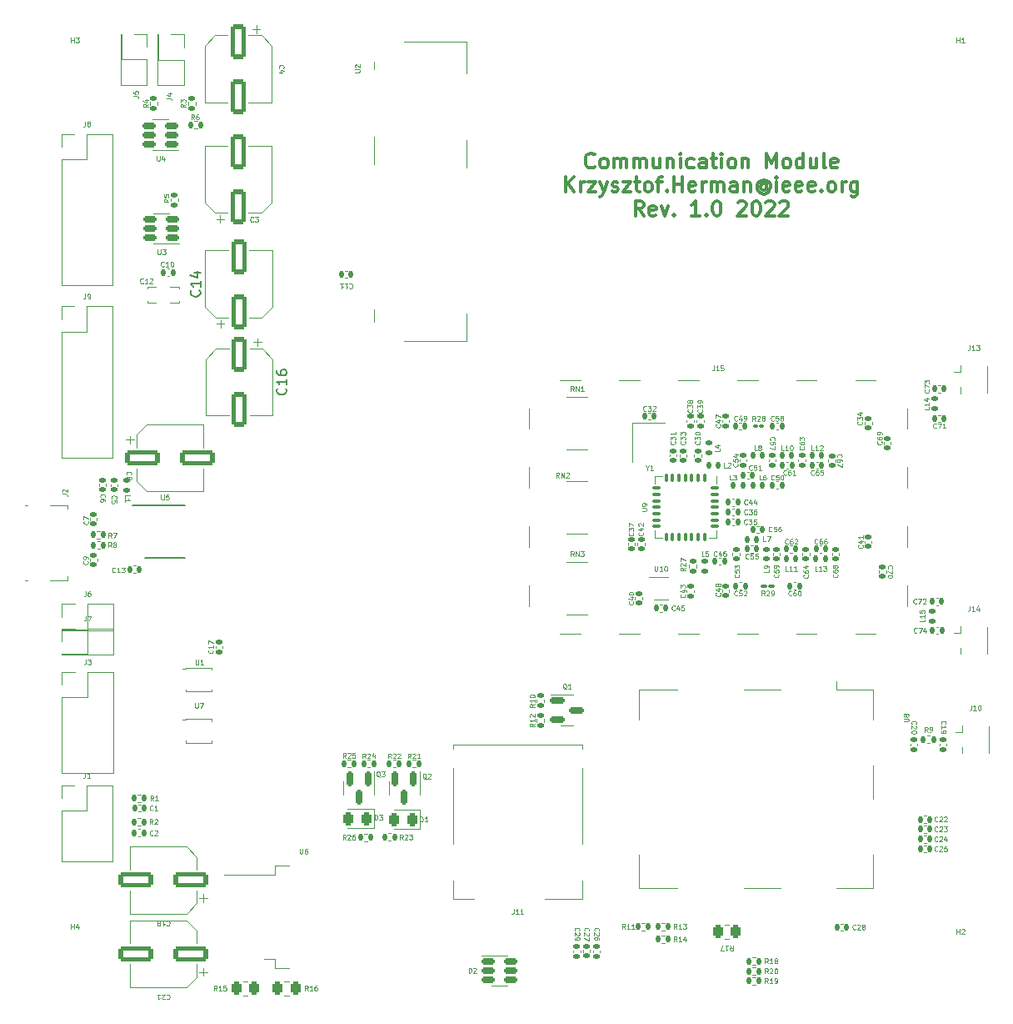
<source format=gto>
%TF.GenerationSoftware,KiCad,Pcbnew,6.0.4-6f826c9f35~116~ubuntu18.04.1*%
%TF.CreationDate,2022-03-28T11:59:59-03:00*%
%TF.ProjectId,CommBoard,436f6d6d-426f-4617-9264-2e6b69636164,rev?*%
%TF.SameCoordinates,Original*%
%TF.FileFunction,Legend,Top*%
%TF.FilePolarity,Positive*%
%FSLAX46Y46*%
G04 Gerber Fmt 4.6, Leading zero omitted, Abs format (unit mm)*
G04 Created by KiCad (PCBNEW 6.0.4-6f826c9f35~116~ubuntu18.04.1) date 2022-03-28 11:59:59*
%MOMM*%
%LPD*%
G01*
G04 APERTURE LIST*
G04 Aperture macros list*
%AMRoundRect*
0 Rectangle with rounded corners*
0 $1 Rounding radius*
0 $2 $3 $4 $5 $6 $7 $8 $9 X,Y pos of 4 corners*
0 Add a 4 corners polygon primitive as box body*
4,1,4,$2,$3,$4,$5,$6,$7,$8,$9,$2,$3,0*
0 Add four circle primitives for the rounded corners*
1,1,$1+$1,$2,$3*
1,1,$1+$1,$4,$5*
1,1,$1+$1,$6,$7*
1,1,$1+$1,$8,$9*
0 Add four rect primitives between the rounded corners*
20,1,$1+$1,$2,$3,$4,$5,0*
20,1,$1+$1,$4,$5,$6,$7,0*
20,1,$1+$1,$6,$7,$8,$9,0*
20,1,$1+$1,$8,$9,$2,$3,0*%
G04 Aperture macros list end*
%ADD10C,0.300000*%
%ADD11C,0.050000*%
%ADD12C,0.150000*%
%ADD13C,0.120000*%
%ADD14RoundRect,0.140000X0.170000X-0.140000X0.170000X0.140000X-0.170000X0.140000X-0.170000X-0.140000X0*%
%ADD15R,0.900000X0.900000*%
%ADD16RoundRect,0.147500X-0.172500X0.147500X-0.172500X-0.147500X0.172500X-0.147500X0.172500X0.147500X0*%
%ADD17RoundRect,0.250000X1.500000X0.550000X-1.500000X0.550000X-1.500000X-0.550000X1.500000X-0.550000X0*%
%ADD18RoundRect,0.140000X-0.170000X0.140000X-0.170000X-0.140000X0.170000X-0.140000X0.170000X0.140000X0*%
%ADD19RoundRect,0.250000X0.550000X-1.500000X0.550000X1.500000X-0.550000X1.500000X-0.550000X-1.500000X0*%
%ADD20O,0.750000X2.400000*%
%ADD21O,2.400000X0.750000*%
%ADD22RoundRect,0.250000X-0.550000X1.500000X-0.550000X-1.500000X0.550000X-1.500000X0.550000X1.500000X0*%
%ADD23RoundRect,0.135000X0.185000X-0.135000X0.185000X0.135000X-0.185000X0.135000X-0.185000X-0.135000X0*%
%ADD24RoundRect,0.150000X0.512500X0.150000X-0.512500X0.150000X-0.512500X-0.150000X0.512500X-0.150000X0*%
%ADD25RoundRect,0.140000X-0.140000X-0.170000X0.140000X-0.170000X0.140000X0.170000X-0.140000X0.170000X0*%
%ADD26RoundRect,0.135000X-0.135000X-0.185000X0.135000X-0.185000X0.135000X0.185000X-0.135000X0.185000X0*%
%ADD27RoundRect,0.250000X0.262500X0.450000X-0.262500X0.450000X-0.262500X-0.450000X0.262500X-0.450000X0*%
%ADD28RoundRect,0.150000X-0.150000X0.587500X-0.150000X-0.587500X0.150000X-0.587500X0.150000X0.587500X0*%
%ADD29RoundRect,0.250000X-1.500000X-0.550000X1.500000X-0.550000X1.500000X0.550000X-1.500000X0.550000X0*%
%ADD30RoundRect,0.147500X-0.147500X-0.172500X0.147500X-0.172500X0.147500X0.172500X-0.147500X0.172500X0*%
%ADD31RoundRect,0.150000X-0.587500X-0.150000X0.587500X-0.150000X0.587500X0.150000X-0.587500X0.150000X0*%
%ADD32R,1.200000X0.400000*%
%ADD33R,1.380000X0.450000*%
%ADD34R,1.550000X1.425000*%
%ADD35R,1.300000X1.650000*%
%ADD36R,1.900000X1.000000*%
%ADD37R,1.900000X1.800000*%
%ADD38R,1.700000X1.700000*%
%ADD39O,1.700000X1.700000*%
%ADD40RoundRect,0.140000X0.140000X0.170000X-0.140000X0.170000X-0.140000X-0.170000X0.140000X-0.170000X0*%
%ADD41RoundRect,0.135000X0.135000X0.185000X-0.135000X0.185000X-0.135000X-0.185000X0.135000X-0.185000X0*%
%ADD42RoundRect,0.147500X0.172500X-0.147500X0.172500X0.147500X-0.172500X0.147500X-0.172500X-0.147500X0*%
%ADD43R,0.700000X0.400000*%
%ADD44RoundRect,0.147500X0.147500X0.172500X-0.147500X0.172500X-0.147500X-0.172500X0.147500X-0.172500X0*%
%ADD45R,1.050000X1.000000*%
%ADD46R,2.200000X1.050000*%
%ADD47RoundRect,0.150000X-0.512500X-0.150000X0.512500X-0.150000X0.512500X0.150000X-0.512500X0.150000X0*%
%ADD48C,1.600000*%
%ADD49C,1.100000*%
%ADD50R,2.000000X0.600000*%
%ADD51R,3.200000X2.300000*%
%ADD52C,2.500000*%
%ADD53R,0.750000X0.250000*%
%ADD54R,0.650000X0.400000*%
%ADD55RoundRect,0.135000X-0.185000X0.135000X-0.185000X-0.135000X0.185000X-0.135000X0.185000X0.135000X0*%
%ADD56R,0.650000X1.150000*%
%ADD57R,0.540000X0.800000*%
%ADD58R,0.450000X1.300000*%
%ADD59R,1.400000X1.700000*%
%ADD60RoundRect,0.075000X-0.075000X0.312500X-0.075000X-0.312500X0.075000X-0.312500X0.075000X0.312500X0*%
%ADD61RoundRect,0.075000X-0.312500X0.075000X-0.312500X-0.075000X0.312500X-0.075000X0.312500X0.075000X0*%
%ADD62R,4.800000X4.800000*%
%ADD63RoundRect,0.250000X-0.262500X-0.450000X0.262500X-0.450000X0.262500X0.450000X-0.262500X0.450000X0*%
%ADD64R,1.200000X1.300000*%
%ADD65R,1.400000X1.300000*%
%ADD66R,4.600000X1.100000*%
%ADD67R,9.400000X10.800000*%
%ADD68RoundRect,0.243750X0.243750X0.456250X-0.243750X0.456250X-0.243750X-0.456250X0.243750X-0.456250X0*%
%ADD69R,1.000000X1.750000*%
%ADD70R,3.300000X1.000000*%
%ADD71R,1.000000X1.000000*%
%ADD72R,1.000000X3.300000*%
%ADD73R,2.100000X1.000000*%
%ADD74R,1.200000X1.400000*%
%ADD75RoundRect,0.100000X-0.217500X-0.100000X0.217500X-0.100000X0.217500X0.100000X-0.217500X0.100000X0*%
%ADD76RoundRect,0.100000X-0.130000X-0.100000X0.130000X-0.100000X0.130000X0.100000X-0.130000X0.100000X0*%
G04 APERTURE END LIST*
D10*
X87781886Y-37946947D02*
X87710458Y-38018375D01*
X87496172Y-38089804D01*
X87353315Y-38089804D01*
X87139029Y-38018375D01*
X86996172Y-37875518D01*
X86924743Y-37732661D01*
X86853315Y-37446947D01*
X86853315Y-37232661D01*
X86924743Y-36946947D01*
X86996172Y-36804090D01*
X87139029Y-36661233D01*
X87353315Y-36589804D01*
X87496172Y-36589804D01*
X87710458Y-36661233D01*
X87781886Y-36732661D01*
X88639029Y-38089804D02*
X88496172Y-38018375D01*
X88424743Y-37946947D01*
X88353315Y-37804090D01*
X88353315Y-37375518D01*
X88424743Y-37232661D01*
X88496172Y-37161233D01*
X88639029Y-37089804D01*
X88853315Y-37089804D01*
X88996172Y-37161233D01*
X89067601Y-37232661D01*
X89139029Y-37375518D01*
X89139029Y-37804090D01*
X89067601Y-37946947D01*
X88996172Y-38018375D01*
X88853315Y-38089804D01*
X88639029Y-38089804D01*
X89781886Y-38089804D02*
X89781886Y-37089804D01*
X89781886Y-37232661D02*
X89853315Y-37161233D01*
X89996172Y-37089804D01*
X90210458Y-37089804D01*
X90353315Y-37161233D01*
X90424743Y-37304090D01*
X90424743Y-38089804D01*
X90424743Y-37304090D02*
X90496172Y-37161233D01*
X90639029Y-37089804D01*
X90853315Y-37089804D01*
X90996172Y-37161233D01*
X91067601Y-37304090D01*
X91067601Y-38089804D01*
X91781886Y-38089804D02*
X91781886Y-37089804D01*
X91781886Y-37232661D02*
X91853315Y-37161233D01*
X91996172Y-37089804D01*
X92210458Y-37089804D01*
X92353315Y-37161233D01*
X92424743Y-37304090D01*
X92424743Y-38089804D01*
X92424743Y-37304090D02*
X92496172Y-37161233D01*
X92639029Y-37089804D01*
X92853315Y-37089804D01*
X92996172Y-37161233D01*
X93067601Y-37304090D01*
X93067601Y-38089804D01*
X94424743Y-37089804D02*
X94424743Y-38089804D01*
X93781886Y-37089804D02*
X93781886Y-37875518D01*
X93853315Y-38018375D01*
X93996172Y-38089804D01*
X94210458Y-38089804D01*
X94353315Y-38018375D01*
X94424743Y-37946947D01*
X95139029Y-37089804D02*
X95139029Y-38089804D01*
X95139029Y-37232661D02*
X95210458Y-37161233D01*
X95353315Y-37089804D01*
X95567601Y-37089804D01*
X95710458Y-37161233D01*
X95781886Y-37304090D01*
X95781886Y-38089804D01*
X96496172Y-38089804D02*
X96496172Y-37089804D01*
X96496172Y-36589804D02*
X96424743Y-36661233D01*
X96496172Y-36732661D01*
X96567601Y-36661233D01*
X96496172Y-36589804D01*
X96496172Y-36732661D01*
X97853315Y-38018375D02*
X97710458Y-38089804D01*
X97424743Y-38089804D01*
X97281886Y-38018375D01*
X97210458Y-37946947D01*
X97139029Y-37804090D01*
X97139029Y-37375518D01*
X97210458Y-37232661D01*
X97281886Y-37161233D01*
X97424743Y-37089804D01*
X97710458Y-37089804D01*
X97853315Y-37161233D01*
X99139029Y-38089804D02*
X99139029Y-37304090D01*
X99067601Y-37161233D01*
X98924743Y-37089804D01*
X98639029Y-37089804D01*
X98496172Y-37161233D01*
X99139029Y-38018375D02*
X98996172Y-38089804D01*
X98639029Y-38089804D01*
X98496172Y-38018375D01*
X98424743Y-37875518D01*
X98424743Y-37732661D01*
X98496172Y-37589804D01*
X98639029Y-37518375D01*
X98996172Y-37518375D01*
X99139029Y-37446947D01*
X99639029Y-37089804D02*
X100210458Y-37089804D01*
X99853315Y-36589804D02*
X99853315Y-37875518D01*
X99924743Y-38018375D01*
X100067601Y-38089804D01*
X100210458Y-38089804D01*
X100710458Y-38089804D02*
X100710458Y-37089804D01*
X100710458Y-36589804D02*
X100639029Y-36661233D01*
X100710458Y-36732661D01*
X100781886Y-36661233D01*
X100710458Y-36589804D01*
X100710458Y-36732661D01*
X101639029Y-38089804D02*
X101496172Y-38018375D01*
X101424743Y-37946947D01*
X101353315Y-37804090D01*
X101353315Y-37375518D01*
X101424743Y-37232661D01*
X101496172Y-37161233D01*
X101639029Y-37089804D01*
X101853315Y-37089804D01*
X101996172Y-37161233D01*
X102067601Y-37232661D01*
X102139029Y-37375518D01*
X102139029Y-37804090D01*
X102067601Y-37946947D01*
X101996172Y-38018375D01*
X101853315Y-38089804D01*
X101639029Y-38089804D01*
X102781886Y-37089804D02*
X102781886Y-38089804D01*
X102781886Y-37232661D02*
X102853315Y-37161233D01*
X102996172Y-37089804D01*
X103210458Y-37089804D01*
X103353315Y-37161233D01*
X103424743Y-37304090D01*
X103424743Y-38089804D01*
X105281886Y-38089804D02*
X105281886Y-36589804D01*
X105781886Y-37661233D01*
X106281886Y-36589804D01*
X106281886Y-38089804D01*
X107210458Y-38089804D02*
X107067601Y-38018375D01*
X106996172Y-37946947D01*
X106924743Y-37804090D01*
X106924743Y-37375518D01*
X106996172Y-37232661D01*
X107067601Y-37161233D01*
X107210458Y-37089804D01*
X107424743Y-37089804D01*
X107567601Y-37161233D01*
X107639029Y-37232661D01*
X107710458Y-37375518D01*
X107710458Y-37804090D01*
X107639029Y-37946947D01*
X107567601Y-38018375D01*
X107424743Y-38089804D01*
X107210458Y-38089804D01*
X108996172Y-38089804D02*
X108996172Y-36589804D01*
X108996172Y-38018375D02*
X108853315Y-38089804D01*
X108567601Y-38089804D01*
X108424743Y-38018375D01*
X108353315Y-37946947D01*
X108281886Y-37804090D01*
X108281886Y-37375518D01*
X108353315Y-37232661D01*
X108424743Y-37161233D01*
X108567601Y-37089804D01*
X108853315Y-37089804D01*
X108996172Y-37161233D01*
X110353315Y-37089804D02*
X110353315Y-38089804D01*
X109710458Y-37089804D02*
X109710458Y-37875518D01*
X109781886Y-38018375D01*
X109924743Y-38089804D01*
X110139029Y-38089804D01*
X110281886Y-38018375D01*
X110353315Y-37946947D01*
X111281886Y-38089804D02*
X111139029Y-38018375D01*
X111067601Y-37875518D01*
X111067601Y-36589804D01*
X112424744Y-38018375D02*
X112281886Y-38089804D01*
X111996172Y-38089804D01*
X111853315Y-38018375D01*
X111781886Y-37875518D01*
X111781886Y-37304090D01*
X111853315Y-37161233D01*
X111996172Y-37089804D01*
X112281886Y-37089804D01*
X112424744Y-37161233D01*
X112496172Y-37304090D01*
X112496172Y-37446947D01*
X111781886Y-37589804D01*
X84853315Y-40504804D02*
X84853315Y-39004804D01*
X85710458Y-40504804D02*
X85067601Y-39647661D01*
X85710458Y-39004804D02*
X84853315Y-39861947D01*
X86353315Y-40504804D02*
X86353315Y-39504804D01*
X86353315Y-39790518D02*
X86424744Y-39647661D01*
X86496172Y-39576233D01*
X86639029Y-39504804D01*
X86781886Y-39504804D01*
X87139029Y-39504804D02*
X87924744Y-39504804D01*
X87139029Y-40504804D01*
X87924744Y-40504804D01*
X88353315Y-39504804D02*
X88710458Y-40504804D01*
X89067601Y-39504804D02*
X88710458Y-40504804D01*
X88567601Y-40861947D01*
X88496172Y-40933375D01*
X88353315Y-41004804D01*
X89567601Y-40433375D02*
X89710458Y-40504804D01*
X89996172Y-40504804D01*
X90139029Y-40433375D01*
X90210458Y-40290518D01*
X90210458Y-40219090D01*
X90139029Y-40076233D01*
X89996172Y-40004804D01*
X89781886Y-40004804D01*
X89639029Y-39933375D01*
X89567601Y-39790518D01*
X89567601Y-39719090D01*
X89639029Y-39576233D01*
X89781886Y-39504804D01*
X89996172Y-39504804D01*
X90139029Y-39576233D01*
X90710458Y-39504804D02*
X91496172Y-39504804D01*
X90710458Y-40504804D01*
X91496172Y-40504804D01*
X91853315Y-39504804D02*
X92424744Y-39504804D01*
X92067601Y-39004804D02*
X92067601Y-40290518D01*
X92139029Y-40433375D01*
X92281886Y-40504804D01*
X92424744Y-40504804D01*
X93139029Y-40504804D02*
X92996172Y-40433375D01*
X92924744Y-40361947D01*
X92853315Y-40219090D01*
X92853315Y-39790518D01*
X92924744Y-39647661D01*
X92996172Y-39576233D01*
X93139029Y-39504804D01*
X93353315Y-39504804D01*
X93496172Y-39576233D01*
X93567601Y-39647661D01*
X93639029Y-39790518D01*
X93639029Y-40219090D01*
X93567601Y-40361947D01*
X93496172Y-40433375D01*
X93353315Y-40504804D01*
X93139029Y-40504804D01*
X94067601Y-39504804D02*
X94639029Y-39504804D01*
X94281886Y-40504804D02*
X94281886Y-39219090D01*
X94353315Y-39076233D01*
X94496172Y-39004804D01*
X94639029Y-39004804D01*
X95139029Y-40361947D02*
X95210458Y-40433375D01*
X95139029Y-40504804D01*
X95067601Y-40433375D01*
X95139029Y-40361947D01*
X95139029Y-40504804D01*
X95853315Y-40504804D02*
X95853315Y-39004804D01*
X95853315Y-39719090D02*
X96710458Y-39719090D01*
X96710458Y-40504804D02*
X96710458Y-39004804D01*
X97996172Y-40433375D02*
X97853315Y-40504804D01*
X97567601Y-40504804D01*
X97424744Y-40433375D01*
X97353315Y-40290518D01*
X97353315Y-39719090D01*
X97424744Y-39576233D01*
X97567601Y-39504804D01*
X97853315Y-39504804D01*
X97996172Y-39576233D01*
X98067601Y-39719090D01*
X98067601Y-39861947D01*
X97353315Y-40004804D01*
X98710458Y-40504804D02*
X98710458Y-39504804D01*
X98710458Y-39790518D02*
X98781886Y-39647661D01*
X98853315Y-39576233D01*
X98996172Y-39504804D01*
X99139029Y-39504804D01*
X99639029Y-40504804D02*
X99639029Y-39504804D01*
X99639029Y-39647661D02*
X99710458Y-39576233D01*
X99853315Y-39504804D01*
X100067601Y-39504804D01*
X100210458Y-39576233D01*
X100281886Y-39719090D01*
X100281886Y-40504804D01*
X100281886Y-39719090D02*
X100353315Y-39576233D01*
X100496172Y-39504804D01*
X100710458Y-39504804D01*
X100853315Y-39576233D01*
X100924744Y-39719090D01*
X100924744Y-40504804D01*
X102281886Y-40504804D02*
X102281886Y-39719090D01*
X102210458Y-39576233D01*
X102067601Y-39504804D01*
X101781886Y-39504804D01*
X101639029Y-39576233D01*
X102281886Y-40433375D02*
X102139029Y-40504804D01*
X101781886Y-40504804D01*
X101639029Y-40433375D01*
X101567601Y-40290518D01*
X101567601Y-40147661D01*
X101639029Y-40004804D01*
X101781886Y-39933375D01*
X102139029Y-39933375D01*
X102281886Y-39861947D01*
X102996172Y-39504804D02*
X102996172Y-40504804D01*
X102996172Y-39647661D02*
X103067601Y-39576233D01*
X103210458Y-39504804D01*
X103424744Y-39504804D01*
X103567601Y-39576233D01*
X103639029Y-39719090D01*
X103639029Y-40504804D01*
X105281886Y-39790518D02*
X105210458Y-39719090D01*
X105067601Y-39647661D01*
X104924744Y-39647661D01*
X104781886Y-39719090D01*
X104710458Y-39790518D01*
X104639029Y-39933375D01*
X104639029Y-40076233D01*
X104710458Y-40219090D01*
X104781886Y-40290518D01*
X104924744Y-40361947D01*
X105067601Y-40361947D01*
X105210458Y-40290518D01*
X105281886Y-40219090D01*
X105281886Y-39647661D02*
X105281886Y-40219090D01*
X105353315Y-40290518D01*
X105424744Y-40290518D01*
X105567601Y-40219090D01*
X105639029Y-40076233D01*
X105639029Y-39719090D01*
X105496172Y-39504804D01*
X105281886Y-39361947D01*
X104996172Y-39290518D01*
X104710458Y-39361947D01*
X104496172Y-39504804D01*
X104353315Y-39719090D01*
X104281886Y-40004804D01*
X104353315Y-40290518D01*
X104496172Y-40504804D01*
X104710458Y-40647661D01*
X104996172Y-40719090D01*
X105281886Y-40647661D01*
X105496172Y-40504804D01*
X106281886Y-40504804D02*
X106281886Y-39504804D01*
X106281886Y-39004804D02*
X106210458Y-39076233D01*
X106281886Y-39147661D01*
X106353315Y-39076233D01*
X106281886Y-39004804D01*
X106281886Y-39147661D01*
X107567601Y-40433375D02*
X107424744Y-40504804D01*
X107139029Y-40504804D01*
X106996172Y-40433375D01*
X106924744Y-40290518D01*
X106924744Y-39719090D01*
X106996172Y-39576233D01*
X107139029Y-39504804D01*
X107424744Y-39504804D01*
X107567601Y-39576233D01*
X107639029Y-39719090D01*
X107639029Y-39861947D01*
X106924744Y-40004804D01*
X108853315Y-40433375D02*
X108710458Y-40504804D01*
X108424744Y-40504804D01*
X108281886Y-40433375D01*
X108210458Y-40290518D01*
X108210458Y-39719090D01*
X108281886Y-39576233D01*
X108424744Y-39504804D01*
X108710458Y-39504804D01*
X108853315Y-39576233D01*
X108924744Y-39719090D01*
X108924744Y-39861947D01*
X108210458Y-40004804D01*
X110139029Y-40433375D02*
X109996172Y-40504804D01*
X109710458Y-40504804D01*
X109567601Y-40433375D01*
X109496172Y-40290518D01*
X109496172Y-39719090D01*
X109567601Y-39576233D01*
X109710458Y-39504804D01*
X109996172Y-39504804D01*
X110139029Y-39576233D01*
X110210458Y-39719090D01*
X110210458Y-39861947D01*
X109496172Y-40004804D01*
X110853315Y-40361947D02*
X110924744Y-40433375D01*
X110853315Y-40504804D01*
X110781886Y-40433375D01*
X110853315Y-40361947D01*
X110853315Y-40504804D01*
X111781886Y-40504804D02*
X111639029Y-40433375D01*
X111567601Y-40361947D01*
X111496172Y-40219090D01*
X111496172Y-39790518D01*
X111567601Y-39647661D01*
X111639029Y-39576233D01*
X111781886Y-39504804D01*
X111996172Y-39504804D01*
X112139029Y-39576233D01*
X112210458Y-39647661D01*
X112281886Y-39790518D01*
X112281886Y-40219090D01*
X112210458Y-40361947D01*
X112139029Y-40433375D01*
X111996172Y-40504804D01*
X111781886Y-40504804D01*
X112924744Y-40504804D02*
X112924744Y-39504804D01*
X112924744Y-39790518D02*
X112996172Y-39647661D01*
X113067601Y-39576233D01*
X113210458Y-39504804D01*
X113353315Y-39504804D01*
X114496172Y-39504804D02*
X114496172Y-40719090D01*
X114424744Y-40861947D01*
X114353315Y-40933375D01*
X114210458Y-41004804D01*
X113996172Y-41004804D01*
X113853315Y-40933375D01*
X114496172Y-40433375D02*
X114353315Y-40504804D01*
X114067601Y-40504804D01*
X113924744Y-40433375D01*
X113853315Y-40361947D01*
X113781886Y-40219090D01*
X113781886Y-39790518D01*
X113853315Y-39647661D01*
X113924744Y-39576233D01*
X114067601Y-39504804D01*
X114353315Y-39504804D01*
X114496172Y-39576233D01*
X92781886Y-42919804D02*
X92281886Y-42205518D01*
X91924744Y-42919804D02*
X91924744Y-41419804D01*
X92496172Y-41419804D01*
X92639029Y-41491233D01*
X92710458Y-41562661D01*
X92781886Y-41705518D01*
X92781886Y-41919804D01*
X92710458Y-42062661D01*
X92639029Y-42134090D01*
X92496172Y-42205518D01*
X91924744Y-42205518D01*
X93996172Y-42848375D02*
X93853315Y-42919804D01*
X93567601Y-42919804D01*
X93424744Y-42848375D01*
X93353315Y-42705518D01*
X93353315Y-42134090D01*
X93424744Y-41991233D01*
X93567601Y-41919804D01*
X93853315Y-41919804D01*
X93996172Y-41991233D01*
X94067601Y-42134090D01*
X94067601Y-42276947D01*
X93353315Y-42419804D01*
X94567601Y-41919804D02*
X94924744Y-42919804D01*
X95281886Y-41919804D01*
X95853315Y-42776947D02*
X95924744Y-42848375D01*
X95853315Y-42919804D01*
X95781886Y-42848375D01*
X95853315Y-42776947D01*
X95853315Y-42919804D01*
X98496172Y-42919804D02*
X97639029Y-42919804D01*
X98067601Y-42919804D02*
X98067601Y-41419804D01*
X97924744Y-41634090D01*
X97781886Y-41776947D01*
X97639029Y-41848375D01*
X99139029Y-42776947D02*
X99210458Y-42848375D01*
X99139029Y-42919804D01*
X99067601Y-42848375D01*
X99139029Y-42776947D01*
X99139029Y-42919804D01*
X100139029Y-41419804D02*
X100281886Y-41419804D01*
X100424744Y-41491233D01*
X100496172Y-41562661D01*
X100567601Y-41705518D01*
X100639029Y-41991233D01*
X100639029Y-42348375D01*
X100567601Y-42634090D01*
X100496172Y-42776947D01*
X100424744Y-42848375D01*
X100281886Y-42919804D01*
X100139029Y-42919804D01*
X99996172Y-42848375D01*
X99924744Y-42776947D01*
X99853315Y-42634090D01*
X99781886Y-42348375D01*
X99781886Y-41991233D01*
X99853315Y-41705518D01*
X99924744Y-41562661D01*
X99996172Y-41491233D01*
X100139029Y-41419804D01*
X102353315Y-41562661D02*
X102424744Y-41491233D01*
X102567601Y-41419804D01*
X102924744Y-41419804D01*
X103067601Y-41491233D01*
X103139029Y-41562661D01*
X103210458Y-41705518D01*
X103210458Y-41848375D01*
X103139029Y-42062661D01*
X102281886Y-42919804D01*
X103210458Y-42919804D01*
X104139029Y-41419804D02*
X104281886Y-41419804D01*
X104424744Y-41491233D01*
X104496172Y-41562661D01*
X104567601Y-41705518D01*
X104639029Y-41991233D01*
X104639029Y-42348375D01*
X104567601Y-42634090D01*
X104496172Y-42776947D01*
X104424744Y-42848375D01*
X104281886Y-42919804D01*
X104139029Y-42919804D01*
X103996172Y-42848375D01*
X103924744Y-42776947D01*
X103853315Y-42634090D01*
X103781886Y-42348375D01*
X103781886Y-41991233D01*
X103853315Y-41705518D01*
X103924744Y-41562661D01*
X103996172Y-41491233D01*
X104139029Y-41419804D01*
X105210458Y-41562661D02*
X105281886Y-41491233D01*
X105424744Y-41419804D01*
X105781886Y-41419804D01*
X105924744Y-41491233D01*
X105996172Y-41562661D01*
X106067601Y-41705518D01*
X106067601Y-41848375D01*
X105996172Y-42062661D01*
X105139029Y-42919804D01*
X106067601Y-42919804D01*
X106639029Y-41562661D02*
X106710458Y-41491233D01*
X106853315Y-41419804D01*
X107210458Y-41419804D01*
X107353315Y-41491233D01*
X107424744Y-41562661D01*
X107496172Y-41705518D01*
X107496172Y-41848375D01*
X107424744Y-42062661D01*
X106567601Y-42919804D01*
X107496172Y-42919804D01*
D11*
%TO.C,C26*%
X87796172Y-115534804D02*
X87772363Y-115510994D01*
X87748553Y-115439566D01*
X87748553Y-115391947D01*
X87772363Y-115320518D01*
X87819982Y-115272899D01*
X87867601Y-115249090D01*
X87962839Y-115225280D01*
X88034267Y-115225280D01*
X88129505Y-115249090D01*
X88177124Y-115272899D01*
X88224744Y-115320518D01*
X88248553Y-115391947D01*
X88248553Y-115439566D01*
X88224744Y-115510994D01*
X88200934Y-115534804D01*
X88200934Y-115725280D02*
X88224744Y-115749090D01*
X88248553Y-115796709D01*
X88248553Y-115915756D01*
X88224744Y-115963375D01*
X88200934Y-115987185D01*
X88153315Y-116010994D01*
X88105696Y-116010994D01*
X88034267Y-115987185D01*
X87748553Y-115701471D01*
X87748553Y-116010994D01*
X88248553Y-116439566D02*
X88248553Y-116344328D01*
X88224744Y-116296709D01*
X88200934Y-116272899D01*
X88129505Y-116225280D01*
X88034267Y-116201471D01*
X87843791Y-116201471D01*
X87796172Y-116225280D01*
X87772363Y-116249090D01*
X87748553Y-116296709D01*
X87748553Y-116391947D01*
X87772363Y-116439566D01*
X87796172Y-116463375D01*
X87843791Y-116487185D01*
X87962839Y-116487185D01*
X88010458Y-116463375D01*
X88034267Y-116439566D01*
X88058077Y-116391947D01*
X88058077Y-116296709D01*
X88034267Y-116249090D01*
X88010458Y-116225280D01*
X87962839Y-116201471D01*
%TO.C,RN1*%
X85679505Y-60752423D02*
X85512839Y-60514328D01*
X85393791Y-60752423D02*
X85393791Y-60252423D01*
X85584267Y-60252423D01*
X85631886Y-60276233D01*
X85655696Y-60300042D01*
X85679505Y-60347661D01*
X85679505Y-60419090D01*
X85655696Y-60466709D01*
X85631886Y-60490518D01*
X85584267Y-60514328D01*
X85393791Y-60514328D01*
X85893791Y-60752423D02*
X85893791Y-60252423D01*
X86179505Y-60752423D01*
X86179505Y-60252423D01*
X86679505Y-60752423D02*
X86393791Y-60752423D01*
X86536648Y-60752423D02*
X86536648Y-60252423D01*
X86489029Y-60323852D01*
X86441410Y-60371471D01*
X86393791Y-60395280D01*
%TO.C,L9*%
X105500934Y-78859566D02*
X105500934Y-79097661D01*
X105000934Y-79097661D01*
X105500934Y-78669090D02*
X105500934Y-78573852D01*
X105477124Y-78526233D01*
X105453315Y-78502423D01*
X105381886Y-78454804D01*
X105286648Y-78430994D01*
X105096172Y-78430994D01*
X105048553Y-78454804D01*
X105024744Y-78478613D01*
X105000934Y-78526233D01*
X105000934Y-78621471D01*
X105024744Y-78669090D01*
X105048553Y-78692899D01*
X105096172Y-78716709D01*
X105215220Y-78716709D01*
X105262839Y-78692899D01*
X105286648Y-78669090D01*
X105310458Y-78621471D01*
X105310458Y-78526233D01*
X105286648Y-78478613D01*
X105262839Y-78454804D01*
X105215220Y-78430994D01*
%TO.C,C21*%
X44296172Y-122047661D02*
X44319982Y-122023852D01*
X44391410Y-122000042D01*
X44439029Y-122000042D01*
X44510458Y-122023852D01*
X44558077Y-122071471D01*
X44581886Y-122119090D01*
X44605696Y-122214328D01*
X44605696Y-122285756D01*
X44581886Y-122380994D01*
X44558077Y-122428613D01*
X44510458Y-122476233D01*
X44439029Y-122500042D01*
X44391410Y-122500042D01*
X44319982Y-122476233D01*
X44296172Y-122452423D01*
X44105696Y-122452423D02*
X44081886Y-122476233D01*
X44034267Y-122500042D01*
X43915220Y-122500042D01*
X43867601Y-122476233D01*
X43843791Y-122452423D01*
X43819982Y-122404804D01*
X43819982Y-122357185D01*
X43843791Y-122285756D01*
X44129505Y-122000042D01*
X43819982Y-122000042D01*
X43343791Y-122000042D02*
X43629505Y-122000042D01*
X43486648Y-122000042D02*
X43486648Y-122500042D01*
X43534267Y-122428613D01*
X43581886Y-122380994D01*
X43629505Y-122357185D01*
%TO.C,C43*%
X96953315Y-81367661D02*
X96977124Y-81391471D01*
X97000934Y-81462899D01*
X97000934Y-81510518D01*
X96977124Y-81581947D01*
X96929505Y-81629566D01*
X96881886Y-81653375D01*
X96786648Y-81677185D01*
X96715220Y-81677185D01*
X96619982Y-81653375D01*
X96572363Y-81629566D01*
X96524744Y-81581947D01*
X96500934Y-81510518D01*
X96500934Y-81462899D01*
X96524744Y-81391471D01*
X96548553Y-81367661D01*
X96667601Y-80939090D02*
X97000934Y-80939090D01*
X96477124Y-81058137D02*
X96834267Y-81177185D01*
X96834267Y-80867661D01*
X96500934Y-80724804D02*
X96500934Y-80415280D01*
X96691410Y-80581947D01*
X96691410Y-80510518D01*
X96715220Y-80462899D01*
X96739029Y-80439090D01*
X96786648Y-80415280D01*
X96905696Y-80415280D01*
X96953315Y-80439090D01*
X96977124Y-80462899D01*
X97000934Y-80510518D01*
X97000934Y-80653375D01*
X96977124Y-80700994D01*
X96953315Y-80724804D01*
D12*
%TO.C,C14*%
X47631886Y-50519090D02*
X47679505Y-50566709D01*
X47727124Y-50709566D01*
X47727124Y-50804804D01*
X47679505Y-50947661D01*
X47584267Y-51042899D01*
X47489029Y-51090518D01*
X47298553Y-51138137D01*
X47155696Y-51138137D01*
X46965220Y-51090518D01*
X46869982Y-51042899D01*
X46774744Y-50947661D01*
X46727124Y-50804804D01*
X46727124Y-50709566D01*
X46774744Y-50566709D01*
X46822363Y-50519090D01*
X47727124Y-49566709D02*
X47727124Y-50138137D01*
X47727124Y-49852423D02*
X46727124Y-49852423D01*
X46869982Y-49947661D01*
X46965220Y-50042899D01*
X47012839Y-50138137D01*
X47060458Y-48709566D02*
X47727124Y-48709566D01*
X46679505Y-48947661D02*
X47393791Y-49185756D01*
X47393791Y-48566709D01*
D11*
%TO.C,U8*%
X119200934Y-94307185D02*
X119605696Y-94307185D01*
X119653315Y-94283375D01*
X119677124Y-94259566D01*
X119700934Y-94211947D01*
X119700934Y-94116709D01*
X119677124Y-94069090D01*
X119653315Y-94045280D01*
X119605696Y-94021471D01*
X119200934Y-94021471D01*
X119415220Y-93711947D02*
X119391410Y-93759566D01*
X119367601Y-93783375D01*
X119319982Y-93807185D01*
X119296172Y-93807185D01*
X119248553Y-93783375D01*
X119224744Y-93759566D01*
X119200934Y-93711947D01*
X119200934Y-93616709D01*
X119224744Y-93569090D01*
X119248553Y-93545280D01*
X119296172Y-93521471D01*
X119319982Y-93521471D01*
X119367601Y-93545280D01*
X119391410Y-93569090D01*
X119415220Y-93616709D01*
X119415220Y-93711947D01*
X119439029Y-93759566D01*
X119462839Y-93783375D01*
X119510458Y-93807185D01*
X119605696Y-93807185D01*
X119653315Y-93783375D01*
X119677124Y-93759566D01*
X119700934Y-93711947D01*
X119700934Y-93616709D01*
X119677124Y-93569090D01*
X119653315Y-93545280D01*
X119605696Y-93521471D01*
X119510458Y-93521471D01*
X119462839Y-93545280D01*
X119439029Y-93569090D01*
X119415220Y-93616709D01*
D12*
%TO.C,C16*%
X56381886Y-60469090D02*
X56429505Y-60516709D01*
X56477124Y-60659566D01*
X56477124Y-60754804D01*
X56429505Y-60897661D01*
X56334267Y-60992899D01*
X56239029Y-61040518D01*
X56048553Y-61088137D01*
X55905696Y-61088137D01*
X55715220Y-61040518D01*
X55619982Y-60992899D01*
X55524744Y-60897661D01*
X55477124Y-60754804D01*
X55477124Y-60659566D01*
X55524744Y-60516709D01*
X55572363Y-60469090D01*
X56477124Y-59516709D02*
X56477124Y-60088137D01*
X56477124Y-59802423D02*
X55477124Y-59802423D01*
X55619982Y-59897661D01*
X55715220Y-59992899D01*
X55762839Y-60088137D01*
X55477124Y-58659566D02*
X55477124Y-58850042D01*
X55524744Y-58945280D01*
X55572363Y-58992899D01*
X55715220Y-59088137D01*
X55905696Y-59135756D01*
X56286648Y-59135756D01*
X56381886Y-59088137D01*
X56429505Y-59040518D01*
X56477124Y-58945280D01*
X56477124Y-58754804D01*
X56429505Y-58659566D01*
X56381886Y-58611947D01*
X56286648Y-58564328D01*
X56048553Y-58564328D01*
X55953315Y-58611947D01*
X55905696Y-58659566D01*
X55858077Y-58754804D01*
X55858077Y-58945280D01*
X55905696Y-59040518D01*
X55953315Y-59088137D01*
X56048553Y-59135756D01*
D11*
%TO.C,C39*%
X98703315Y-62617661D02*
X98727124Y-62641471D01*
X98750934Y-62712899D01*
X98750934Y-62760518D01*
X98727124Y-62831947D01*
X98679505Y-62879566D01*
X98631886Y-62903375D01*
X98536648Y-62927185D01*
X98465220Y-62927185D01*
X98369982Y-62903375D01*
X98322363Y-62879566D01*
X98274744Y-62831947D01*
X98250934Y-62760518D01*
X98250934Y-62712899D01*
X98274744Y-62641471D01*
X98298553Y-62617661D01*
X98250934Y-62450994D02*
X98250934Y-62141471D01*
X98441410Y-62308137D01*
X98441410Y-62236709D01*
X98465220Y-62189090D01*
X98489029Y-62165280D01*
X98536648Y-62141471D01*
X98655696Y-62141471D01*
X98703315Y-62165280D01*
X98727124Y-62189090D01*
X98750934Y-62236709D01*
X98750934Y-62379566D01*
X98727124Y-62427185D01*
X98703315Y-62450994D01*
X98750934Y-61903375D02*
X98750934Y-61808137D01*
X98727124Y-61760518D01*
X98703315Y-61736709D01*
X98631886Y-61689090D01*
X98536648Y-61665280D01*
X98346172Y-61665280D01*
X98298553Y-61689090D01*
X98274744Y-61712899D01*
X98250934Y-61760518D01*
X98250934Y-61855756D01*
X98274744Y-61903375D01*
X98298553Y-61927185D01*
X98346172Y-61950994D01*
X98465220Y-61950994D01*
X98512839Y-61927185D01*
X98536648Y-61903375D01*
X98560458Y-61855756D01*
X98560458Y-61760518D01*
X98536648Y-61712899D01*
X98512839Y-61689090D01*
X98465220Y-61665280D01*
%TO.C,R3*%
X46200934Y-31609566D02*
X45962839Y-31776233D01*
X46200934Y-31895280D02*
X45700934Y-31895280D01*
X45700934Y-31704804D01*
X45724744Y-31657185D01*
X45748553Y-31633375D01*
X45796172Y-31609566D01*
X45867601Y-31609566D01*
X45915220Y-31633375D01*
X45939029Y-31657185D01*
X45962839Y-31704804D01*
X45962839Y-31895280D01*
X45700934Y-31442899D02*
X45700934Y-31133375D01*
X45891410Y-31300042D01*
X45891410Y-31228613D01*
X45915220Y-31180994D01*
X45939029Y-31157185D01*
X45986648Y-31133375D01*
X46105696Y-31133375D01*
X46153315Y-31157185D01*
X46177124Y-31180994D01*
X46200934Y-31228613D01*
X46200934Y-31371471D01*
X46177124Y-31419090D01*
X46153315Y-31442899D01*
%TO.C,U4*%
X43293791Y-36852423D02*
X43293791Y-37257185D01*
X43317601Y-37304804D01*
X43341410Y-37328613D01*
X43389029Y-37352423D01*
X43484267Y-37352423D01*
X43531886Y-37328613D01*
X43555696Y-37304804D01*
X43579505Y-37257185D01*
X43579505Y-36852423D01*
X44031886Y-37019090D02*
X44031886Y-37352423D01*
X43912839Y-36828613D02*
X43793791Y-37185756D01*
X44103315Y-37185756D01*
%TO.C,C60*%
X107803315Y-81454804D02*
X107779505Y-81478613D01*
X107708077Y-81502423D01*
X107660458Y-81502423D01*
X107589029Y-81478613D01*
X107541410Y-81430994D01*
X107517601Y-81383375D01*
X107493791Y-81288137D01*
X107493791Y-81216709D01*
X107517601Y-81121471D01*
X107541410Y-81073852D01*
X107589029Y-81026233D01*
X107660458Y-81002423D01*
X107708077Y-81002423D01*
X107779505Y-81026233D01*
X107803315Y-81050042D01*
X108231886Y-81002423D02*
X108136648Y-81002423D01*
X108089029Y-81026233D01*
X108065220Y-81050042D01*
X108017601Y-81121471D01*
X107993791Y-81216709D01*
X107993791Y-81407185D01*
X108017601Y-81454804D01*
X108041410Y-81478613D01*
X108089029Y-81502423D01*
X108184267Y-81502423D01*
X108231886Y-81478613D01*
X108255696Y-81454804D01*
X108279505Y-81407185D01*
X108279505Y-81288137D01*
X108255696Y-81240518D01*
X108231886Y-81216709D01*
X108184267Y-81192899D01*
X108089029Y-81192899D01*
X108041410Y-81216709D01*
X108017601Y-81240518D01*
X107993791Y-81288137D01*
X108589029Y-81002423D02*
X108636648Y-81002423D01*
X108684267Y-81026233D01*
X108708077Y-81050042D01*
X108731886Y-81097661D01*
X108755696Y-81192899D01*
X108755696Y-81311947D01*
X108731886Y-81407185D01*
X108708077Y-81454804D01*
X108684267Y-81478613D01*
X108636648Y-81502423D01*
X108589029Y-81502423D01*
X108541410Y-81478613D01*
X108517601Y-81454804D01*
X108493791Y-81407185D01*
X108469982Y-81311947D01*
X108469982Y-81192899D01*
X108493791Y-81097661D01*
X108517601Y-81050042D01*
X108541410Y-81026233D01*
X108589029Y-81002423D01*
%TO.C,R2*%
X42891410Y-104702423D02*
X42724744Y-104464328D01*
X42605696Y-104702423D02*
X42605696Y-104202423D01*
X42796172Y-104202423D01*
X42843791Y-104226233D01*
X42867601Y-104250042D01*
X42891410Y-104297661D01*
X42891410Y-104369090D01*
X42867601Y-104416709D01*
X42843791Y-104440518D01*
X42796172Y-104464328D01*
X42605696Y-104464328D01*
X43081886Y-104250042D02*
X43105696Y-104226233D01*
X43153315Y-104202423D01*
X43272363Y-104202423D01*
X43319982Y-104226233D01*
X43343791Y-104250042D01*
X43367601Y-104297661D01*
X43367601Y-104345280D01*
X43343791Y-104416709D01*
X43058077Y-104702423D01*
X43367601Y-104702423D01*
%TO.C,C6*%
X37596172Y-71507899D02*
X37572363Y-71484090D01*
X37548553Y-71412661D01*
X37548553Y-71365042D01*
X37572363Y-71293613D01*
X37619982Y-71245994D01*
X37667601Y-71222185D01*
X37762839Y-71198375D01*
X37834267Y-71198375D01*
X37929505Y-71222185D01*
X37977124Y-71245994D01*
X38024744Y-71293613D01*
X38048553Y-71365042D01*
X38048553Y-71412661D01*
X38024744Y-71484090D01*
X38000934Y-71507899D01*
X38048553Y-71936471D02*
X38048553Y-71841233D01*
X38024744Y-71793613D01*
X38000934Y-71769804D01*
X37929505Y-71722185D01*
X37834267Y-71698375D01*
X37643791Y-71698375D01*
X37596172Y-71722185D01*
X37572363Y-71745994D01*
X37548553Y-71793613D01*
X37548553Y-71888852D01*
X37572363Y-71936471D01*
X37596172Y-71960280D01*
X37643791Y-71984090D01*
X37762839Y-71984090D01*
X37810458Y-71960280D01*
X37834267Y-71936471D01*
X37858077Y-71888852D01*
X37858077Y-71793613D01*
X37834267Y-71745994D01*
X37810458Y-71722185D01*
X37762839Y-71698375D01*
%TO.C,C5*%
X38746172Y-71657899D02*
X38722363Y-71634090D01*
X38698553Y-71562661D01*
X38698553Y-71515042D01*
X38722363Y-71443613D01*
X38769982Y-71395994D01*
X38817601Y-71372185D01*
X38912839Y-71348375D01*
X38984267Y-71348375D01*
X39079505Y-71372185D01*
X39127124Y-71395994D01*
X39174744Y-71443613D01*
X39198553Y-71515042D01*
X39198553Y-71562661D01*
X39174744Y-71634090D01*
X39150934Y-71657899D01*
X39198553Y-72110280D02*
X39198553Y-71872185D01*
X38960458Y-71848375D01*
X38984267Y-71872185D01*
X39008077Y-71919804D01*
X39008077Y-72038852D01*
X38984267Y-72086471D01*
X38960458Y-72110280D01*
X38912839Y-72134090D01*
X38793791Y-72134090D01*
X38746172Y-72110280D01*
X38722363Y-72086471D01*
X38698553Y-72038852D01*
X38698553Y-71919804D01*
X38722363Y-71872185D01*
X38746172Y-71848375D01*
%TO.C,C49*%
X102283315Y-63704804D02*
X102259505Y-63728613D01*
X102188077Y-63752423D01*
X102140458Y-63752423D01*
X102069029Y-63728613D01*
X102021410Y-63680994D01*
X101997601Y-63633375D01*
X101973791Y-63538137D01*
X101973791Y-63466709D01*
X101997601Y-63371471D01*
X102021410Y-63323852D01*
X102069029Y-63276233D01*
X102140458Y-63252423D01*
X102188077Y-63252423D01*
X102259505Y-63276233D01*
X102283315Y-63300042D01*
X102711886Y-63419090D02*
X102711886Y-63752423D01*
X102592839Y-63228613D02*
X102473791Y-63585756D01*
X102783315Y-63585756D01*
X102997601Y-63752423D02*
X103092839Y-63752423D01*
X103140458Y-63728613D01*
X103164267Y-63704804D01*
X103211886Y-63633375D01*
X103235696Y-63538137D01*
X103235696Y-63347661D01*
X103211886Y-63300042D01*
X103188077Y-63276233D01*
X103140458Y-63252423D01*
X103045220Y-63252423D01*
X102997601Y-63276233D01*
X102973791Y-63300042D01*
X102949982Y-63347661D01*
X102949982Y-63466709D01*
X102973791Y-63514328D01*
X102997601Y-63538137D01*
X103045220Y-63561947D01*
X103140458Y-63561947D01*
X103188077Y-63538137D01*
X103211886Y-63514328D01*
X103235696Y-63466709D01*
%TO.C,C25*%
X122653315Y-107404804D02*
X122629505Y-107428613D01*
X122558077Y-107452423D01*
X122510458Y-107452423D01*
X122439029Y-107428613D01*
X122391410Y-107380994D01*
X122367601Y-107333375D01*
X122343791Y-107238137D01*
X122343791Y-107166709D01*
X122367601Y-107071471D01*
X122391410Y-107023852D01*
X122439029Y-106976233D01*
X122510458Y-106952423D01*
X122558077Y-106952423D01*
X122629505Y-106976233D01*
X122653315Y-107000042D01*
X122843791Y-107000042D02*
X122867601Y-106976233D01*
X122915220Y-106952423D01*
X123034267Y-106952423D01*
X123081886Y-106976233D01*
X123105696Y-107000042D01*
X123129505Y-107047661D01*
X123129505Y-107095280D01*
X123105696Y-107166709D01*
X122819982Y-107452423D01*
X123129505Y-107452423D01*
X123581886Y-106952423D02*
X123343791Y-106952423D01*
X123319982Y-107190518D01*
X123343791Y-107166709D01*
X123391410Y-107142899D01*
X123510458Y-107142899D01*
X123558077Y-107166709D01*
X123581886Y-107190518D01*
X123605696Y-107238137D01*
X123605696Y-107357185D01*
X123581886Y-107404804D01*
X123558077Y-107428613D01*
X123510458Y-107452423D01*
X123391410Y-107452423D01*
X123343791Y-107428613D01*
X123319982Y-107404804D01*
%TO.C,R7*%
X38691410Y-75652423D02*
X38524744Y-75414328D01*
X38405696Y-75652423D02*
X38405696Y-75152423D01*
X38596172Y-75152423D01*
X38643791Y-75176233D01*
X38667601Y-75200042D01*
X38691410Y-75247661D01*
X38691410Y-75319090D01*
X38667601Y-75366709D01*
X38643791Y-75390518D01*
X38596172Y-75414328D01*
X38405696Y-75414328D01*
X38858077Y-75152423D02*
X39191410Y-75152423D01*
X38977124Y-75652423D01*
%TO.C,R17*%
X101546172Y-117050042D02*
X101712839Y-117288137D01*
X101831886Y-117050042D02*
X101831886Y-117550042D01*
X101641410Y-117550042D01*
X101593791Y-117526233D01*
X101569982Y-117502423D01*
X101546172Y-117454804D01*
X101546172Y-117383375D01*
X101569982Y-117335756D01*
X101593791Y-117311947D01*
X101641410Y-117288137D01*
X101831886Y-117288137D01*
X101069982Y-117050042D02*
X101355696Y-117050042D01*
X101212839Y-117050042D02*
X101212839Y-117550042D01*
X101260458Y-117478613D01*
X101308077Y-117430994D01*
X101355696Y-117407185D01*
X100903315Y-117550042D02*
X100569982Y-117550042D01*
X100784267Y-117050042D01*
%TO.C,Q2*%
X70689624Y-100137542D02*
X70642005Y-100113733D01*
X70594386Y-100066113D01*
X70522958Y-99994685D01*
X70475339Y-99970875D01*
X70427720Y-99970875D01*
X70451529Y-100089923D02*
X70403910Y-100066113D01*
X70356291Y-100018494D01*
X70332482Y-99923256D01*
X70332482Y-99756590D01*
X70356291Y-99661352D01*
X70403910Y-99613733D01*
X70451529Y-99589923D01*
X70546767Y-99589923D01*
X70594386Y-99613733D01*
X70642005Y-99661352D01*
X70665815Y-99756590D01*
X70665815Y-99923256D01*
X70642005Y-100018494D01*
X70594386Y-100066113D01*
X70546767Y-100089923D01*
X70451529Y-100089923D01*
X70856291Y-99637542D02*
X70880101Y-99613733D01*
X70927720Y-99589923D01*
X71046767Y-99589923D01*
X71094386Y-99613733D01*
X71118196Y-99637542D01*
X71142005Y-99685161D01*
X71142005Y-99732780D01*
X71118196Y-99804209D01*
X70832482Y-100089923D01*
X71142005Y-100089923D01*
%TO.C,C8*%
X40246172Y-69242899D02*
X40222363Y-69219090D01*
X40198553Y-69147661D01*
X40198553Y-69100042D01*
X40222363Y-69028613D01*
X40269982Y-68980994D01*
X40317601Y-68957185D01*
X40412839Y-68933375D01*
X40484267Y-68933375D01*
X40579505Y-68957185D01*
X40627124Y-68980994D01*
X40674744Y-69028613D01*
X40698553Y-69100042D01*
X40698553Y-69147661D01*
X40674744Y-69219090D01*
X40650934Y-69242899D01*
X40484267Y-69528613D02*
X40508077Y-69480994D01*
X40531886Y-69457185D01*
X40579505Y-69433375D01*
X40603315Y-69433375D01*
X40650934Y-69457185D01*
X40674744Y-69480994D01*
X40698553Y-69528613D01*
X40698553Y-69623852D01*
X40674744Y-69671471D01*
X40650934Y-69695280D01*
X40603315Y-69719090D01*
X40579505Y-69719090D01*
X40531886Y-69695280D01*
X40508077Y-69671471D01*
X40484267Y-69623852D01*
X40484267Y-69528613D01*
X40460458Y-69480994D01*
X40436648Y-69457185D01*
X40389029Y-69433375D01*
X40293791Y-69433375D01*
X40246172Y-69457185D01*
X40222363Y-69480994D01*
X40198553Y-69528613D01*
X40198553Y-69623852D01*
X40222363Y-69671471D01*
X40246172Y-69695280D01*
X40293791Y-69719090D01*
X40389029Y-69719090D01*
X40436648Y-69695280D01*
X40460458Y-69671471D01*
X40484267Y-69623852D01*
%TO.C,L8*%
X104291410Y-66752423D02*
X104053315Y-66752423D01*
X104053315Y-66252423D01*
X104529505Y-66466709D02*
X104481886Y-66442899D01*
X104458077Y-66419090D01*
X104434267Y-66371471D01*
X104434267Y-66347661D01*
X104458077Y-66300042D01*
X104481886Y-66276233D01*
X104529505Y-66252423D01*
X104624744Y-66252423D01*
X104672363Y-66276233D01*
X104696172Y-66300042D01*
X104719982Y-66347661D01*
X104719982Y-66371471D01*
X104696172Y-66419090D01*
X104672363Y-66442899D01*
X104624744Y-66466709D01*
X104529505Y-66466709D01*
X104481886Y-66490518D01*
X104458077Y-66514328D01*
X104434267Y-66561947D01*
X104434267Y-66657185D01*
X104458077Y-66704804D01*
X104481886Y-66728613D01*
X104529505Y-66752423D01*
X104624744Y-66752423D01*
X104672363Y-66728613D01*
X104696172Y-66704804D01*
X104719982Y-66657185D01*
X104719982Y-66561947D01*
X104696172Y-66514328D01*
X104672363Y-66490518D01*
X104624744Y-66466709D01*
%TO.C,C7*%
X36303315Y-73937402D02*
X36327124Y-73961211D01*
X36350934Y-74032640D01*
X36350934Y-74080259D01*
X36327124Y-74151688D01*
X36279505Y-74199307D01*
X36231886Y-74223116D01*
X36136648Y-74246926D01*
X36065220Y-74246926D01*
X35969982Y-74223116D01*
X35922363Y-74199307D01*
X35874744Y-74151688D01*
X35850934Y-74080259D01*
X35850934Y-74032640D01*
X35874744Y-73961211D01*
X35898553Y-73937402D01*
X35850934Y-73770735D02*
X35850934Y-73437402D01*
X36350934Y-73651688D01*
%TO.C,R26*%
X62495815Y-106277423D02*
X62329148Y-106039328D01*
X62210101Y-106277423D02*
X62210101Y-105777423D01*
X62400577Y-105777423D01*
X62448196Y-105801233D01*
X62472005Y-105825042D01*
X62495815Y-105872661D01*
X62495815Y-105944090D01*
X62472005Y-105991709D01*
X62448196Y-106015518D01*
X62400577Y-106039328D01*
X62210101Y-106039328D01*
X62686291Y-105825042D02*
X62710101Y-105801233D01*
X62757720Y-105777423D01*
X62876767Y-105777423D01*
X62924386Y-105801233D01*
X62948196Y-105825042D01*
X62972005Y-105872661D01*
X62972005Y-105920280D01*
X62948196Y-105991709D01*
X62662482Y-106277423D01*
X62972005Y-106277423D01*
X63400577Y-105777423D02*
X63305339Y-105777423D01*
X63257720Y-105801233D01*
X63233910Y-105825042D01*
X63186291Y-105896471D01*
X63162482Y-105991709D01*
X63162482Y-106182185D01*
X63186291Y-106229804D01*
X63210101Y-106253613D01*
X63257720Y-106277423D01*
X63352958Y-106277423D01*
X63400577Y-106253613D01*
X63424386Y-106229804D01*
X63448196Y-106182185D01*
X63448196Y-106063137D01*
X63424386Y-106015518D01*
X63400577Y-105991709D01*
X63352958Y-105967899D01*
X63257720Y-105967899D01*
X63210101Y-105991709D01*
X63186291Y-106015518D01*
X63162482Y-106063137D01*
%TO.C,C70*%
X117626172Y-78744804D02*
X117602363Y-78720994D01*
X117578553Y-78649566D01*
X117578553Y-78601947D01*
X117602363Y-78530518D01*
X117649982Y-78482899D01*
X117697601Y-78459090D01*
X117792839Y-78435280D01*
X117864267Y-78435280D01*
X117959505Y-78459090D01*
X118007124Y-78482899D01*
X118054744Y-78530518D01*
X118078553Y-78601947D01*
X118078553Y-78649566D01*
X118054744Y-78720994D01*
X118030934Y-78744804D01*
X118078553Y-78911471D02*
X118078553Y-79244804D01*
X117578553Y-79030518D01*
X118078553Y-79530518D02*
X118078553Y-79578137D01*
X118054744Y-79625756D01*
X118030934Y-79649566D01*
X117983315Y-79673375D01*
X117888077Y-79697185D01*
X117769029Y-79697185D01*
X117673791Y-79673375D01*
X117626172Y-79649566D01*
X117602363Y-79625756D01*
X117578553Y-79578137D01*
X117578553Y-79530518D01*
X117602363Y-79482899D01*
X117626172Y-79459090D01*
X117673791Y-79435280D01*
X117769029Y-79411471D01*
X117888077Y-79411471D01*
X117983315Y-79435280D01*
X118030934Y-79459090D01*
X118054744Y-79482899D01*
X118078553Y-79530518D01*
%TO.C,C58*%
X106013315Y-63704804D02*
X105989505Y-63728613D01*
X105918077Y-63752423D01*
X105870458Y-63752423D01*
X105799029Y-63728613D01*
X105751410Y-63680994D01*
X105727601Y-63633375D01*
X105703791Y-63538137D01*
X105703791Y-63466709D01*
X105727601Y-63371471D01*
X105751410Y-63323852D01*
X105799029Y-63276233D01*
X105870458Y-63252423D01*
X105918077Y-63252423D01*
X105989505Y-63276233D01*
X106013315Y-63300042D01*
X106465696Y-63252423D02*
X106227601Y-63252423D01*
X106203791Y-63490518D01*
X106227601Y-63466709D01*
X106275220Y-63442899D01*
X106394267Y-63442899D01*
X106441886Y-63466709D01*
X106465696Y-63490518D01*
X106489505Y-63538137D01*
X106489505Y-63657185D01*
X106465696Y-63704804D01*
X106441886Y-63728613D01*
X106394267Y-63752423D01*
X106275220Y-63752423D01*
X106227601Y-63728613D01*
X106203791Y-63704804D01*
X106775220Y-63466709D02*
X106727601Y-63442899D01*
X106703791Y-63419090D01*
X106679982Y-63371471D01*
X106679982Y-63347661D01*
X106703791Y-63300042D01*
X106727601Y-63276233D01*
X106775220Y-63252423D01*
X106870458Y-63252423D01*
X106918077Y-63276233D01*
X106941886Y-63300042D01*
X106965696Y-63347661D01*
X106965696Y-63371471D01*
X106941886Y-63419090D01*
X106918077Y-63442899D01*
X106870458Y-63466709D01*
X106775220Y-63466709D01*
X106727601Y-63490518D01*
X106703791Y-63514328D01*
X106679982Y-63561947D01*
X106679982Y-63657185D01*
X106703791Y-63704804D01*
X106727601Y-63728613D01*
X106775220Y-63752423D01*
X106870458Y-63752423D01*
X106918077Y-63728613D01*
X106941886Y-63704804D01*
X106965696Y-63657185D01*
X106965696Y-63561947D01*
X106941886Y-63514328D01*
X106918077Y-63490518D01*
X106870458Y-63466709D01*
%TO.C,C28*%
X114323315Y-115354804D02*
X114299505Y-115378613D01*
X114228077Y-115402423D01*
X114180458Y-115402423D01*
X114109029Y-115378613D01*
X114061410Y-115330994D01*
X114037601Y-115283375D01*
X114013791Y-115188137D01*
X114013791Y-115116709D01*
X114037601Y-115021471D01*
X114061410Y-114973852D01*
X114109029Y-114926233D01*
X114180458Y-114902423D01*
X114228077Y-114902423D01*
X114299505Y-114926233D01*
X114323315Y-114950042D01*
X114513791Y-114950042D02*
X114537601Y-114926233D01*
X114585220Y-114902423D01*
X114704267Y-114902423D01*
X114751886Y-114926233D01*
X114775696Y-114950042D01*
X114799505Y-114997661D01*
X114799505Y-115045280D01*
X114775696Y-115116709D01*
X114489982Y-115402423D01*
X114799505Y-115402423D01*
X115085220Y-115116709D02*
X115037601Y-115092899D01*
X115013791Y-115069090D01*
X114989982Y-115021471D01*
X114989982Y-114997661D01*
X115013791Y-114950042D01*
X115037601Y-114926233D01*
X115085220Y-114902423D01*
X115180458Y-114902423D01*
X115228077Y-114926233D01*
X115251886Y-114950042D01*
X115275696Y-114997661D01*
X115275696Y-115021471D01*
X115251886Y-115069090D01*
X115228077Y-115092899D01*
X115180458Y-115116709D01*
X115085220Y-115116709D01*
X115037601Y-115140518D01*
X115013791Y-115164328D01*
X114989982Y-115211947D01*
X114989982Y-115307185D01*
X115013791Y-115354804D01*
X115037601Y-115378613D01*
X115085220Y-115402423D01*
X115180458Y-115402423D01*
X115228077Y-115378613D01*
X115251886Y-115354804D01*
X115275696Y-115307185D01*
X115275696Y-115211947D01*
X115251886Y-115164328D01*
X115228077Y-115140518D01*
X115180458Y-115116709D01*
%TO.C,Q1*%
X84927124Y-91000042D02*
X84879505Y-90976233D01*
X84831886Y-90928613D01*
X84760458Y-90857185D01*
X84712839Y-90833375D01*
X84665220Y-90833375D01*
X84689029Y-90952423D02*
X84641410Y-90928613D01*
X84593791Y-90880994D01*
X84569982Y-90785756D01*
X84569982Y-90619090D01*
X84593791Y-90523852D01*
X84641410Y-90476233D01*
X84689029Y-90452423D01*
X84784267Y-90452423D01*
X84831886Y-90476233D01*
X84879505Y-90523852D01*
X84903315Y-90619090D01*
X84903315Y-90785756D01*
X84879505Y-90880994D01*
X84831886Y-90928613D01*
X84784267Y-90952423D01*
X84689029Y-90952423D01*
X85379505Y-90952423D02*
X85093791Y-90952423D01*
X85236648Y-90952423D02*
X85236648Y-90452423D01*
X85189029Y-90523852D01*
X85141410Y-90571471D01*
X85093791Y-90595280D01*
%TO.C,C67*%
X112476172Y-67454804D02*
X112452363Y-67430994D01*
X112428553Y-67359566D01*
X112428553Y-67311947D01*
X112452363Y-67240518D01*
X112499982Y-67192899D01*
X112547601Y-67169090D01*
X112642839Y-67145280D01*
X112714267Y-67145280D01*
X112809505Y-67169090D01*
X112857124Y-67192899D01*
X112904744Y-67240518D01*
X112928553Y-67311947D01*
X112928553Y-67359566D01*
X112904744Y-67430994D01*
X112880934Y-67454804D01*
X112928553Y-67883375D02*
X112928553Y-67788137D01*
X112904744Y-67740518D01*
X112880934Y-67716709D01*
X112809505Y-67669090D01*
X112714267Y-67645280D01*
X112523791Y-67645280D01*
X112476172Y-67669090D01*
X112452363Y-67692899D01*
X112428553Y-67740518D01*
X112428553Y-67835756D01*
X112452363Y-67883375D01*
X112476172Y-67907185D01*
X112523791Y-67930994D01*
X112642839Y-67930994D01*
X112690458Y-67907185D01*
X112714267Y-67883375D01*
X112738077Y-67835756D01*
X112738077Y-67740518D01*
X112714267Y-67692899D01*
X112690458Y-67669090D01*
X112642839Y-67645280D01*
X112928553Y-68097661D02*
X112928553Y-68430994D01*
X112428553Y-68216709D01*
%TO.C,U5*%
X43743791Y-71252423D02*
X43743791Y-71657185D01*
X43767601Y-71704804D01*
X43791410Y-71728613D01*
X43839029Y-71752423D01*
X43934267Y-71752423D01*
X43981886Y-71728613D01*
X44005696Y-71704804D01*
X44029505Y-71657185D01*
X44029505Y-71252423D01*
X44505696Y-71252423D02*
X44267601Y-71252423D01*
X44243791Y-71490518D01*
X44267601Y-71466709D01*
X44315220Y-71442899D01*
X44434267Y-71442899D01*
X44481886Y-71466709D01*
X44505696Y-71490518D01*
X44529505Y-71538137D01*
X44529505Y-71657185D01*
X44505696Y-71704804D01*
X44481886Y-71728613D01*
X44434267Y-71752423D01*
X44315220Y-71752423D01*
X44267601Y-71728613D01*
X44243791Y-71704804D01*
%TO.C,C19*%
X123046172Y-94534804D02*
X123022363Y-94510994D01*
X122998553Y-94439566D01*
X122998553Y-94391947D01*
X123022363Y-94320518D01*
X123069982Y-94272899D01*
X123117601Y-94249090D01*
X123212839Y-94225280D01*
X123284267Y-94225280D01*
X123379505Y-94249090D01*
X123427124Y-94272899D01*
X123474744Y-94320518D01*
X123498553Y-94391947D01*
X123498553Y-94439566D01*
X123474744Y-94510994D01*
X123450934Y-94534804D01*
X122998553Y-95010994D02*
X122998553Y-94725280D01*
X122998553Y-94868137D02*
X123498553Y-94868137D01*
X123427124Y-94820518D01*
X123379505Y-94772899D01*
X123355696Y-94725280D01*
X122998553Y-95249090D02*
X122998553Y-95344328D01*
X123022363Y-95391947D01*
X123046172Y-95415756D01*
X123117601Y-95463375D01*
X123212839Y-95487185D01*
X123403315Y-95487185D01*
X123450934Y-95463375D01*
X123474744Y-95439566D01*
X123498553Y-95391947D01*
X123498553Y-95296709D01*
X123474744Y-95249090D01*
X123450934Y-95225280D01*
X123403315Y-95201471D01*
X123284267Y-95201471D01*
X123236648Y-95225280D01*
X123212839Y-95249090D01*
X123189029Y-95296709D01*
X123189029Y-95391947D01*
X123212839Y-95439566D01*
X123236648Y-95463375D01*
X123284267Y-95487185D01*
%TO.C,R24*%
X64515815Y-98027423D02*
X64349148Y-97789328D01*
X64230101Y-98027423D02*
X64230101Y-97527423D01*
X64420577Y-97527423D01*
X64468196Y-97551233D01*
X64492005Y-97575042D01*
X64515815Y-97622661D01*
X64515815Y-97694090D01*
X64492005Y-97741709D01*
X64468196Y-97765518D01*
X64420577Y-97789328D01*
X64230101Y-97789328D01*
X64706291Y-97575042D02*
X64730101Y-97551233D01*
X64777720Y-97527423D01*
X64896767Y-97527423D01*
X64944386Y-97551233D01*
X64968196Y-97575042D01*
X64992005Y-97622661D01*
X64992005Y-97670280D01*
X64968196Y-97741709D01*
X64682482Y-98027423D01*
X64992005Y-98027423D01*
X65420577Y-97694090D02*
X65420577Y-98027423D01*
X65301529Y-97503613D02*
X65182482Y-97860756D01*
X65492005Y-97860756D01*
%TO.C,C22*%
X122653315Y-104404804D02*
X122629505Y-104428613D01*
X122558077Y-104452423D01*
X122510458Y-104452423D01*
X122439029Y-104428613D01*
X122391410Y-104380994D01*
X122367601Y-104333375D01*
X122343791Y-104238137D01*
X122343791Y-104166709D01*
X122367601Y-104071471D01*
X122391410Y-104023852D01*
X122439029Y-103976233D01*
X122510458Y-103952423D01*
X122558077Y-103952423D01*
X122629505Y-103976233D01*
X122653315Y-104000042D01*
X122843791Y-104000042D02*
X122867601Y-103976233D01*
X122915220Y-103952423D01*
X123034267Y-103952423D01*
X123081886Y-103976233D01*
X123105696Y-104000042D01*
X123129505Y-104047661D01*
X123129505Y-104095280D01*
X123105696Y-104166709D01*
X122819982Y-104452423D01*
X123129505Y-104452423D01*
X123319982Y-104000042D02*
X123343791Y-103976233D01*
X123391410Y-103952423D01*
X123510458Y-103952423D01*
X123558077Y-103976233D01*
X123581886Y-104000042D01*
X123605696Y-104047661D01*
X123605696Y-104095280D01*
X123581886Y-104166709D01*
X123296172Y-104452423D01*
X123605696Y-104452423D01*
%TO.C,J2*%
X33700934Y-71192899D02*
X34058077Y-71192899D01*
X34129505Y-71216709D01*
X34177124Y-71264328D01*
X34200934Y-71335756D01*
X34200934Y-71383375D01*
X33748553Y-70978613D02*
X33724744Y-70954804D01*
X33700934Y-70907185D01*
X33700934Y-70788137D01*
X33724744Y-70740518D01*
X33748553Y-70716709D01*
X33796172Y-70692899D01*
X33843791Y-70692899D01*
X33915220Y-70716709D01*
X34200934Y-71002423D01*
X34200934Y-70692899D01*
%TO.C,C34*%
X114953315Y-63847661D02*
X114977124Y-63871471D01*
X115000934Y-63942899D01*
X115000934Y-63990518D01*
X114977124Y-64061947D01*
X114929505Y-64109566D01*
X114881886Y-64133375D01*
X114786648Y-64157185D01*
X114715220Y-64157185D01*
X114619982Y-64133375D01*
X114572363Y-64109566D01*
X114524744Y-64061947D01*
X114500934Y-63990518D01*
X114500934Y-63942899D01*
X114524744Y-63871471D01*
X114548553Y-63847661D01*
X114500934Y-63680994D02*
X114500934Y-63371471D01*
X114691410Y-63538137D01*
X114691410Y-63466709D01*
X114715220Y-63419090D01*
X114739029Y-63395280D01*
X114786648Y-63371471D01*
X114905696Y-63371471D01*
X114953315Y-63395280D01*
X114977124Y-63419090D01*
X115000934Y-63466709D01*
X115000934Y-63609566D01*
X114977124Y-63657185D01*
X114953315Y-63680994D01*
X114667601Y-62942899D02*
X115000934Y-62942899D01*
X114477124Y-63061947D02*
X114834267Y-63180994D01*
X114834267Y-62871471D01*
%TO.C,J6*%
X36078077Y-81062423D02*
X36078077Y-81419566D01*
X36054267Y-81490994D01*
X36006648Y-81538613D01*
X35935220Y-81562423D01*
X35887601Y-81562423D01*
X36530458Y-81062423D02*
X36435220Y-81062423D01*
X36387601Y-81086233D01*
X36363791Y-81110042D01*
X36316172Y-81181471D01*
X36292363Y-81276709D01*
X36292363Y-81467185D01*
X36316172Y-81514804D01*
X36339982Y-81538613D01*
X36387601Y-81562423D01*
X36482839Y-81562423D01*
X36530458Y-81538613D01*
X36554267Y-81514804D01*
X36578077Y-81467185D01*
X36578077Y-81348137D01*
X36554267Y-81300518D01*
X36530458Y-81276709D01*
X36482839Y-81252899D01*
X36387601Y-81252899D01*
X36339982Y-81276709D01*
X36316172Y-81300518D01*
X36292363Y-81348137D01*
%TO.C,C65*%
X110083315Y-69204804D02*
X110059505Y-69228613D01*
X109988077Y-69252423D01*
X109940458Y-69252423D01*
X109869029Y-69228613D01*
X109821410Y-69180994D01*
X109797601Y-69133375D01*
X109773791Y-69038137D01*
X109773791Y-68966709D01*
X109797601Y-68871471D01*
X109821410Y-68823852D01*
X109869029Y-68776233D01*
X109940458Y-68752423D01*
X109988077Y-68752423D01*
X110059505Y-68776233D01*
X110083315Y-68800042D01*
X110511886Y-68752423D02*
X110416648Y-68752423D01*
X110369029Y-68776233D01*
X110345220Y-68800042D01*
X110297601Y-68871471D01*
X110273791Y-68966709D01*
X110273791Y-69157185D01*
X110297601Y-69204804D01*
X110321410Y-69228613D01*
X110369029Y-69252423D01*
X110464267Y-69252423D01*
X110511886Y-69228613D01*
X110535696Y-69204804D01*
X110559505Y-69157185D01*
X110559505Y-69038137D01*
X110535696Y-68990518D01*
X110511886Y-68966709D01*
X110464267Y-68942899D01*
X110369029Y-68942899D01*
X110321410Y-68966709D01*
X110297601Y-68990518D01*
X110273791Y-69038137D01*
X111011886Y-68752423D02*
X110773791Y-68752423D01*
X110749982Y-68990518D01*
X110773791Y-68966709D01*
X110821410Y-68942899D01*
X110940458Y-68942899D01*
X110988077Y-68966709D01*
X111011886Y-68990518D01*
X111035696Y-69038137D01*
X111035696Y-69157185D01*
X111011886Y-69204804D01*
X110988077Y-69228613D01*
X110940458Y-69252423D01*
X110821410Y-69252423D01*
X110773791Y-69228613D01*
X110749982Y-69204804D01*
%TO.C,C4*%
X55746172Y-27942899D02*
X55722363Y-27919090D01*
X55698553Y-27847661D01*
X55698553Y-27800042D01*
X55722363Y-27728613D01*
X55769982Y-27680994D01*
X55817601Y-27657185D01*
X55912839Y-27633375D01*
X55984267Y-27633375D01*
X56079505Y-27657185D01*
X56127124Y-27680994D01*
X56174744Y-27728613D01*
X56198553Y-27800042D01*
X56198553Y-27847661D01*
X56174744Y-27919090D01*
X56150934Y-27942899D01*
X56031886Y-28371471D02*
X55698553Y-28371471D01*
X56222363Y-28252423D02*
X55865220Y-28133375D01*
X55865220Y-28442899D01*
%TO.C,C62*%
X107453315Y-76204804D02*
X107429505Y-76228613D01*
X107358077Y-76252423D01*
X107310458Y-76252423D01*
X107239029Y-76228613D01*
X107191410Y-76180994D01*
X107167601Y-76133375D01*
X107143791Y-76038137D01*
X107143791Y-75966709D01*
X107167601Y-75871471D01*
X107191410Y-75823852D01*
X107239029Y-75776233D01*
X107310458Y-75752423D01*
X107358077Y-75752423D01*
X107429505Y-75776233D01*
X107453315Y-75800042D01*
X107881886Y-75752423D02*
X107786648Y-75752423D01*
X107739029Y-75776233D01*
X107715220Y-75800042D01*
X107667601Y-75871471D01*
X107643791Y-75966709D01*
X107643791Y-76157185D01*
X107667601Y-76204804D01*
X107691410Y-76228613D01*
X107739029Y-76252423D01*
X107834267Y-76252423D01*
X107881886Y-76228613D01*
X107905696Y-76204804D01*
X107929505Y-76157185D01*
X107929505Y-76038137D01*
X107905696Y-75990518D01*
X107881886Y-75966709D01*
X107834267Y-75942899D01*
X107739029Y-75942899D01*
X107691410Y-75966709D01*
X107667601Y-75990518D01*
X107643791Y-76038137D01*
X108119982Y-75800042D02*
X108143791Y-75776233D01*
X108191410Y-75752423D01*
X108310458Y-75752423D01*
X108358077Y-75776233D01*
X108381886Y-75800042D01*
X108405696Y-75847661D01*
X108405696Y-75895280D01*
X108381886Y-75966709D01*
X108096172Y-76252423D01*
X108405696Y-76252423D01*
%TO.C,C2*%
X42891410Y-105804804D02*
X42867601Y-105828613D01*
X42796172Y-105852423D01*
X42748553Y-105852423D01*
X42677124Y-105828613D01*
X42629505Y-105780994D01*
X42605696Y-105733375D01*
X42581886Y-105638137D01*
X42581886Y-105566709D01*
X42605696Y-105471471D01*
X42629505Y-105423852D01*
X42677124Y-105376233D01*
X42748553Y-105352423D01*
X42796172Y-105352423D01*
X42867601Y-105376233D01*
X42891410Y-105400042D01*
X43081886Y-105400042D02*
X43105696Y-105376233D01*
X43153315Y-105352423D01*
X43272363Y-105352423D01*
X43319982Y-105376233D01*
X43343791Y-105400042D01*
X43367601Y-105447661D01*
X43367601Y-105495280D01*
X43343791Y-105566709D01*
X43058077Y-105852423D01*
X43367601Y-105852423D01*
%TO.C,R1*%
X42941410Y-102302423D02*
X42774744Y-102064328D01*
X42655696Y-102302423D02*
X42655696Y-101802423D01*
X42846172Y-101802423D01*
X42893791Y-101826233D01*
X42917601Y-101850042D01*
X42941410Y-101897661D01*
X42941410Y-101969090D01*
X42917601Y-102016709D01*
X42893791Y-102040518D01*
X42846172Y-102064328D01*
X42655696Y-102064328D01*
X43417601Y-102302423D02*
X43131886Y-102302423D01*
X43274744Y-102302423D02*
X43274744Y-101802423D01*
X43227124Y-101873852D01*
X43179505Y-101921471D01*
X43131886Y-101945280D01*
%TO.C,R8*%
X38691410Y-76602423D02*
X38524744Y-76364328D01*
X38405696Y-76602423D02*
X38405696Y-76102423D01*
X38596172Y-76102423D01*
X38643791Y-76126233D01*
X38667601Y-76150042D01*
X38691410Y-76197661D01*
X38691410Y-76269090D01*
X38667601Y-76316709D01*
X38643791Y-76340518D01*
X38596172Y-76364328D01*
X38405696Y-76364328D01*
X38977124Y-76316709D02*
X38929505Y-76292899D01*
X38905696Y-76269090D01*
X38881886Y-76221471D01*
X38881886Y-76197661D01*
X38905696Y-76150042D01*
X38929505Y-76126233D01*
X38977124Y-76102423D01*
X39072363Y-76102423D01*
X39119982Y-76126233D01*
X39143791Y-76150042D01*
X39167601Y-76197661D01*
X39167601Y-76221471D01*
X39143791Y-76269090D01*
X39119982Y-76292899D01*
X39072363Y-76316709D01*
X38977124Y-76316709D01*
X38929505Y-76340518D01*
X38905696Y-76364328D01*
X38881886Y-76411947D01*
X38881886Y-76507185D01*
X38905696Y-76554804D01*
X38929505Y-76578613D01*
X38977124Y-76602423D01*
X39072363Y-76602423D01*
X39119982Y-76578613D01*
X39143791Y-76554804D01*
X39167601Y-76507185D01*
X39167601Y-76411947D01*
X39143791Y-76364328D01*
X39119982Y-76340518D01*
X39072363Y-76316709D01*
%TO.C,L4*%
X100500934Y-66609566D02*
X100500934Y-66847661D01*
X100000934Y-66847661D01*
X100167601Y-66228613D02*
X100500934Y-66228613D01*
X99977124Y-66347661D02*
X100334267Y-66466709D01*
X100334267Y-66157185D01*
%TO.C,R4*%
X42400934Y-31599566D02*
X42162839Y-31766233D01*
X42400934Y-31885280D02*
X41900934Y-31885280D01*
X41900934Y-31694804D01*
X41924744Y-31647185D01*
X41948553Y-31623375D01*
X41996172Y-31599566D01*
X42067601Y-31599566D01*
X42115220Y-31623375D01*
X42139029Y-31647185D01*
X42162839Y-31694804D01*
X42162839Y-31885280D01*
X42067601Y-31170994D02*
X42400934Y-31170994D01*
X41877124Y-31290042D02*
X42234267Y-31409090D01*
X42234267Y-31099566D01*
%TO.C,C63*%
X109053315Y-66367661D02*
X109077124Y-66391471D01*
X109100934Y-66462899D01*
X109100934Y-66510518D01*
X109077124Y-66581947D01*
X109029505Y-66629566D01*
X108981886Y-66653375D01*
X108886648Y-66677185D01*
X108815220Y-66677185D01*
X108719982Y-66653375D01*
X108672363Y-66629566D01*
X108624744Y-66581947D01*
X108600934Y-66510518D01*
X108600934Y-66462899D01*
X108624744Y-66391471D01*
X108648553Y-66367661D01*
X108600934Y-65939090D02*
X108600934Y-66034328D01*
X108624744Y-66081947D01*
X108648553Y-66105756D01*
X108719982Y-66153375D01*
X108815220Y-66177185D01*
X109005696Y-66177185D01*
X109053315Y-66153375D01*
X109077124Y-66129566D01*
X109100934Y-66081947D01*
X109100934Y-65986709D01*
X109077124Y-65939090D01*
X109053315Y-65915280D01*
X109005696Y-65891471D01*
X108886648Y-65891471D01*
X108839029Y-65915280D01*
X108815220Y-65939090D01*
X108791410Y-65986709D01*
X108791410Y-66081947D01*
X108815220Y-66129566D01*
X108839029Y-66153375D01*
X108886648Y-66177185D01*
X108600934Y-65724804D02*
X108600934Y-65415280D01*
X108791410Y-65581947D01*
X108791410Y-65510518D01*
X108815220Y-65462899D01*
X108839029Y-65439090D01*
X108886648Y-65415280D01*
X109005696Y-65415280D01*
X109053315Y-65439090D01*
X109077124Y-65462899D01*
X109100934Y-65510518D01*
X109100934Y-65653375D01*
X109077124Y-65700994D01*
X109053315Y-65724804D01*
%TO.C,R14*%
X96153315Y-116602423D02*
X95986648Y-116364328D01*
X95867601Y-116602423D02*
X95867601Y-116102423D01*
X96058077Y-116102423D01*
X96105696Y-116126233D01*
X96129505Y-116150042D01*
X96153315Y-116197661D01*
X96153315Y-116269090D01*
X96129505Y-116316709D01*
X96105696Y-116340518D01*
X96058077Y-116364328D01*
X95867601Y-116364328D01*
X96629505Y-116602423D02*
X96343791Y-116602423D01*
X96486648Y-116602423D02*
X96486648Y-116102423D01*
X96439029Y-116173852D01*
X96391410Y-116221471D01*
X96343791Y-116245280D01*
X97058077Y-116269090D02*
X97058077Y-116602423D01*
X96939029Y-116078613D02*
X96819982Y-116435756D01*
X97129505Y-116435756D01*
%TO.C,J7*%
X36078077Y-83562423D02*
X36078077Y-83919566D01*
X36054267Y-83990994D01*
X36006648Y-84038613D01*
X35935220Y-84062423D01*
X35887601Y-84062423D01*
X36268553Y-83562423D02*
X36601886Y-83562423D01*
X36387601Y-84062423D01*
%TO.C,C17*%
X48953315Y-87047661D02*
X48977124Y-87071471D01*
X49000934Y-87142899D01*
X49000934Y-87190518D01*
X48977124Y-87261947D01*
X48929505Y-87309566D01*
X48881886Y-87333375D01*
X48786648Y-87357185D01*
X48715220Y-87357185D01*
X48619982Y-87333375D01*
X48572363Y-87309566D01*
X48524744Y-87261947D01*
X48500934Y-87190518D01*
X48500934Y-87142899D01*
X48524744Y-87071471D01*
X48548553Y-87047661D01*
X49000934Y-86571471D02*
X49000934Y-86857185D01*
X49000934Y-86714328D02*
X48500934Y-86714328D01*
X48572363Y-86761947D01*
X48619982Y-86809566D01*
X48643791Y-86857185D01*
X48500934Y-86404804D02*
X48500934Y-86071471D01*
X49000934Y-86285756D01*
%TO.C,C50*%
X106033315Y-69704804D02*
X106009505Y-69728613D01*
X105938077Y-69752423D01*
X105890458Y-69752423D01*
X105819029Y-69728613D01*
X105771410Y-69680994D01*
X105747601Y-69633375D01*
X105723791Y-69538137D01*
X105723791Y-69466709D01*
X105747601Y-69371471D01*
X105771410Y-69323852D01*
X105819029Y-69276233D01*
X105890458Y-69252423D01*
X105938077Y-69252423D01*
X106009505Y-69276233D01*
X106033315Y-69300042D01*
X106485696Y-69252423D02*
X106247601Y-69252423D01*
X106223791Y-69490518D01*
X106247601Y-69466709D01*
X106295220Y-69442899D01*
X106414267Y-69442899D01*
X106461886Y-69466709D01*
X106485696Y-69490518D01*
X106509505Y-69538137D01*
X106509505Y-69657185D01*
X106485696Y-69704804D01*
X106461886Y-69728613D01*
X106414267Y-69752423D01*
X106295220Y-69752423D01*
X106247601Y-69728613D01*
X106223791Y-69704804D01*
X106819029Y-69252423D02*
X106866648Y-69252423D01*
X106914267Y-69276233D01*
X106938077Y-69300042D01*
X106961886Y-69347661D01*
X106985696Y-69442899D01*
X106985696Y-69561947D01*
X106961886Y-69657185D01*
X106938077Y-69704804D01*
X106914267Y-69728613D01*
X106866648Y-69752423D01*
X106819029Y-69752423D01*
X106771410Y-69728613D01*
X106747601Y-69704804D01*
X106723791Y-69657185D01*
X106699982Y-69561947D01*
X106699982Y-69442899D01*
X106723791Y-69347661D01*
X106747601Y-69300042D01*
X106771410Y-69276233D01*
X106819029Y-69252423D01*
%TO.C,L13*%
X110453315Y-79002423D02*
X110215220Y-79002423D01*
X110215220Y-78502423D01*
X110881886Y-79002423D02*
X110596172Y-79002423D01*
X110739029Y-79002423D02*
X110739029Y-78502423D01*
X110691410Y-78573852D01*
X110643791Y-78621471D01*
X110596172Y-78645280D01*
X111048553Y-78502423D02*
X111358077Y-78502423D01*
X111191410Y-78692899D01*
X111262839Y-78692899D01*
X111310458Y-78716709D01*
X111334267Y-78740518D01*
X111358077Y-78788137D01*
X111358077Y-78907185D01*
X111334267Y-78954804D01*
X111310458Y-78978613D01*
X111262839Y-79002423D01*
X111119982Y-79002423D01*
X111072363Y-78978613D01*
X111048553Y-78954804D01*
%TO.C,J4*%
X44300934Y-30992899D02*
X44658077Y-30992899D01*
X44729505Y-31016709D01*
X44777124Y-31064328D01*
X44800934Y-31135756D01*
X44800934Y-31183375D01*
X44467601Y-30540518D02*
X44800934Y-30540518D01*
X44277124Y-30659566D02*
X44634267Y-30778613D01*
X44634267Y-30469090D01*
%TO.C,C13*%
X39073315Y-79104804D02*
X39049505Y-79128613D01*
X38978077Y-79152423D01*
X38930458Y-79152423D01*
X38859029Y-79128613D01*
X38811410Y-79080994D01*
X38787601Y-79033375D01*
X38763791Y-78938137D01*
X38763791Y-78866709D01*
X38787601Y-78771471D01*
X38811410Y-78723852D01*
X38859029Y-78676233D01*
X38930458Y-78652423D01*
X38978077Y-78652423D01*
X39049505Y-78676233D01*
X39073315Y-78700042D01*
X39549505Y-79152423D02*
X39263791Y-79152423D01*
X39406648Y-79152423D02*
X39406648Y-78652423D01*
X39359029Y-78723852D01*
X39311410Y-78771471D01*
X39263791Y-78795280D01*
X39716172Y-78652423D02*
X40025696Y-78652423D01*
X39859029Y-78842899D01*
X39930458Y-78842899D01*
X39978077Y-78866709D01*
X40001886Y-78890518D01*
X40025696Y-78938137D01*
X40025696Y-79057185D01*
X40001886Y-79104804D01*
X39978077Y-79128613D01*
X39930458Y-79152423D01*
X39787601Y-79152423D01*
X39739982Y-79128613D01*
X39716172Y-79104804D01*
%TO.C,C72*%
X120503315Y-82279804D02*
X120479505Y-82303613D01*
X120408077Y-82327423D01*
X120360458Y-82327423D01*
X120289029Y-82303613D01*
X120241410Y-82255994D01*
X120217601Y-82208375D01*
X120193791Y-82113137D01*
X120193791Y-82041709D01*
X120217601Y-81946471D01*
X120241410Y-81898852D01*
X120289029Y-81851233D01*
X120360458Y-81827423D01*
X120408077Y-81827423D01*
X120479505Y-81851233D01*
X120503315Y-81875042D01*
X120669982Y-81827423D02*
X121003315Y-81827423D01*
X120789029Y-82327423D01*
X121169982Y-81875042D02*
X121193791Y-81851233D01*
X121241410Y-81827423D01*
X121360458Y-81827423D01*
X121408077Y-81851233D01*
X121431886Y-81875042D01*
X121455696Y-81922661D01*
X121455696Y-81970280D01*
X121431886Y-82041709D01*
X121146172Y-82327423D01*
X121455696Y-82327423D01*
%TO.C,C30*%
X98453315Y-65847661D02*
X98477124Y-65871471D01*
X98500934Y-65942899D01*
X98500934Y-65990518D01*
X98477124Y-66061947D01*
X98429505Y-66109566D01*
X98381886Y-66133375D01*
X98286648Y-66157185D01*
X98215220Y-66157185D01*
X98119982Y-66133375D01*
X98072363Y-66109566D01*
X98024744Y-66061947D01*
X98000934Y-65990518D01*
X98000934Y-65942899D01*
X98024744Y-65871471D01*
X98048553Y-65847661D01*
X98000934Y-65680994D02*
X98000934Y-65371471D01*
X98191410Y-65538137D01*
X98191410Y-65466709D01*
X98215220Y-65419090D01*
X98239029Y-65395280D01*
X98286648Y-65371471D01*
X98405696Y-65371471D01*
X98453315Y-65395280D01*
X98477124Y-65419090D01*
X98500934Y-65466709D01*
X98500934Y-65609566D01*
X98477124Y-65657185D01*
X98453315Y-65680994D01*
X98000934Y-65061947D02*
X98000934Y-65014328D01*
X98024744Y-64966709D01*
X98048553Y-64942899D01*
X98096172Y-64919090D01*
X98191410Y-64895280D01*
X98310458Y-64895280D01*
X98405696Y-64919090D01*
X98453315Y-64942899D01*
X98477124Y-64966709D01*
X98500934Y-65014328D01*
X98500934Y-65061947D01*
X98477124Y-65109566D01*
X98453315Y-65133375D01*
X98405696Y-65157185D01*
X98310458Y-65180994D01*
X98191410Y-65180994D01*
X98096172Y-65157185D01*
X98048553Y-65133375D01*
X98024744Y-65109566D01*
X98000934Y-65061947D01*
%TO.C,L7*%
X105191410Y-76002423D02*
X104953315Y-76002423D01*
X104953315Y-75502423D01*
X105310458Y-75502423D02*
X105643791Y-75502423D01*
X105429505Y-76002423D01*
%TO.C,J13*%
X125919982Y-56077423D02*
X125919982Y-56434566D01*
X125896172Y-56505994D01*
X125848553Y-56553613D01*
X125777124Y-56577423D01*
X125729505Y-56577423D01*
X126419982Y-56577423D02*
X126134267Y-56577423D01*
X126277124Y-56577423D02*
X126277124Y-56077423D01*
X126229505Y-56148852D01*
X126181886Y-56196471D01*
X126134267Y-56220280D01*
X126586648Y-56077423D02*
X126896172Y-56077423D01*
X126729505Y-56267899D01*
X126800934Y-56267899D01*
X126848553Y-56291709D01*
X126872363Y-56315518D01*
X126896172Y-56363137D01*
X126896172Y-56482185D01*
X126872363Y-56529804D01*
X126848553Y-56553613D01*
X126800934Y-56577423D01*
X126658077Y-56577423D01*
X126610458Y-56553613D01*
X126586648Y-56529804D01*
%TO.C,D2*%
X74993196Y-119802423D02*
X74993196Y-119302423D01*
X75112244Y-119302423D01*
X75183672Y-119326233D01*
X75231291Y-119373852D01*
X75255101Y-119421471D01*
X75278910Y-119516709D01*
X75278910Y-119588137D01*
X75255101Y-119683375D01*
X75231291Y-119730994D01*
X75183672Y-119778613D01*
X75112244Y-119802423D01*
X74993196Y-119802423D01*
X75469386Y-119350042D02*
X75493196Y-119326233D01*
X75540815Y-119302423D01*
X75659863Y-119302423D01*
X75707482Y-119326233D01*
X75731291Y-119350042D01*
X75755101Y-119397661D01*
X75755101Y-119445280D01*
X75731291Y-119516709D01*
X75445577Y-119802423D01*
X75755101Y-119802423D01*
%TO.C,C47*%
X100553315Y-64117661D02*
X100577124Y-64141471D01*
X100600934Y-64212899D01*
X100600934Y-64260518D01*
X100577124Y-64331947D01*
X100529505Y-64379566D01*
X100481886Y-64403375D01*
X100386648Y-64427185D01*
X100315220Y-64427185D01*
X100219982Y-64403375D01*
X100172363Y-64379566D01*
X100124744Y-64331947D01*
X100100934Y-64260518D01*
X100100934Y-64212899D01*
X100124744Y-64141471D01*
X100148553Y-64117661D01*
X100267601Y-63689090D02*
X100600934Y-63689090D01*
X100077124Y-63808137D02*
X100434267Y-63927185D01*
X100434267Y-63617661D01*
X100100934Y-63474804D02*
X100100934Y-63141471D01*
X100600934Y-63355756D01*
%TO.C,C48*%
X100553315Y-81239825D02*
X100577124Y-81263635D01*
X100600934Y-81335063D01*
X100600934Y-81382682D01*
X100577124Y-81454111D01*
X100529505Y-81501730D01*
X100481886Y-81525539D01*
X100386648Y-81549349D01*
X100315220Y-81549349D01*
X100219982Y-81525539D01*
X100172363Y-81501730D01*
X100124744Y-81454111D01*
X100100934Y-81382682D01*
X100100934Y-81335063D01*
X100124744Y-81263635D01*
X100148553Y-81239825D01*
X100267601Y-80811254D02*
X100600934Y-80811254D01*
X100077124Y-80930301D02*
X100434267Y-81049349D01*
X100434267Y-80739825D01*
X100315220Y-80477920D02*
X100291410Y-80525539D01*
X100267601Y-80549349D01*
X100219982Y-80573158D01*
X100196172Y-80573158D01*
X100148553Y-80549349D01*
X100124744Y-80525539D01*
X100100934Y-80477920D01*
X100100934Y-80382682D01*
X100124744Y-80335063D01*
X100148553Y-80311254D01*
X100196172Y-80287444D01*
X100219982Y-80287444D01*
X100267601Y-80311254D01*
X100291410Y-80335063D01*
X100315220Y-80382682D01*
X100315220Y-80477920D01*
X100339029Y-80525539D01*
X100362839Y-80549349D01*
X100410458Y-80573158D01*
X100505696Y-80573158D01*
X100553315Y-80549349D01*
X100577124Y-80525539D01*
X100600934Y-80477920D01*
X100600934Y-80382682D01*
X100577124Y-80335063D01*
X100553315Y-80311254D01*
X100505696Y-80287444D01*
X100410458Y-80287444D01*
X100362839Y-80311254D01*
X100339029Y-80335063D01*
X100315220Y-80382682D01*
%TO.C,U2*%
X63425934Y-28357185D02*
X63830696Y-28357185D01*
X63878315Y-28333375D01*
X63902124Y-28309566D01*
X63925934Y-28261947D01*
X63925934Y-28166709D01*
X63902124Y-28119090D01*
X63878315Y-28095280D01*
X63830696Y-28071471D01*
X63425934Y-28071471D01*
X63473553Y-27857185D02*
X63449744Y-27833375D01*
X63425934Y-27785756D01*
X63425934Y-27666709D01*
X63449744Y-27619090D01*
X63473553Y-27595280D01*
X63521172Y-27571471D01*
X63568791Y-27571471D01*
X63640220Y-27595280D01*
X63925934Y-27880994D01*
X63925934Y-27571471D01*
%TO.C,C57*%
X105671172Y-65704804D02*
X105647363Y-65680994D01*
X105623553Y-65609566D01*
X105623553Y-65561947D01*
X105647363Y-65490518D01*
X105694982Y-65442899D01*
X105742601Y-65419090D01*
X105837839Y-65395280D01*
X105909267Y-65395280D01*
X106004505Y-65419090D01*
X106052124Y-65442899D01*
X106099744Y-65490518D01*
X106123553Y-65561947D01*
X106123553Y-65609566D01*
X106099744Y-65680994D01*
X106075934Y-65704804D01*
X106123553Y-66157185D02*
X106123553Y-65919090D01*
X105885458Y-65895280D01*
X105909267Y-65919090D01*
X105933077Y-65966709D01*
X105933077Y-66085756D01*
X105909267Y-66133375D01*
X105885458Y-66157185D01*
X105837839Y-66180994D01*
X105718791Y-66180994D01*
X105671172Y-66157185D01*
X105647363Y-66133375D01*
X105623553Y-66085756D01*
X105623553Y-65966709D01*
X105647363Y-65919090D01*
X105671172Y-65895280D01*
X106123553Y-66347661D02*
X106123553Y-66680994D01*
X105623553Y-66466709D01*
%TO.C,R19*%
X105403315Y-120852423D02*
X105236648Y-120614328D01*
X105117601Y-120852423D02*
X105117601Y-120352423D01*
X105308077Y-120352423D01*
X105355696Y-120376233D01*
X105379505Y-120400042D01*
X105403315Y-120447661D01*
X105403315Y-120519090D01*
X105379505Y-120566709D01*
X105355696Y-120590518D01*
X105308077Y-120614328D01*
X105117601Y-120614328D01*
X105879505Y-120852423D02*
X105593791Y-120852423D01*
X105736648Y-120852423D02*
X105736648Y-120352423D01*
X105689029Y-120423852D01*
X105641410Y-120471471D01*
X105593791Y-120495280D01*
X106117601Y-120852423D02*
X106212839Y-120852423D01*
X106260458Y-120828613D01*
X106284267Y-120804804D01*
X106331886Y-120733375D01*
X106355696Y-120638137D01*
X106355696Y-120447661D01*
X106331886Y-120400042D01*
X106308077Y-120376233D01*
X106260458Y-120352423D01*
X106165220Y-120352423D01*
X106117601Y-120376233D01*
X106093791Y-120400042D01*
X106069982Y-120447661D01*
X106069982Y-120566709D01*
X106093791Y-120614328D01*
X106117601Y-120638137D01*
X106165220Y-120661947D01*
X106260458Y-120661947D01*
X106308077Y-120638137D01*
X106331886Y-120614328D01*
X106355696Y-120566709D01*
%TO.C,RN2*%
X84179505Y-69502423D02*
X84012839Y-69264328D01*
X83893791Y-69502423D02*
X83893791Y-69002423D01*
X84084267Y-69002423D01*
X84131886Y-69026233D01*
X84155696Y-69050042D01*
X84179505Y-69097661D01*
X84179505Y-69169090D01*
X84155696Y-69216709D01*
X84131886Y-69240518D01*
X84084267Y-69264328D01*
X83893791Y-69264328D01*
X84393791Y-69502423D02*
X84393791Y-69002423D01*
X84679505Y-69502423D01*
X84679505Y-69002423D01*
X84893791Y-69050042D02*
X84917601Y-69026233D01*
X84965220Y-69002423D01*
X85084267Y-69002423D01*
X85131886Y-69026233D01*
X85155696Y-69050042D01*
X85179505Y-69097661D01*
X85179505Y-69145280D01*
X85155696Y-69216709D01*
X84869982Y-69502423D01*
X85179505Y-69502423D01*
%TO.C,C74*%
X120548315Y-85229804D02*
X120524505Y-85253613D01*
X120453077Y-85277423D01*
X120405458Y-85277423D01*
X120334029Y-85253613D01*
X120286410Y-85205994D01*
X120262601Y-85158375D01*
X120238791Y-85063137D01*
X120238791Y-84991709D01*
X120262601Y-84896471D01*
X120286410Y-84848852D01*
X120334029Y-84801233D01*
X120405458Y-84777423D01*
X120453077Y-84777423D01*
X120524505Y-84801233D01*
X120548315Y-84825042D01*
X120714982Y-84777423D02*
X121048315Y-84777423D01*
X120834029Y-85277423D01*
X121453077Y-84944090D02*
X121453077Y-85277423D01*
X121334029Y-84753613D02*
X121214982Y-85110756D01*
X121524505Y-85110756D01*
%TO.C,C51*%
X103803315Y-68704804D02*
X103779505Y-68728613D01*
X103708077Y-68752423D01*
X103660458Y-68752423D01*
X103589029Y-68728613D01*
X103541410Y-68680994D01*
X103517601Y-68633375D01*
X103493791Y-68538137D01*
X103493791Y-68466709D01*
X103517601Y-68371471D01*
X103541410Y-68323852D01*
X103589029Y-68276233D01*
X103660458Y-68252423D01*
X103708077Y-68252423D01*
X103779505Y-68276233D01*
X103803315Y-68300042D01*
X104255696Y-68252423D02*
X104017601Y-68252423D01*
X103993791Y-68490518D01*
X104017601Y-68466709D01*
X104065220Y-68442899D01*
X104184267Y-68442899D01*
X104231886Y-68466709D01*
X104255696Y-68490518D01*
X104279505Y-68538137D01*
X104279505Y-68657185D01*
X104255696Y-68704804D01*
X104231886Y-68728613D01*
X104184267Y-68752423D01*
X104065220Y-68752423D01*
X104017601Y-68728613D01*
X103993791Y-68704804D01*
X104755696Y-68752423D02*
X104469982Y-68752423D01*
X104612839Y-68752423D02*
X104612839Y-68252423D01*
X104565220Y-68323852D01*
X104517601Y-68371471D01*
X104469982Y-68395280D01*
%TO.C,L12*%
X110083315Y-66752423D02*
X109845220Y-66752423D01*
X109845220Y-66252423D01*
X110511886Y-66752423D02*
X110226172Y-66752423D01*
X110369029Y-66752423D02*
X110369029Y-66252423D01*
X110321410Y-66323852D01*
X110273791Y-66371471D01*
X110226172Y-66395280D01*
X110702363Y-66300042D02*
X110726172Y-66276233D01*
X110773791Y-66252423D01*
X110892839Y-66252423D01*
X110940458Y-66276233D01*
X110964267Y-66300042D01*
X110988077Y-66347661D01*
X110988077Y-66395280D01*
X110964267Y-66466709D01*
X110678553Y-66752423D01*
X110988077Y-66752423D01*
%TO.C,C61*%
X107278315Y-69204804D02*
X107254505Y-69228613D01*
X107183077Y-69252423D01*
X107135458Y-69252423D01*
X107064029Y-69228613D01*
X107016410Y-69180994D01*
X106992601Y-69133375D01*
X106968791Y-69038137D01*
X106968791Y-68966709D01*
X106992601Y-68871471D01*
X107016410Y-68823852D01*
X107064029Y-68776233D01*
X107135458Y-68752423D01*
X107183077Y-68752423D01*
X107254505Y-68776233D01*
X107278315Y-68800042D01*
X107706886Y-68752423D02*
X107611648Y-68752423D01*
X107564029Y-68776233D01*
X107540220Y-68800042D01*
X107492601Y-68871471D01*
X107468791Y-68966709D01*
X107468791Y-69157185D01*
X107492601Y-69204804D01*
X107516410Y-69228613D01*
X107564029Y-69252423D01*
X107659267Y-69252423D01*
X107706886Y-69228613D01*
X107730696Y-69204804D01*
X107754505Y-69157185D01*
X107754505Y-69038137D01*
X107730696Y-68990518D01*
X107706886Y-68966709D01*
X107659267Y-68942899D01*
X107564029Y-68942899D01*
X107516410Y-68966709D01*
X107492601Y-68990518D01*
X107468791Y-69038137D01*
X108230696Y-69252423D02*
X107944982Y-69252423D01*
X108087839Y-69252423D02*
X108087839Y-68752423D01*
X108040220Y-68823852D01*
X107992601Y-68871471D01*
X107944982Y-68895280D01*
%TO.C,C24*%
X122653315Y-106404804D02*
X122629505Y-106428613D01*
X122558077Y-106452423D01*
X122510458Y-106452423D01*
X122439029Y-106428613D01*
X122391410Y-106380994D01*
X122367601Y-106333375D01*
X122343791Y-106238137D01*
X122343791Y-106166709D01*
X122367601Y-106071471D01*
X122391410Y-106023852D01*
X122439029Y-105976233D01*
X122510458Y-105952423D01*
X122558077Y-105952423D01*
X122629505Y-105976233D01*
X122653315Y-106000042D01*
X122843791Y-106000042D02*
X122867601Y-105976233D01*
X122915220Y-105952423D01*
X123034267Y-105952423D01*
X123081886Y-105976233D01*
X123105696Y-106000042D01*
X123129505Y-106047661D01*
X123129505Y-106095280D01*
X123105696Y-106166709D01*
X122819982Y-106452423D01*
X123129505Y-106452423D01*
X123558077Y-106119090D02*
X123558077Y-106452423D01*
X123439029Y-105928613D02*
X123319982Y-106285756D01*
X123629505Y-106285756D01*
%TO.C,H1*%
X124593791Y-25352423D02*
X124593791Y-24852423D01*
X124593791Y-25090518D02*
X124879505Y-25090518D01*
X124879505Y-25352423D02*
X124879505Y-24852423D01*
X125379505Y-25352423D02*
X125093791Y-25352423D01*
X125236648Y-25352423D02*
X125236648Y-24852423D01*
X125189029Y-24923852D01*
X125141410Y-24971471D01*
X125093791Y-24995280D01*
%TO.C,U7*%
X47193791Y-92412423D02*
X47193791Y-92817185D01*
X47217601Y-92864804D01*
X47241410Y-92888613D01*
X47289029Y-92912423D01*
X47384267Y-92912423D01*
X47431886Y-92888613D01*
X47455696Y-92864804D01*
X47479505Y-92817185D01*
X47479505Y-92412423D01*
X47669982Y-92412423D02*
X48003315Y-92412423D01*
X47789029Y-92912423D01*
%TO.C,R20*%
X105413315Y-119852423D02*
X105246648Y-119614328D01*
X105127601Y-119852423D02*
X105127601Y-119352423D01*
X105318077Y-119352423D01*
X105365696Y-119376233D01*
X105389505Y-119400042D01*
X105413315Y-119447661D01*
X105413315Y-119519090D01*
X105389505Y-119566709D01*
X105365696Y-119590518D01*
X105318077Y-119614328D01*
X105127601Y-119614328D01*
X105603791Y-119400042D02*
X105627601Y-119376233D01*
X105675220Y-119352423D01*
X105794267Y-119352423D01*
X105841886Y-119376233D01*
X105865696Y-119400042D01*
X105889505Y-119447661D01*
X105889505Y-119495280D01*
X105865696Y-119566709D01*
X105579982Y-119852423D01*
X105889505Y-119852423D01*
X106199029Y-119352423D02*
X106246648Y-119352423D01*
X106294267Y-119376233D01*
X106318077Y-119400042D01*
X106341886Y-119447661D01*
X106365696Y-119542899D01*
X106365696Y-119661947D01*
X106341886Y-119757185D01*
X106318077Y-119804804D01*
X106294267Y-119828613D01*
X106246648Y-119852423D01*
X106199029Y-119852423D01*
X106151410Y-119828613D01*
X106127601Y-119804804D01*
X106103791Y-119757185D01*
X106079982Y-119661947D01*
X106079982Y-119542899D01*
X106103791Y-119447661D01*
X106127601Y-119400042D01*
X106151410Y-119376233D01*
X106199029Y-119352423D01*
%TO.C,C45*%
X95953315Y-82954804D02*
X95929505Y-82978613D01*
X95858077Y-83002423D01*
X95810458Y-83002423D01*
X95739029Y-82978613D01*
X95691410Y-82930994D01*
X95667601Y-82883375D01*
X95643791Y-82788137D01*
X95643791Y-82716709D01*
X95667601Y-82621471D01*
X95691410Y-82573852D01*
X95739029Y-82526233D01*
X95810458Y-82502423D01*
X95858077Y-82502423D01*
X95929505Y-82526233D01*
X95953315Y-82550042D01*
X96381886Y-82669090D02*
X96381886Y-83002423D01*
X96262839Y-82478613D02*
X96143791Y-82835756D01*
X96453315Y-82835756D01*
X96881886Y-82502423D02*
X96643791Y-82502423D01*
X96619982Y-82740518D01*
X96643791Y-82716709D01*
X96691410Y-82692899D01*
X96810458Y-82692899D01*
X96858077Y-82716709D01*
X96881886Y-82740518D01*
X96905696Y-82788137D01*
X96905696Y-82907185D01*
X96881886Y-82954804D01*
X96858077Y-82978613D01*
X96810458Y-83002423D01*
X96691410Y-83002423D01*
X96643791Y-82978613D01*
X96619982Y-82954804D01*
%TO.C,C53*%
X102453315Y-79347661D02*
X102477124Y-79371471D01*
X102500934Y-79442899D01*
X102500934Y-79490518D01*
X102477124Y-79561947D01*
X102429505Y-79609566D01*
X102381886Y-79633375D01*
X102286648Y-79657185D01*
X102215220Y-79657185D01*
X102119982Y-79633375D01*
X102072363Y-79609566D01*
X102024744Y-79561947D01*
X102000934Y-79490518D01*
X102000934Y-79442899D01*
X102024744Y-79371471D01*
X102048553Y-79347661D01*
X102000934Y-78895280D02*
X102000934Y-79133375D01*
X102239029Y-79157185D01*
X102215220Y-79133375D01*
X102191410Y-79085756D01*
X102191410Y-78966709D01*
X102215220Y-78919090D01*
X102239029Y-78895280D01*
X102286648Y-78871471D01*
X102405696Y-78871471D01*
X102453315Y-78895280D01*
X102477124Y-78919090D01*
X102500934Y-78966709D01*
X102500934Y-79085756D01*
X102477124Y-79133375D01*
X102453315Y-79157185D01*
X102000934Y-78704804D02*
X102000934Y-78395280D01*
X102191410Y-78561947D01*
X102191410Y-78490518D01*
X102215220Y-78442899D01*
X102239029Y-78419090D01*
X102286648Y-78395280D01*
X102405696Y-78395280D01*
X102453315Y-78419090D01*
X102477124Y-78442899D01*
X102500934Y-78490518D01*
X102500934Y-78633375D01*
X102477124Y-78680994D01*
X102453315Y-78704804D01*
%TO.C,C46*%
X100203315Y-77454804D02*
X100179505Y-77478613D01*
X100108077Y-77502423D01*
X100060458Y-77502423D01*
X99989029Y-77478613D01*
X99941410Y-77430994D01*
X99917601Y-77383375D01*
X99893791Y-77288137D01*
X99893791Y-77216709D01*
X99917601Y-77121471D01*
X99941410Y-77073852D01*
X99989029Y-77026233D01*
X100060458Y-77002423D01*
X100108077Y-77002423D01*
X100179505Y-77026233D01*
X100203315Y-77050042D01*
X100631886Y-77169090D02*
X100631886Y-77502423D01*
X100512839Y-76978613D02*
X100393791Y-77335756D01*
X100703315Y-77335756D01*
X101108077Y-77002423D02*
X101012839Y-77002423D01*
X100965220Y-77026233D01*
X100941410Y-77050042D01*
X100893791Y-77121471D01*
X100869982Y-77216709D01*
X100869982Y-77407185D01*
X100893791Y-77454804D01*
X100917601Y-77478613D01*
X100965220Y-77502423D01*
X101060458Y-77502423D01*
X101108077Y-77478613D01*
X101131886Y-77454804D01*
X101155696Y-77407185D01*
X101155696Y-77288137D01*
X101131886Y-77240518D01*
X101108077Y-77216709D01*
X101060458Y-77192899D01*
X100965220Y-77192899D01*
X100917601Y-77216709D01*
X100893791Y-77240518D01*
X100869982Y-77288137D01*
%TO.C,J10*%
X126069982Y-92627423D02*
X126069982Y-92984566D01*
X126046172Y-93055994D01*
X125998553Y-93103613D01*
X125927124Y-93127423D01*
X125879505Y-93127423D01*
X126569982Y-93127423D02*
X126284267Y-93127423D01*
X126427124Y-93127423D02*
X126427124Y-92627423D01*
X126379505Y-92698852D01*
X126331886Y-92746471D01*
X126284267Y-92770280D01*
X126879505Y-92627423D02*
X126927124Y-92627423D01*
X126974744Y-92651233D01*
X126998553Y-92675042D01*
X127022363Y-92722661D01*
X127046172Y-92817899D01*
X127046172Y-92936947D01*
X127022363Y-93032185D01*
X126998553Y-93079804D01*
X126974744Y-93103613D01*
X126927124Y-93127423D01*
X126879505Y-93127423D01*
X126831886Y-93103613D01*
X126808077Y-93079804D01*
X126784267Y-93032185D01*
X126760458Y-92936947D01*
X126760458Y-92817899D01*
X126784267Y-92722661D01*
X126808077Y-92675042D01*
X126831886Y-92651233D01*
X126879505Y-92627423D01*
%TO.C,U10*%
X93905696Y-78502423D02*
X93905696Y-78907185D01*
X93929505Y-78954804D01*
X93953315Y-78978613D01*
X94000934Y-79002423D01*
X94096172Y-79002423D01*
X94143791Y-78978613D01*
X94167601Y-78954804D01*
X94191410Y-78907185D01*
X94191410Y-78502423D01*
X94691410Y-79002423D02*
X94405696Y-79002423D01*
X94548553Y-79002423D02*
X94548553Y-78502423D01*
X94500934Y-78573852D01*
X94453315Y-78621471D01*
X94405696Y-78645280D01*
X95000934Y-78502423D02*
X95048553Y-78502423D01*
X95096172Y-78526233D01*
X95119982Y-78550042D01*
X95143791Y-78597661D01*
X95167601Y-78692899D01*
X95167601Y-78811947D01*
X95143791Y-78907185D01*
X95119982Y-78954804D01*
X95096172Y-78978613D01*
X95048553Y-79002423D01*
X95000934Y-79002423D01*
X94953315Y-78978613D01*
X94929505Y-78954804D01*
X94905696Y-78907185D01*
X94881886Y-78811947D01*
X94881886Y-78692899D01*
X94905696Y-78597661D01*
X94929505Y-78550042D01*
X94953315Y-78526233D01*
X95000934Y-78502423D01*
%TO.C,C27*%
X86796172Y-115554804D02*
X86772363Y-115530994D01*
X86748553Y-115459566D01*
X86748553Y-115411947D01*
X86772363Y-115340518D01*
X86819982Y-115292899D01*
X86867601Y-115269090D01*
X86962839Y-115245280D01*
X87034267Y-115245280D01*
X87129505Y-115269090D01*
X87177124Y-115292899D01*
X87224744Y-115340518D01*
X87248553Y-115411947D01*
X87248553Y-115459566D01*
X87224744Y-115530994D01*
X87200934Y-115554804D01*
X87200934Y-115745280D02*
X87224744Y-115769090D01*
X87248553Y-115816709D01*
X87248553Y-115935756D01*
X87224744Y-115983375D01*
X87200934Y-116007185D01*
X87153315Y-116030994D01*
X87105696Y-116030994D01*
X87034267Y-116007185D01*
X86748553Y-115721471D01*
X86748553Y-116030994D01*
X87248553Y-116197661D02*
X87248553Y-116530994D01*
X86748553Y-116316709D01*
%TO.C,R5*%
X44500934Y-41245925D02*
X44262839Y-41412592D01*
X44500934Y-41531639D02*
X44000934Y-41531639D01*
X44000934Y-41341163D01*
X44024744Y-41293544D01*
X44048553Y-41269734D01*
X44096172Y-41245925D01*
X44167601Y-41245925D01*
X44215220Y-41269734D01*
X44239029Y-41293544D01*
X44262839Y-41341163D01*
X44262839Y-41531639D01*
X44000934Y-40793544D02*
X44000934Y-41031639D01*
X44239029Y-41055449D01*
X44215220Y-41031639D01*
X44191410Y-40984020D01*
X44191410Y-40864972D01*
X44215220Y-40817353D01*
X44239029Y-40793544D01*
X44286648Y-40769734D01*
X44405696Y-40769734D01*
X44453315Y-40793544D01*
X44477124Y-40817353D01*
X44500934Y-40864972D01*
X44500934Y-40984020D01*
X44477124Y-41031639D01*
X44453315Y-41055449D01*
%TO.C,C73*%
X121753315Y-60597661D02*
X121777124Y-60621471D01*
X121800934Y-60692899D01*
X121800934Y-60740518D01*
X121777124Y-60811947D01*
X121729505Y-60859566D01*
X121681886Y-60883375D01*
X121586648Y-60907185D01*
X121515220Y-60907185D01*
X121419982Y-60883375D01*
X121372363Y-60859566D01*
X121324744Y-60811947D01*
X121300934Y-60740518D01*
X121300934Y-60692899D01*
X121324744Y-60621471D01*
X121348553Y-60597661D01*
X121300934Y-60430994D02*
X121300934Y-60097661D01*
X121800934Y-60311947D01*
X121300934Y-59954804D02*
X121300934Y-59645280D01*
X121491410Y-59811947D01*
X121491410Y-59740518D01*
X121515220Y-59692899D01*
X121539029Y-59669090D01*
X121586648Y-59645280D01*
X121705696Y-59645280D01*
X121753315Y-59669090D01*
X121777124Y-59692899D01*
X121800934Y-59740518D01*
X121800934Y-59883375D01*
X121777124Y-59930994D01*
X121753315Y-59954804D01*
%TO.C,C29*%
X85796172Y-115534804D02*
X85772363Y-115510994D01*
X85748553Y-115439566D01*
X85748553Y-115391947D01*
X85772363Y-115320518D01*
X85819982Y-115272899D01*
X85867601Y-115249090D01*
X85962839Y-115225280D01*
X86034267Y-115225280D01*
X86129505Y-115249090D01*
X86177124Y-115272899D01*
X86224744Y-115320518D01*
X86248553Y-115391947D01*
X86248553Y-115439566D01*
X86224744Y-115510994D01*
X86200934Y-115534804D01*
X86200934Y-115725280D02*
X86224744Y-115749090D01*
X86248553Y-115796709D01*
X86248553Y-115915756D01*
X86224744Y-115963375D01*
X86200934Y-115987185D01*
X86153315Y-116010994D01*
X86105696Y-116010994D01*
X86034267Y-115987185D01*
X85748553Y-115701471D01*
X85748553Y-116010994D01*
X85748553Y-116249090D02*
X85748553Y-116344328D01*
X85772363Y-116391947D01*
X85796172Y-116415756D01*
X85867601Y-116463375D01*
X85962839Y-116487185D01*
X86153315Y-116487185D01*
X86200934Y-116463375D01*
X86224744Y-116439566D01*
X86248553Y-116391947D01*
X86248553Y-116296709D01*
X86224744Y-116249090D01*
X86200934Y-116225280D01*
X86153315Y-116201471D01*
X86034267Y-116201471D01*
X85986648Y-116225280D01*
X85962839Y-116249090D01*
X85939029Y-116296709D01*
X85939029Y-116391947D01*
X85962839Y-116439566D01*
X85986648Y-116463375D01*
X86034267Y-116487185D01*
%TO.C,L11*%
X107453315Y-79002423D02*
X107215220Y-79002423D01*
X107215220Y-78502423D01*
X107881886Y-79002423D02*
X107596172Y-79002423D01*
X107739029Y-79002423D02*
X107739029Y-78502423D01*
X107691410Y-78573852D01*
X107643791Y-78621471D01*
X107596172Y-78645280D01*
X108358077Y-79002423D02*
X108072363Y-79002423D01*
X108215220Y-79002423D02*
X108215220Y-78502423D01*
X108167601Y-78573852D01*
X108119982Y-78621471D01*
X108072363Y-78645280D01*
%TO.C,R25*%
X62515815Y-97977423D02*
X62349148Y-97739328D01*
X62230101Y-97977423D02*
X62230101Y-97477423D01*
X62420577Y-97477423D01*
X62468196Y-97501233D01*
X62492005Y-97525042D01*
X62515815Y-97572661D01*
X62515815Y-97644090D01*
X62492005Y-97691709D01*
X62468196Y-97715518D01*
X62420577Y-97739328D01*
X62230101Y-97739328D01*
X62706291Y-97525042D02*
X62730101Y-97501233D01*
X62777720Y-97477423D01*
X62896767Y-97477423D01*
X62944386Y-97501233D01*
X62968196Y-97525042D01*
X62992005Y-97572661D01*
X62992005Y-97620280D01*
X62968196Y-97691709D01*
X62682482Y-97977423D01*
X62992005Y-97977423D01*
X63444386Y-97477423D02*
X63206291Y-97477423D01*
X63182482Y-97715518D01*
X63206291Y-97691709D01*
X63253910Y-97667899D01*
X63372958Y-97667899D01*
X63420577Y-97691709D01*
X63444386Y-97715518D01*
X63468196Y-97763137D01*
X63468196Y-97882185D01*
X63444386Y-97929804D01*
X63420577Y-97953613D01*
X63372958Y-97977423D01*
X63253910Y-97977423D01*
X63206291Y-97953613D01*
X63182482Y-97929804D01*
%TO.C,J11*%
X79569982Y-113352423D02*
X79569982Y-113709566D01*
X79546172Y-113780994D01*
X79498553Y-113828613D01*
X79427124Y-113852423D01*
X79379505Y-113852423D01*
X80069982Y-113852423D02*
X79784267Y-113852423D01*
X79927124Y-113852423D02*
X79927124Y-113352423D01*
X79879505Y-113423852D01*
X79831886Y-113471471D01*
X79784267Y-113495280D01*
X80546172Y-113852423D02*
X80260458Y-113852423D01*
X80403315Y-113852423D02*
X80403315Y-113352423D01*
X80355696Y-113423852D01*
X80308077Y-113471471D01*
X80260458Y-113495280D01*
%TO.C,L2*%
X101191410Y-68502423D02*
X100953315Y-68502423D01*
X100953315Y-68002423D01*
X101334267Y-68050042D02*
X101358077Y-68026233D01*
X101405696Y-68002423D01*
X101524744Y-68002423D01*
X101572363Y-68026233D01*
X101596172Y-68050042D01*
X101619982Y-68097661D01*
X101619982Y-68145280D01*
X101596172Y-68216709D01*
X101310458Y-68502423D01*
X101619982Y-68502423D01*
%TO.C,L10*%
X107028315Y-66752423D02*
X106790220Y-66752423D01*
X106790220Y-66252423D01*
X107456886Y-66752423D02*
X107171172Y-66752423D01*
X107314029Y-66752423D02*
X107314029Y-66252423D01*
X107266410Y-66323852D01*
X107218791Y-66371471D01*
X107171172Y-66395280D01*
X107766410Y-66252423D02*
X107814029Y-66252423D01*
X107861648Y-66276233D01*
X107885458Y-66300042D01*
X107909267Y-66347661D01*
X107933077Y-66442899D01*
X107933077Y-66561947D01*
X107909267Y-66657185D01*
X107885458Y-66704804D01*
X107861648Y-66728613D01*
X107814029Y-66752423D01*
X107766410Y-66752423D01*
X107718791Y-66728613D01*
X107694982Y-66704804D01*
X107671172Y-66657185D01*
X107647363Y-66561947D01*
X107647363Y-66442899D01*
X107671172Y-66347661D01*
X107694982Y-66300042D01*
X107718791Y-66276233D01*
X107766410Y-66252423D01*
%TO.C,U9*%
X92600934Y-72907185D02*
X93005696Y-72907185D01*
X93053315Y-72883375D01*
X93077124Y-72859566D01*
X93100934Y-72811947D01*
X93100934Y-72716709D01*
X93077124Y-72669090D01*
X93053315Y-72645280D01*
X93005696Y-72621471D01*
X92600934Y-72621471D01*
X93100934Y-72359566D02*
X93100934Y-72264328D01*
X93077124Y-72216709D01*
X93053315Y-72192899D01*
X92981886Y-72145280D01*
X92886648Y-72121471D01*
X92696172Y-72121471D01*
X92648553Y-72145280D01*
X92624744Y-72169090D01*
X92600934Y-72216709D01*
X92600934Y-72311947D01*
X92624744Y-72359566D01*
X92648553Y-72383375D01*
X92696172Y-72407185D01*
X92815220Y-72407185D01*
X92862839Y-72383375D01*
X92886648Y-72359566D01*
X92910458Y-72311947D01*
X92910458Y-72216709D01*
X92886648Y-72169090D01*
X92862839Y-72145280D01*
X92815220Y-72121471D01*
%TO.C,R10*%
X81700934Y-92507661D02*
X81462839Y-92674328D01*
X81700934Y-92793375D02*
X81200934Y-92793375D01*
X81200934Y-92602899D01*
X81224744Y-92555280D01*
X81248553Y-92531471D01*
X81296172Y-92507661D01*
X81367601Y-92507661D01*
X81415220Y-92531471D01*
X81439029Y-92555280D01*
X81462839Y-92602899D01*
X81462839Y-92793375D01*
X81700934Y-92031471D02*
X81700934Y-92317185D01*
X81700934Y-92174328D02*
X81200934Y-92174328D01*
X81272363Y-92221947D01*
X81319982Y-92269566D01*
X81343791Y-92317185D01*
X81200934Y-91721947D02*
X81200934Y-91674328D01*
X81224744Y-91626709D01*
X81248553Y-91602899D01*
X81296172Y-91579090D01*
X81391410Y-91555280D01*
X81510458Y-91555280D01*
X81605696Y-91579090D01*
X81653315Y-91602899D01*
X81677124Y-91626709D01*
X81700934Y-91674328D01*
X81700934Y-91721947D01*
X81677124Y-91769566D01*
X81653315Y-91793375D01*
X81605696Y-91817185D01*
X81510458Y-91840994D01*
X81391410Y-91840994D01*
X81296172Y-91817185D01*
X81248553Y-91793375D01*
X81224744Y-91769566D01*
X81200934Y-91721947D01*
%TO.C,J14*%
X125919982Y-82552423D02*
X125919982Y-82909566D01*
X125896172Y-82980994D01*
X125848553Y-83028613D01*
X125777124Y-83052423D01*
X125729505Y-83052423D01*
X126419982Y-83052423D02*
X126134267Y-83052423D01*
X126277124Y-83052423D02*
X126277124Y-82552423D01*
X126229505Y-82623852D01*
X126181886Y-82671471D01*
X126134267Y-82695280D01*
X126848553Y-82719090D02*
X126848553Y-83052423D01*
X126729505Y-82528613D02*
X126610458Y-82885756D01*
X126919982Y-82885756D01*
%TO.C,L1*%
X40048553Y-71557899D02*
X40048553Y-71319804D01*
X40548553Y-71319804D01*
X40048553Y-71986471D02*
X40048553Y-71700756D01*
X40048553Y-71843613D02*
X40548553Y-71843613D01*
X40477124Y-71795994D01*
X40429505Y-71748375D01*
X40405696Y-71700756D01*
%TO.C,R18*%
X105413315Y-118852423D02*
X105246648Y-118614328D01*
X105127601Y-118852423D02*
X105127601Y-118352423D01*
X105318077Y-118352423D01*
X105365696Y-118376233D01*
X105389505Y-118400042D01*
X105413315Y-118447661D01*
X105413315Y-118519090D01*
X105389505Y-118566709D01*
X105365696Y-118590518D01*
X105318077Y-118614328D01*
X105127601Y-118614328D01*
X105889505Y-118852423D02*
X105603791Y-118852423D01*
X105746648Y-118852423D02*
X105746648Y-118352423D01*
X105699029Y-118423852D01*
X105651410Y-118471471D01*
X105603791Y-118495280D01*
X106175220Y-118566709D02*
X106127601Y-118542899D01*
X106103791Y-118519090D01*
X106079982Y-118471471D01*
X106079982Y-118447661D01*
X106103791Y-118400042D01*
X106127601Y-118376233D01*
X106175220Y-118352423D01*
X106270458Y-118352423D01*
X106318077Y-118376233D01*
X106341886Y-118400042D01*
X106365696Y-118447661D01*
X106365696Y-118471471D01*
X106341886Y-118519090D01*
X106318077Y-118542899D01*
X106270458Y-118566709D01*
X106175220Y-118566709D01*
X106127601Y-118590518D01*
X106103791Y-118614328D01*
X106079982Y-118661947D01*
X106079982Y-118757185D01*
X106103791Y-118804804D01*
X106127601Y-118828613D01*
X106175220Y-118852423D01*
X106270458Y-118852423D01*
X106318077Y-118828613D01*
X106341886Y-118804804D01*
X106365696Y-118757185D01*
X106365696Y-118661947D01*
X106341886Y-118614328D01*
X106318077Y-118590518D01*
X106270458Y-118566709D01*
%TO.C,C9*%
X36253315Y-78009566D02*
X36277124Y-78033375D01*
X36300934Y-78104804D01*
X36300934Y-78152423D01*
X36277124Y-78223852D01*
X36229505Y-78271471D01*
X36181886Y-78295280D01*
X36086648Y-78319090D01*
X36015220Y-78319090D01*
X35919982Y-78295280D01*
X35872363Y-78271471D01*
X35824744Y-78223852D01*
X35800934Y-78152423D01*
X35800934Y-78104804D01*
X35824744Y-78033375D01*
X35848553Y-78009566D01*
X36300934Y-77771471D02*
X36300934Y-77676233D01*
X36277124Y-77628613D01*
X36253315Y-77604804D01*
X36181886Y-77557185D01*
X36086648Y-77533375D01*
X35896172Y-77533375D01*
X35848553Y-77557185D01*
X35824744Y-77580994D01*
X35800934Y-77628613D01*
X35800934Y-77723852D01*
X35824744Y-77771471D01*
X35848553Y-77795280D01*
X35896172Y-77819090D01*
X36015220Y-77819090D01*
X36062839Y-77795280D01*
X36086648Y-77771471D01*
X36110458Y-77723852D01*
X36110458Y-77628613D01*
X36086648Y-77580994D01*
X36062839Y-77557185D01*
X36015220Y-77533375D01*
%TO.C,R11*%
X90903315Y-115352423D02*
X90736648Y-115114328D01*
X90617601Y-115352423D02*
X90617601Y-114852423D01*
X90808077Y-114852423D01*
X90855696Y-114876233D01*
X90879505Y-114900042D01*
X90903315Y-114947661D01*
X90903315Y-115019090D01*
X90879505Y-115066709D01*
X90855696Y-115090518D01*
X90808077Y-115114328D01*
X90617601Y-115114328D01*
X91379505Y-115352423D02*
X91093791Y-115352423D01*
X91236648Y-115352423D02*
X91236648Y-114852423D01*
X91189029Y-114923852D01*
X91141410Y-114971471D01*
X91093791Y-114995280D01*
X91855696Y-115352423D02*
X91569982Y-115352423D01*
X91712839Y-115352423D02*
X91712839Y-114852423D01*
X91665220Y-114923852D01*
X91617601Y-114971471D01*
X91569982Y-114995280D01*
%TO.C,H3*%
X34593791Y-25352423D02*
X34593791Y-24852423D01*
X34593791Y-25090518D02*
X34879505Y-25090518D01*
X34879505Y-25352423D02*
X34879505Y-24852423D01*
X35069982Y-24852423D02*
X35379505Y-24852423D01*
X35212839Y-25042899D01*
X35284267Y-25042899D01*
X35331886Y-25066709D01*
X35355696Y-25090518D01*
X35379505Y-25138137D01*
X35379505Y-25257185D01*
X35355696Y-25304804D01*
X35331886Y-25328613D01*
X35284267Y-25352423D01*
X35141410Y-25352423D01*
X35093791Y-25328613D01*
X35069982Y-25304804D01*
%TO.C,C56*%
X105803315Y-74954804D02*
X105779505Y-74978613D01*
X105708077Y-75002423D01*
X105660458Y-75002423D01*
X105589029Y-74978613D01*
X105541410Y-74930994D01*
X105517601Y-74883375D01*
X105493791Y-74788137D01*
X105493791Y-74716709D01*
X105517601Y-74621471D01*
X105541410Y-74573852D01*
X105589029Y-74526233D01*
X105660458Y-74502423D01*
X105708077Y-74502423D01*
X105779505Y-74526233D01*
X105803315Y-74550042D01*
X106255696Y-74502423D02*
X106017601Y-74502423D01*
X105993791Y-74740518D01*
X106017601Y-74716709D01*
X106065220Y-74692899D01*
X106184267Y-74692899D01*
X106231886Y-74716709D01*
X106255696Y-74740518D01*
X106279505Y-74788137D01*
X106279505Y-74907185D01*
X106255696Y-74954804D01*
X106231886Y-74978613D01*
X106184267Y-75002423D01*
X106065220Y-75002423D01*
X106017601Y-74978613D01*
X105993791Y-74954804D01*
X106708077Y-74502423D02*
X106612839Y-74502423D01*
X106565220Y-74526233D01*
X106541410Y-74550042D01*
X106493791Y-74621471D01*
X106469982Y-74716709D01*
X106469982Y-74907185D01*
X106493791Y-74954804D01*
X106517601Y-74978613D01*
X106565220Y-75002423D01*
X106660458Y-75002423D01*
X106708077Y-74978613D01*
X106731886Y-74954804D01*
X106755696Y-74907185D01*
X106755696Y-74788137D01*
X106731886Y-74740518D01*
X106708077Y-74716709D01*
X106660458Y-74692899D01*
X106565220Y-74692899D01*
X106517601Y-74716709D01*
X106493791Y-74740518D01*
X106469982Y-74788137D01*
%TO.C,C71*%
X122503315Y-64454804D02*
X122479505Y-64478613D01*
X122408077Y-64502423D01*
X122360458Y-64502423D01*
X122289029Y-64478613D01*
X122241410Y-64430994D01*
X122217601Y-64383375D01*
X122193791Y-64288137D01*
X122193791Y-64216709D01*
X122217601Y-64121471D01*
X122241410Y-64073852D01*
X122289029Y-64026233D01*
X122360458Y-64002423D01*
X122408077Y-64002423D01*
X122479505Y-64026233D01*
X122503315Y-64050042D01*
X122669982Y-64002423D02*
X123003315Y-64002423D01*
X122789029Y-64502423D01*
X123455696Y-64502423D02*
X123169982Y-64502423D01*
X123312839Y-64502423D02*
X123312839Y-64002423D01*
X123265220Y-64073852D01*
X123217601Y-64121471D01*
X123169982Y-64145280D01*
%TO.C,C32*%
X93033315Y-62704804D02*
X93009505Y-62728613D01*
X92938077Y-62752423D01*
X92890458Y-62752423D01*
X92819029Y-62728613D01*
X92771410Y-62680994D01*
X92747601Y-62633375D01*
X92723791Y-62538137D01*
X92723791Y-62466709D01*
X92747601Y-62371471D01*
X92771410Y-62323852D01*
X92819029Y-62276233D01*
X92890458Y-62252423D01*
X92938077Y-62252423D01*
X93009505Y-62276233D01*
X93033315Y-62300042D01*
X93199982Y-62252423D02*
X93509505Y-62252423D01*
X93342839Y-62442899D01*
X93414267Y-62442899D01*
X93461886Y-62466709D01*
X93485696Y-62490518D01*
X93509505Y-62538137D01*
X93509505Y-62657185D01*
X93485696Y-62704804D01*
X93461886Y-62728613D01*
X93414267Y-62752423D01*
X93271410Y-62752423D01*
X93223791Y-62728613D01*
X93199982Y-62704804D01*
X93699982Y-62300042D02*
X93723791Y-62276233D01*
X93771410Y-62252423D01*
X93890458Y-62252423D01*
X93938077Y-62276233D01*
X93961886Y-62300042D01*
X93985696Y-62347661D01*
X93985696Y-62395280D01*
X93961886Y-62466709D01*
X93676172Y-62752423D01*
X93985696Y-62752423D01*
%TO.C,R15*%
X49403315Y-121602423D02*
X49236648Y-121364328D01*
X49117601Y-121602423D02*
X49117601Y-121102423D01*
X49308077Y-121102423D01*
X49355696Y-121126233D01*
X49379505Y-121150042D01*
X49403315Y-121197661D01*
X49403315Y-121269090D01*
X49379505Y-121316709D01*
X49355696Y-121340518D01*
X49308077Y-121364328D01*
X49117601Y-121364328D01*
X49879505Y-121602423D02*
X49593791Y-121602423D01*
X49736648Y-121602423D02*
X49736648Y-121102423D01*
X49689029Y-121173852D01*
X49641410Y-121221471D01*
X49593791Y-121245280D01*
X50331886Y-121102423D02*
X50093791Y-121102423D01*
X50069982Y-121340518D01*
X50093791Y-121316709D01*
X50141410Y-121292899D01*
X50260458Y-121292899D01*
X50308077Y-121316709D01*
X50331886Y-121340518D01*
X50355696Y-121388137D01*
X50355696Y-121507185D01*
X50331886Y-121554804D01*
X50308077Y-121578613D01*
X50260458Y-121602423D01*
X50141410Y-121602423D01*
X50093791Y-121578613D01*
X50069982Y-121554804D01*
%TO.C,C18*%
X44296172Y-114547661D02*
X44319982Y-114523852D01*
X44391410Y-114500042D01*
X44439029Y-114500042D01*
X44510458Y-114523852D01*
X44558077Y-114571471D01*
X44581886Y-114619090D01*
X44605696Y-114714328D01*
X44605696Y-114785756D01*
X44581886Y-114880994D01*
X44558077Y-114928613D01*
X44510458Y-114976233D01*
X44439029Y-115000042D01*
X44391410Y-115000042D01*
X44319982Y-114976233D01*
X44296172Y-114952423D01*
X43819982Y-114500042D02*
X44105696Y-114500042D01*
X43962839Y-114500042D02*
X43962839Y-115000042D01*
X44010458Y-114928613D01*
X44058077Y-114880994D01*
X44105696Y-114857185D01*
X43534267Y-114785756D02*
X43581886Y-114809566D01*
X43605696Y-114833375D01*
X43629505Y-114880994D01*
X43629505Y-114904804D01*
X43605696Y-114952423D01*
X43581886Y-114976233D01*
X43534267Y-115000042D01*
X43439029Y-115000042D01*
X43391410Y-114976233D01*
X43367601Y-114952423D01*
X43343791Y-114904804D01*
X43343791Y-114880994D01*
X43367601Y-114833375D01*
X43391410Y-114809566D01*
X43439029Y-114785756D01*
X43534267Y-114785756D01*
X43581886Y-114761947D01*
X43605696Y-114738137D01*
X43629505Y-114690518D01*
X43629505Y-114595280D01*
X43605696Y-114547661D01*
X43581886Y-114523852D01*
X43534267Y-114500042D01*
X43439029Y-114500042D01*
X43391410Y-114523852D01*
X43367601Y-114547661D01*
X43343791Y-114595280D01*
X43343791Y-114690518D01*
X43367601Y-114738137D01*
X43391410Y-114761947D01*
X43439029Y-114785756D01*
%TO.C,U3*%
X43393791Y-46352423D02*
X43393791Y-46757185D01*
X43417601Y-46804804D01*
X43441410Y-46828613D01*
X43489029Y-46852423D01*
X43584267Y-46852423D01*
X43631886Y-46828613D01*
X43655696Y-46804804D01*
X43679505Y-46757185D01*
X43679505Y-46352423D01*
X43869982Y-46352423D02*
X44179505Y-46352423D01*
X44012839Y-46542899D01*
X44084267Y-46542899D01*
X44131886Y-46566709D01*
X44155696Y-46590518D01*
X44179505Y-46638137D01*
X44179505Y-46757185D01*
X44155696Y-46804804D01*
X44131886Y-46828613D01*
X44084267Y-46852423D01*
X43941410Y-46852423D01*
X43893791Y-46828613D01*
X43869982Y-46804804D01*
%TO.C,R27*%
X97000934Y-78684020D02*
X96762839Y-78850687D01*
X97000934Y-78969734D02*
X96500934Y-78969734D01*
X96500934Y-78779258D01*
X96524744Y-78731639D01*
X96548553Y-78707830D01*
X96596172Y-78684020D01*
X96667601Y-78684020D01*
X96715220Y-78707830D01*
X96739029Y-78731639D01*
X96762839Y-78779258D01*
X96762839Y-78969734D01*
X96548553Y-78493544D02*
X96524744Y-78469734D01*
X96500934Y-78422115D01*
X96500934Y-78303068D01*
X96524744Y-78255449D01*
X96548553Y-78231639D01*
X96596172Y-78207830D01*
X96643791Y-78207830D01*
X96715220Y-78231639D01*
X97000934Y-78517353D01*
X97000934Y-78207830D01*
X96500934Y-78041163D02*
X96500934Y-77707830D01*
X97000934Y-77922115D01*
%TO.C,J5*%
X40900934Y-30792899D02*
X41258077Y-30792899D01*
X41329505Y-30816709D01*
X41377124Y-30864328D01*
X41400934Y-30935756D01*
X41400934Y-30983375D01*
X40900934Y-30316709D02*
X40900934Y-30554804D01*
X41139029Y-30578613D01*
X41115220Y-30554804D01*
X41091410Y-30507185D01*
X41091410Y-30388137D01*
X41115220Y-30340518D01*
X41139029Y-30316709D01*
X41186648Y-30292899D01*
X41305696Y-30292899D01*
X41353315Y-30316709D01*
X41377124Y-30340518D01*
X41400934Y-30388137D01*
X41400934Y-30507185D01*
X41377124Y-30554804D01*
X41353315Y-30578613D01*
%TO.C,R23*%
X68315815Y-106252423D02*
X68149148Y-106014328D01*
X68030101Y-106252423D02*
X68030101Y-105752423D01*
X68220577Y-105752423D01*
X68268196Y-105776233D01*
X68292005Y-105800042D01*
X68315815Y-105847661D01*
X68315815Y-105919090D01*
X68292005Y-105966709D01*
X68268196Y-105990518D01*
X68220577Y-106014328D01*
X68030101Y-106014328D01*
X68506291Y-105800042D02*
X68530101Y-105776233D01*
X68577720Y-105752423D01*
X68696767Y-105752423D01*
X68744386Y-105776233D01*
X68768196Y-105800042D01*
X68792005Y-105847661D01*
X68792005Y-105895280D01*
X68768196Y-105966709D01*
X68482482Y-106252423D01*
X68792005Y-106252423D01*
X68958672Y-105752423D02*
X69268196Y-105752423D01*
X69101529Y-105942899D01*
X69172958Y-105942899D01*
X69220577Y-105966709D01*
X69244386Y-105990518D01*
X69268196Y-106038137D01*
X69268196Y-106157185D01*
X69244386Y-106204804D01*
X69220577Y-106228613D01*
X69172958Y-106252423D01*
X69030101Y-106252423D01*
X68982482Y-106228613D01*
X68958672Y-106204804D01*
%TO.C,C10*%
X44013315Y-48054804D02*
X43989505Y-48078613D01*
X43918077Y-48102423D01*
X43870458Y-48102423D01*
X43799029Y-48078613D01*
X43751410Y-48030994D01*
X43727601Y-47983375D01*
X43703791Y-47888137D01*
X43703791Y-47816709D01*
X43727601Y-47721471D01*
X43751410Y-47673852D01*
X43799029Y-47626233D01*
X43870458Y-47602423D01*
X43918077Y-47602423D01*
X43989505Y-47626233D01*
X44013315Y-47650042D01*
X44489505Y-48102423D02*
X44203791Y-48102423D01*
X44346648Y-48102423D02*
X44346648Y-47602423D01*
X44299029Y-47673852D01*
X44251410Y-47721471D01*
X44203791Y-47745280D01*
X44799029Y-47602423D02*
X44846648Y-47602423D01*
X44894267Y-47626233D01*
X44918077Y-47650042D01*
X44941886Y-47697661D01*
X44965696Y-47792899D01*
X44965696Y-47911947D01*
X44941886Y-48007185D01*
X44918077Y-48054804D01*
X44894267Y-48078613D01*
X44846648Y-48102423D01*
X44799029Y-48102423D01*
X44751410Y-48078613D01*
X44727601Y-48054804D01*
X44703791Y-48007185D01*
X44679982Y-47911947D01*
X44679982Y-47792899D01*
X44703791Y-47697661D01*
X44727601Y-47650042D01*
X44751410Y-47626233D01*
X44799029Y-47602423D01*
%TO.C,C36*%
X103303315Y-73204804D02*
X103279505Y-73228613D01*
X103208077Y-73252423D01*
X103160458Y-73252423D01*
X103089029Y-73228613D01*
X103041410Y-73180994D01*
X103017601Y-73133375D01*
X102993791Y-73038137D01*
X102993791Y-72966709D01*
X103017601Y-72871471D01*
X103041410Y-72823852D01*
X103089029Y-72776233D01*
X103160458Y-72752423D01*
X103208077Y-72752423D01*
X103279505Y-72776233D01*
X103303315Y-72800042D01*
X103469982Y-72752423D02*
X103779505Y-72752423D01*
X103612839Y-72942899D01*
X103684267Y-72942899D01*
X103731886Y-72966709D01*
X103755696Y-72990518D01*
X103779505Y-73038137D01*
X103779505Y-73157185D01*
X103755696Y-73204804D01*
X103731886Y-73228613D01*
X103684267Y-73252423D01*
X103541410Y-73252423D01*
X103493791Y-73228613D01*
X103469982Y-73204804D01*
X104208077Y-72752423D02*
X104112839Y-72752423D01*
X104065220Y-72776233D01*
X104041410Y-72800042D01*
X103993791Y-72871471D01*
X103969982Y-72966709D01*
X103969982Y-73157185D01*
X103993791Y-73204804D01*
X104017601Y-73228613D01*
X104065220Y-73252423D01*
X104160458Y-73252423D01*
X104208077Y-73228613D01*
X104231886Y-73204804D01*
X104255696Y-73157185D01*
X104255696Y-73038137D01*
X104231886Y-72990518D01*
X104208077Y-72966709D01*
X104160458Y-72942899D01*
X104065220Y-72942899D01*
X104017601Y-72966709D01*
X103993791Y-72990518D01*
X103969982Y-73038137D01*
%TO.C,R21*%
X69105815Y-98027423D02*
X68939148Y-97789328D01*
X68820101Y-98027423D02*
X68820101Y-97527423D01*
X69010577Y-97527423D01*
X69058196Y-97551233D01*
X69082005Y-97575042D01*
X69105815Y-97622661D01*
X69105815Y-97694090D01*
X69082005Y-97741709D01*
X69058196Y-97765518D01*
X69010577Y-97789328D01*
X68820101Y-97789328D01*
X69296291Y-97575042D02*
X69320101Y-97551233D01*
X69367720Y-97527423D01*
X69486767Y-97527423D01*
X69534386Y-97551233D01*
X69558196Y-97575042D01*
X69582005Y-97622661D01*
X69582005Y-97670280D01*
X69558196Y-97741709D01*
X69272482Y-98027423D01*
X69582005Y-98027423D01*
X70058196Y-98027423D02*
X69772482Y-98027423D01*
X69915339Y-98027423D02*
X69915339Y-97527423D01*
X69867720Y-97598852D01*
X69820101Y-97646471D01*
X69772482Y-97670280D01*
%TO.C,C64*%
X109453315Y-79387661D02*
X109477124Y-79411471D01*
X109500934Y-79482899D01*
X109500934Y-79530518D01*
X109477124Y-79601947D01*
X109429505Y-79649566D01*
X109381886Y-79673375D01*
X109286648Y-79697185D01*
X109215220Y-79697185D01*
X109119982Y-79673375D01*
X109072363Y-79649566D01*
X109024744Y-79601947D01*
X109000934Y-79530518D01*
X109000934Y-79482899D01*
X109024744Y-79411471D01*
X109048553Y-79387661D01*
X109000934Y-78959090D02*
X109000934Y-79054328D01*
X109024744Y-79101947D01*
X109048553Y-79125756D01*
X109119982Y-79173375D01*
X109215220Y-79197185D01*
X109405696Y-79197185D01*
X109453315Y-79173375D01*
X109477124Y-79149566D01*
X109500934Y-79101947D01*
X109500934Y-79006709D01*
X109477124Y-78959090D01*
X109453315Y-78935280D01*
X109405696Y-78911471D01*
X109286648Y-78911471D01*
X109239029Y-78935280D01*
X109215220Y-78959090D01*
X109191410Y-79006709D01*
X109191410Y-79101947D01*
X109215220Y-79149566D01*
X109239029Y-79173375D01*
X109286648Y-79197185D01*
X109167601Y-78482899D02*
X109500934Y-78482899D01*
X108977124Y-78601947D02*
X109334267Y-78720994D01*
X109334267Y-78411471D01*
%TO.C,C12*%
X41913315Y-49754804D02*
X41889505Y-49778613D01*
X41818077Y-49802423D01*
X41770458Y-49802423D01*
X41699029Y-49778613D01*
X41651410Y-49730994D01*
X41627601Y-49683375D01*
X41603791Y-49588137D01*
X41603791Y-49516709D01*
X41627601Y-49421471D01*
X41651410Y-49373852D01*
X41699029Y-49326233D01*
X41770458Y-49302423D01*
X41818077Y-49302423D01*
X41889505Y-49326233D01*
X41913315Y-49350042D01*
X42389505Y-49802423D02*
X42103791Y-49802423D01*
X42246648Y-49802423D02*
X42246648Y-49302423D01*
X42199029Y-49373852D01*
X42151410Y-49421471D01*
X42103791Y-49445280D01*
X42579982Y-49350042D02*
X42603791Y-49326233D01*
X42651410Y-49302423D01*
X42770458Y-49302423D01*
X42818077Y-49326233D01*
X42841886Y-49350042D01*
X42865696Y-49397661D01*
X42865696Y-49445280D01*
X42841886Y-49516709D01*
X42556172Y-49802423D01*
X42865696Y-49802423D01*
%TO.C,C59*%
X106453315Y-79347661D02*
X106477124Y-79371471D01*
X106500934Y-79442899D01*
X106500934Y-79490518D01*
X106477124Y-79561947D01*
X106429505Y-79609566D01*
X106381886Y-79633375D01*
X106286648Y-79657185D01*
X106215220Y-79657185D01*
X106119982Y-79633375D01*
X106072363Y-79609566D01*
X106024744Y-79561947D01*
X106000934Y-79490518D01*
X106000934Y-79442899D01*
X106024744Y-79371471D01*
X106048553Y-79347661D01*
X106000934Y-78895280D02*
X106000934Y-79133375D01*
X106239029Y-79157185D01*
X106215220Y-79133375D01*
X106191410Y-79085756D01*
X106191410Y-78966709D01*
X106215220Y-78919090D01*
X106239029Y-78895280D01*
X106286648Y-78871471D01*
X106405696Y-78871471D01*
X106453315Y-78895280D01*
X106477124Y-78919090D01*
X106500934Y-78966709D01*
X106500934Y-79085756D01*
X106477124Y-79133375D01*
X106453315Y-79157185D01*
X106500934Y-78633375D02*
X106500934Y-78538137D01*
X106477124Y-78490518D01*
X106453315Y-78466709D01*
X106381886Y-78419090D01*
X106286648Y-78395280D01*
X106096172Y-78395280D01*
X106048553Y-78419090D01*
X106024744Y-78442899D01*
X106000934Y-78490518D01*
X106000934Y-78585756D01*
X106024744Y-78633375D01*
X106048553Y-78657185D01*
X106096172Y-78680994D01*
X106215220Y-78680994D01*
X106262839Y-78657185D01*
X106286648Y-78633375D01*
X106310458Y-78585756D01*
X106310458Y-78490518D01*
X106286648Y-78442899D01*
X106262839Y-78419090D01*
X106215220Y-78395280D01*
%TO.C,U6*%
X57843791Y-107202423D02*
X57843791Y-107607185D01*
X57867601Y-107654804D01*
X57891410Y-107678613D01*
X57939029Y-107702423D01*
X58034267Y-107702423D01*
X58081886Y-107678613D01*
X58105696Y-107654804D01*
X58129505Y-107607185D01*
X58129505Y-107202423D01*
X58581886Y-107202423D02*
X58486648Y-107202423D01*
X58439029Y-107226233D01*
X58415220Y-107250042D01*
X58367601Y-107321471D01*
X58343791Y-107416709D01*
X58343791Y-107607185D01*
X58367601Y-107654804D01*
X58391410Y-107678613D01*
X58439029Y-107702423D01*
X58534267Y-107702423D01*
X58581886Y-107678613D01*
X58605696Y-107654804D01*
X58629505Y-107607185D01*
X58629505Y-107488137D01*
X58605696Y-107440518D01*
X58581886Y-107416709D01*
X58534267Y-107392899D01*
X58439029Y-107392899D01*
X58391410Y-107416709D01*
X58367601Y-107440518D01*
X58343791Y-107488137D01*
%TO.C,R22*%
X67115815Y-98027423D02*
X66949148Y-97789328D01*
X66830101Y-98027423D02*
X66830101Y-97527423D01*
X67020577Y-97527423D01*
X67068196Y-97551233D01*
X67092005Y-97575042D01*
X67115815Y-97622661D01*
X67115815Y-97694090D01*
X67092005Y-97741709D01*
X67068196Y-97765518D01*
X67020577Y-97789328D01*
X66830101Y-97789328D01*
X67306291Y-97575042D02*
X67330101Y-97551233D01*
X67377720Y-97527423D01*
X67496767Y-97527423D01*
X67544386Y-97551233D01*
X67568196Y-97575042D01*
X67592005Y-97622661D01*
X67592005Y-97670280D01*
X67568196Y-97741709D01*
X67282482Y-98027423D01*
X67592005Y-98027423D01*
X67782482Y-97575042D02*
X67806291Y-97551233D01*
X67853910Y-97527423D01*
X67972958Y-97527423D01*
X68020577Y-97551233D01*
X68044386Y-97575042D01*
X68068196Y-97622661D01*
X68068196Y-97670280D01*
X68044386Y-97741709D01*
X67758672Y-98027423D01*
X68068196Y-98027423D01*
%TO.C,C38*%
X97703315Y-62597661D02*
X97727124Y-62621471D01*
X97750934Y-62692899D01*
X97750934Y-62740518D01*
X97727124Y-62811947D01*
X97679505Y-62859566D01*
X97631886Y-62883375D01*
X97536648Y-62907185D01*
X97465220Y-62907185D01*
X97369982Y-62883375D01*
X97322363Y-62859566D01*
X97274744Y-62811947D01*
X97250934Y-62740518D01*
X97250934Y-62692899D01*
X97274744Y-62621471D01*
X97298553Y-62597661D01*
X97250934Y-62430994D02*
X97250934Y-62121471D01*
X97441410Y-62288137D01*
X97441410Y-62216709D01*
X97465220Y-62169090D01*
X97489029Y-62145280D01*
X97536648Y-62121471D01*
X97655696Y-62121471D01*
X97703315Y-62145280D01*
X97727124Y-62169090D01*
X97750934Y-62216709D01*
X97750934Y-62359566D01*
X97727124Y-62407185D01*
X97703315Y-62430994D01*
X97465220Y-61835756D02*
X97441410Y-61883375D01*
X97417601Y-61907185D01*
X97369982Y-61930994D01*
X97346172Y-61930994D01*
X97298553Y-61907185D01*
X97274744Y-61883375D01*
X97250934Y-61835756D01*
X97250934Y-61740518D01*
X97274744Y-61692899D01*
X97298553Y-61669090D01*
X97346172Y-61645280D01*
X97369982Y-61645280D01*
X97417601Y-61669090D01*
X97441410Y-61692899D01*
X97465220Y-61740518D01*
X97465220Y-61835756D01*
X97489029Y-61883375D01*
X97512839Y-61907185D01*
X97560458Y-61930994D01*
X97655696Y-61930994D01*
X97703315Y-61907185D01*
X97727124Y-61883375D01*
X97750934Y-61835756D01*
X97750934Y-61740518D01*
X97727124Y-61692899D01*
X97703315Y-61669090D01*
X97655696Y-61645280D01*
X97560458Y-61645280D01*
X97512839Y-61669090D01*
X97489029Y-61692899D01*
X97465220Y-61740518D01*
%TO.C,R6*%
X47091410Y-33152423D02*
X46924744Y-32914328D01*
X46805696Y-33152423D02*
X46805696Y-32652423D01*
X46996172Y-32652423D01*
X47043791Y-32676233D01*
X47067601Y-32700042D01*
X47091410Y-32747661D01*
X47091410Y-32819090D01*
X47067601Y-32866709D01*
X47043791Y-32890518D01*
X46996172Y-32914328D01*
X46805696Y-32914328D01*
X47519982Y-32652423D02*
X47424744Y-32652423D01*
X47377124Y-32676233D01*
X47353315Y-32700042D01*
X47305696Y-32771471D01*
X47281886Y-32866709D01*
X47281886Y-33057185D01*
X47305696Y-33104804D01*
X47329505Y-33128613D01*
X47377124Y-33152423D01*
X47472363Y-33152423D01*
X47519982Y-33128613D01*
X47543791Y-33104804D01*
X47567601Y-33057185D01*
X47567601Y-32938137D01*
X47543791Y-32890518D01*
X47519982Y-32866709D01*
X47472363Y-32842899D01*
X47377124Y-32842899D01*
X47329505Y-32866709D01*
X47305696Y-32890518D01*
X47281886Y-32938137D01*
%TO.C,C55*%
X103453315Y-77704804D02*
X103429505Y-77728613D01*
X103358077Y-77752423D01*
X103310458Y-77752423D01*
X103239029Y-77728613D01*
X103191410Y-77680994D01*
X103167601Y-77633375D01*
X103143791Y-77538137D01*
X103143791Y-77466709D01*
X103167601Y-77371471D01*
X103191410Y-77323852D01*
X103239029Y-77276233D01*
X103310458Y-77252423D01*
X103358077Y-77252423D01*
X103429505Y-77276233D01*
X103453315Y-77300042D01*
X103905696Y-77252423D02*
X103667601Y-77252423D01*
X103643791Y-77490518D01*
X103667601Y-77466709D01*
X103715220Y-77442899D01*
X103834267Y-77442899D01*
X103881886Y-77466709D01*
X103905696Y-77490518D01*
X103929505Y-77538137D01*
X103929505Y-77657185D01*
X103905696Y-77704804D01*
X103881886Y-77728613D01*
X103834267Y-77752423D01*
X103715220Y-77752423D01*
X103667601Y-77728613D01*
X103643791Y-77704804D01*
X104381886Y-77252423D02*
X104143791Y-77252423D01*
X104119982Y-77490518D01*
X104143791Y-77466709D01*
X104191410Y-77442899D01*
X104310458Y-77442899D01*
X104358077Y-77466709D01*
X104381886Y-77490518D01*
X104405696Y-77538137D01*
X104405696Y-77657185D01*
X104381886Y-77704804D01*
X104358077Y-77728613D01*
X104310458Y-77752423D01*
X104191410Y-77752423D01*
X104143791Y-77728613D01*
X104119982Y-77704804D01*
%TO.C,R16*%
X58653315Y-121602423D02*
X58486648Y-121364328D01*
X58367601Y-121602423D02*
X58367601Y-121102423D01*
X58558077Y-121102423D01*
X58605696Y-121126233D01*
X58629505Y-121150042D01*
X58653315Y-121197661D01*
X58653315Y-121269090D01*
X58629505Y-121316709D01*
X58605696Y-121340518D01*
X58558077Y-121364328D01*
X58367601Y-121364328D01*
X59129505Y-121602423D02*
X58843791Y-121602423D01*
X58986648Y-121602423D02*
X58986648Y-121102423D01*
X58939029Y-121173852D01*
X58891410Y-121221471D01*
X58843791Y-121245280D01*
X59558077Y-121102423D02*
X59462839Y-121102423D01*
X59415220Y-121126233D01*
X59391410Y-121150042D01*
X59343791Y-121221471D01*
X59319982Y-121316709D01*
X59319982Y-121507185D01*
X59343791Y-121554804D01*
X59367601Y-121578613D01*
X59415220Y-121602423D01*
X59510458Y-121602423D01*
X59558077Y-121578613D01*
X59581886Y-121554804D01*
X59605696Y-121507185D01*
X59605696Y-121388137D01*
X59581886Y-121340518D01*
X59558077Y-121316709D01*
X59510458Y-121292899D01*
X59415220Y-121292899D01*
X59367601Y-121316709D01*
X59343791Y-121340518D01*
X59319982Y-121388137D01*
%TO.C,C54*%
X102303315Y-68097661D02*
X102327124Y-68121471D01*
X102350934Y-68192899D01*
X102350934Y-68240518D01*
X102327124Y-68311947D01*
X102279505Y-68359566D01*
X102231886Y-68383375D01*
X102136648Y-68407185D01*
X102065220Y-68407185D01*
X101969982Y-68383375D01*
X101922363Y-68359566D01*
X101874744Y-68311947D01*
X101850934Y-68240518D01*
X101850934Y-68192899D01*
X101874744Y-68121471D01*
X101898553Y-68097661D01*
X101850934Y-67645280D02*
X101850934Y-67883375D01*
X102089029Y-67907185D01*
X102065220Y-67883375D01*
X102041410Y-67835756D01*
X102041410Y-67716709D01*
X102065220Y-67669090D01*
X102089029Y-67645280D01*
X102136648Y-67621471D01*
X102255696Y-67621471D01*
X102303315Y-67645280D01*
X102327124Y-67669090D01*
X102350934Y-67716709D01*
X102350934Y-67835756D01*
X102327124Y-67883375D01*
X102303315Y-67907185D01*
X102017601Y-67192899D02*
X102350934Y-67192899D01*
X101827124Y-67311947D02*
X102184267Y-67430994D01*
X102184267Y-67121471D01*
%TO.C,R12*%
X81700934Y-94487661D02*
X81462839Y-94654328D01*
X81700934Y-94773375D02*
X81200934Y-94773375D01*
X81200934Y-94582899D01*
X81224744Y-94535280D01*
X81248553Y-94511471D01*
X81296172Y-94487661D01*
X81367601Y-94487661D01*
X81415220Y-94511471D01*
X81439029Y-94535280D01*
X81462839Y-94582899D01*
X81462839Y-94773375D01*
X81700934Y-94011471D02*
X81700934Y-94297185D01*
X81700934Y-94154328D02*
X81200934Y-94154328D01*
X81272363Y-94201947D01*
X81319982Y-94249566D01*
X81343791Y-94297185D01*
X81248553Y-93820994D02*
X81224744Y-93797185D01*
X81200934Y-93749566D01*
X81200934Y-93630518D01*
X81224744Y-93582899D01*
X81248553Y-93559090D01*
X81296172Y-93535280D01*
X81343791Y-93535280D01*
X81415220Y-93559090D01*
X81700934Y-93844804D01*
X81700934Y-93535280D01*
%TO.C,H2*%
X124593791Y-115852423D02*
X124593791Y-115352423D01*
X124593791Y-115590518D02*
X124879505Y-115590518D01*
X124879505Y-115852423D02*
X124879505Y-115352423D01*
X125093791Y-115400042D02*
X125117601Y-115376233D01*
X125165220Y-115352423D01*
X125284267Y-115352423D01*
X125331886Y-115376233D01*
X125355696Y-115400042D01*
X125379505Y-115447661D01*
X125379505Y-115495280D01*
X125355696Y-115566709D01*
X125069982Y-115852423D01*
X125379505Y-115852423D01*
%TO.C,C41*%
X115028315Y-76367661D02*
X115052124Y-76391471D01*
X115075934Y-76462899D01*
X115075934Y-76510518D01*
X115052124Y-76581947D01*
X115004505Y-76629566D01*
X114956886Y-76653375D01*
X114861648Y-76677185D01*
X114790220Y-76677185D01*
X114694982Y-76653375D01*
X114647363Y-76629566D01*
X114599744Y-76581947D01*
X114575934Y-76510518D01*
X114575934Y-76462899D01*
X114599744Y-76391471D01*
X114623553Y-76367661D01*
X114742601Y-75939090D02*
X115075934Y-75939090D01*
X114552124Y-76058137D02*
X114909267Y-76177185D01*
X114909267Y-75867661D01*
X115075934Y-75415280D02*
X115075934Y-75700994D01*
X115075934Y-75558137D02*
X114575934Y-75558137D01*
X114647363Y-75605756D01*
X114694982Y-75653375D01*
X114718791Y-75700994D01*
%TO.C,L15*%
X121325934Y-83897661D02*
X121325934Y-84135756D01*
X120825934Y-84135756D01*
X121325934Y-83469090D02*
X121325934Y-83754804D01*
X121325934Y-83611947D02*
X120825934Y-83611947D01*
X120897363Y-83659566D01*
X120944982Y-83707185D01*
X120968791Y-83754804D01*
X120825934Y-83016709D02*
X120825934Y-83254804D01*
X121064029Y-83278613D01*
X121040220Y-83254804D01*
X121016410Y-83207185D01*
X121016410Y-83088137D01*
X121040220Y-83040518D01*
X121064029Y-83016709D01*
X121111648Y-82992899D01*
X121230696Y-82992899D01*
X121278315Y-83016709D01*
X121302124Y-83040518D01*
X121325934Y-83088137D01*
X121325934Y-83207185D01*
X121302124Y-83254804D01*
X121278315Y-83278613D01*
%TO.C,C23*%
X122653315Y-105404804D02*
X122629505Y-105428613D01*
X122558077Y-105452423D01*
X122510458Y-105452423D01*
X122439029Y-105428613D01*
X122391410Y-105380994D01*
X122367601Y-105333375D01*
X122343791Y-105238137D01*
X122343791Y-105166709D01*
X122367601Y-105071471D01*
X122391410Y-105023852D01*
X122439029Y-104976233D01*
X122510458Y-104952423D01*
X122558077Y-104952423D01*
X122629505Y-104976233D01*
X122653315Y-105000042D01*
X122843791Y-105000042D02*
X122867601Y-104976233D01*
X122915220Y-104952423D01*
X123034267Y-104952423D01*
X123081886Y-104976233D01*
X123105696Y-105000042D01*
X123129505Y-105047661D01*
X123129505Y-105095280D01*
X123105696Y-105166709D01*
X122819982Y-105452423D01*
X123129505Y-105452423D01*
X123296172Y-104952423D02*
X123605696Y-104952423D01*
X123439029Y-105142899D01*
X123510458Y-105142899D01*
X123558077Y-105166709D01*
X123581886Y-105190518D01*
X123605696Y-105238137D01*
X123605696Y-105357185D01*
X123581886Y-105404804D01*
X123558077Y-105428613D01*
X123510458Y-105452423D01*
X123367601Y-105452423D01*
X123319982Y-105428613D01*
X123296172Y-105404804D01*
%TO.C,C1*%
X42891410Y-103254804D02*
X42867601Y-103278613D01*
X42796172Y-103302423D01*
X42748553Y-103302423D01*
X42677124Y-103278613D01*
X42629505Y-103230994D01*
X42605696Y-103183375D01*
X42581886Y-103088137D01*
X42581886Y-103016709D01*
X42605696Y-102921471D01*
X42629505Y-102873852D01*
X42677124Y-102826233D01*
X42748553Y-102802423D01*
X42796172Y-102802423D01*
X42867601Y-102826233D01*
X42891410Y-102850042D01*
X43367601Y-103302423D02*
X43081886Y-103302423D01*
X43224744Y-103302423D02*
X43224744Y-102802423D01*
X43177124Y-102873852D01*
X43129505Y-102921471D01*
X43081886Y-102945280D01*
%TO.C,L5*%
X98941410Y-77502423D02*
X98703315Y-77502423D01*
X98703315Y-77002423D01*
X99346172Y-77002423D02*
X99108077Y-77002423D01*
X99084267Y-77240518D01*
X99108077Y-77216709D01*
X99155696Y-77192899D01*
X99274744Y-77192899D01*
X99322363Y-77216709D01*
X99346172Y-77240518D01*
X99369982Y-77288137D01*
X99369982Y-77407185D01*
X99346172Y-77454804D01*
X99322363Y-77478613D01*
X99274744Y-77502423D01*
X99155696Y-77502423D01*
X99108077Y-77478613D01*
X99084267Y-77454804D01*
%TO.C,C66*%
X110453315Y-76204804D02*
X110429505Y-76228613D01*
X110358077Y-76252423D01*
X110310458Y-76252423D01*
X110239029Y-76228613D01*
X110191410Y-76180994D01*
X110167601Y-76133375D01*
X110143791Y-76038137D01*
X110143791Y-75966709D01*
X110167601Y-75871471D01*
X110191410Y-75823852D01*
X110239029Y-75776233D01*
X110310458Y-75752423D01*
X110358077Y-75752423D01*
X110429505Y-75776233D01*
X110453315Y-75800042D01*
X110881886Y-75752423D02*
X110786648Y-75752423D01*
X110739029Y-75776233D01*
X110715220Y-75800042D01*
X110667601Y-75871471D01*
X110643791Y-75966709D01*
X110643791Y-76157185D01*
X110667601Y-76204804D01*
X110691410Y-76228613D01*
X110739029Y-76252423D01*
X110834267Y-76252423D01*
X110881886Y-76228613D01*
X110905696Y-76204804D01*
X110929505Y-76157185D01*
X110929505Y-76038137D01*
X110905696Y-75990518D01*
X110881886Y-75966709D01*
X110834267Y-75942899D01*
X110739029Y-75942899D01*
X110691410Y-75966709D01*
X110667601Y-75990518D01*
X110643791Y-76038137D01*
X111358077Y-75752423D02*
X111262839Y-75752423D01*
X111215220Y-75776233D01*
X111191410Y-75800042D01*
X111143791Y-75871471D01*
X111119982Y-75966709D01*
X111119982Y-76157185D01*
X111143791Y-76204804D01*
X111167601Y-76228613D01*
X111215220Y-76252423D01*
X111310458Y-76252423D01*
X111358077Y-76228613D01*
X111381886Y-76204804D01*
X111405696Y-76157185D01*
X111405696Y-76038137D01*
X111381886Y-75990518D01*
X111358077Y-75966709D01*
X111310458Y-75942899D01*
X111215220Y-75942899D01*
X111167601Y-75966709D01*
X111143791Y-75990518D01*
X111119982Y-76038137D01*
%TO.C,H4*%
X34593791Y-115352423D02*
X34593791Y-114852423D01*
X34593791Y-115090518D02*
X34879505Y-115090518D01*
X34879505Y-115352423D02*
X34879505Y-114852423D01*
X35331886Y-115019090D02*
X35331886Y-115352423D01*
X35212839Y-114828613D02*
X35093791Y-115185756D01*
X35403315Y-115185756D01*
%TO.C,C69*%
X116953315Y-65847661D02*
X116977124Y-65871471D01*
X117000934Y-65942899D01*
X117000934Y-65990518D01*
X116977124Y-66061947D01*
X116929505Y-66109566D01*
X116881886Y-66133375D01*
X116786648Y-66157185D01*
X116715220Y-66157185D01*
X116619982Y-66133375D01*
X116572363Y-66109566D01*
X116524744Y-66061947D01*
X116500934Y-65990518D01*
X116500934Y-65942899D01*
X116524744Y-65871471D01*
X116548553Y-65847661D01*
X116500934Y-65419090D02*
X116500934Y-65514328D01*
X116524744Y-65561947D01*
X116548553Y-65585756D01*
X116619982Y-65633375D01*
X116715220Y-65657185D01*
X116905696Y-65657185D01*
X116953315Y-65633375D01*
X116977124Y-65609566D01*
X117000934Y-65561947D01*
X117000934Y-65466709D01*
X116977124Y-65419090D01*
X116953315Y-65395280D01*
X116905696Y-65371471D01*
X116786648Y-65371471D01*
X116739029Y-65395280D01*
X116715220Y-65419090D01*
X116691410Y-65466709D01*
X116691410Y-65561947D01*
X116715220Y-65609566D01*
X116739029Y-65633375D01*
X116786648Y-65657185D01*
X117000934Y-65133375D02*
X117000934Y-65038137D01*
X116977124Y-64990518D01*
X116953315Y-64966709D01*
X116881886Y-64919090D01*
X116786648Y-64895280D01*
X116596172Y-64895280D01*
X116548553Y-64919090D01*
X116524744Y-64942899D01*
X116500934Y-64990518D01*
X116500934Y-65085756D01*
X116524744Y-65133375D01*
X116548553Y-65157185D01*
X116596172Y-65180994D01*
X116715220Y-65180994D01*
X116762839Y-65157185D01*
X116786648Y-65133375D01*
X116810458Y-65085756D01*
X116810458Y-64990518D01*
X116786648Y-64942899D01*
X116762839Y-64919090D01*
X116715220Y-64895280D01*
%TO.C,C52*%
X102303315Y-81454804D02*
X102279505Y-81478613D01*
X102208077Y-81502423D01*
X102160458Y-81502423D01*
X102089029Y-81478613D01*
X102041410Y-81430994D01*
X102017601Y-81383375D01*
X101993791Y-81288137D01*
X101993791Y-81216709D01*
X102017601Y-81121471D01*
X102041410Y-81073852D01*
X102089029Y-81026233D01*
X102160458Y-81002423D01*
X102208077Y-81002423D01*
X102279505Y-81026233D01*
X102303315Y-81050042D01*
X102755696Y-81002423D02*
X102517601Y-81002423D01*
X102493791Y-81240518D01*
X102517601Y-81216709D01*
X102565220Y-81192899D01*
X102684267Y-81192899D01*
X102731886Y-81216709D01*
X102755696Y-81240518D01*
X102779505Y-81288137D01*
X102779505Y-81407185D01*
X102755696Y-81454804D01*
X102731886Y-81478613D01*
X102684267Y-81502423D01*
X102565220Y-81502423D01*
X102517601Y-81478613D01*
X102493791Y-81454804D01*
X102969982Y-81050042D02*
X102993791Y-81026233D01*
X103041410Y-81002423D01*
X103160458Y-81002423D01*
X103208077Y-81026233D01*
X103231886Y-81050042D01*
X103255696Y-81097661D01*
X103255696Y-81145280D01*
X103231886Y-81216709D01*
X102946172Y-81502423D01*
X103255696Y-81502423D01*
%TO.C,D3*%
X65468196Y-104277423D02*
X65468196Y-103777423D01*
X65587244Y-103777423D01*
X65658672Y-103801233D01*
X65706291Y-103848852D01*
X65730101Y-103896471D01*
X65753910Y-103991709D01*
X65753910Y-104063137D01*
X65730101Y-104158375D01*
X65706291Y-104205994D01*
X65658672Y-104253613D01*
X65587244Y-104277423D01*
X65468196Y-104277423D01*
X65920577Y-103777423D02*
X66230101Y-103777423D01*
X66063434Y-103967899D01*
X66134863Y-103967899D01*
X66182482Y-103991709D01*
X66206291Y-104015518D01*
X66230101Y-104063137D01*
X66230101Y-104182185D01*
X66206291Y-104229804D01*
X66182482Y-104253613D01*
X66134863Y-104277423D01*
X65992005Y-104277423D01*
X65944386Y-104253613D01*
X65920577Y-104229804D01*
%TO.C,D1*%
X70068196Y-104452423D02*
X70068196Y-103952423D01*
X70187244Y-103952423D01*
X70258672Y-103976233D01*
X70306291Y-104023852D01*
X70330101Y-104071471D01*
X70353910Y-104166709D01*
X70353910Y-104238137D01*
X70330101Y-104333375D01*
X70306291Y-104380994D01*
X70258672Y-104428613D01*
X70187244Y-104452423D01*
X70068196Y-104452423D01*
X70830101Y-104452423D02*
X70544386Y-104452423D01*
X70687244Y-104452423D02*
X70687244Y-103952423D01*
X70639624Y-104023852D01*
X70592005Y-104071471D01*
X70544386Y-104095280D01*
%TO.C,U1*%
X47243791Y-88002423D02*
X47243791Y-88407185D01*
X47267601Y-88454804D01*
X47291410Y-88478613D01*
X47339029Y-88502423D01*
X47434267Y-88502423D01*
X47481886Y-88478613D01*
X47505696Y-88454804D01*
X47529505Y-88407185D01*
X47529505Y-88002423D01*
X48029505Y-88502423D02*
X47743791Y-88502423D01*
X47886648Y-88502423D02*
X47886648Y-88002423D01*
X47839029Y-88073852D01*
X47791410Y-88121471D01*
X47743791Y-88145280D01*
%TO.C,J15*%
X99919982Y-58152423D02*
X99919982Y-58509566D01*
X99896172Y-58580994D01*
X99848553Y-58628613D01*
X99777124Y-58652423D01*
X99729505Y-58652423D01*
X100419982Y-58652423D02*
X100134267Y-58652423D01*
X100277124Y-58652423D02*
X100277124Y-58152423D01*
X100229505Y-58223852D01*
X100181886Y-58271471D01*
X100134267Y-58295280D01*
X100872363Y-58152423D02*
X100634267Y-58152423D01*
X100610458Y-58390518D01*
X100634267Y-58366709D01*
X100681886Y-58342899D01*
X100800934Y-58342899D01*
X100848553Y-58366709D01*
X100872363Y-58390518D01*
X100896172Y-58438137D01*
X100896172Y-58557185D01*
X100872363Y-58604804D01*
X100848553Y-58628613D01*
X100800934Y-58652423D01*
X100681886Y-58652423D01*
X100634267Y-58628613D01*
X100610458Y-58604804D01*
%TO.C,C68*%
X112453315Y-79347661D02*
X112477124Y-79371471D01*
X112500934Y-79442899D01*
X112500934Y-79490518D01*
X112477124Y-79561947D01*
X112429505Y-79609566D01*
X112381886Y-79633375D01*
X112286648Y-79657185D01*
X112215220Y-79657185D01*
X112119982Y-79633375D01*
X112072363Y-79609566D01*
X112024744Y-79561947D01*
X112000934Y-79490518D01*
X112000934Y-79442899D01*
X112024744Y-79371471D01*
X112048553Y-79347661D01*
X112000934Y-78919090D02*
X112000934Y-79014328D01*
X112024744Y-79061947D01*
X112048553Y-79085756D01*
X112119982Y-79133375D01*
X112215220Y-79157185D01*
X112405696Y-79157185D01*
X112453315Y-79133375D01*
X112477124Y-79109566D01*
X112500934Y-79061947D01*
X112500934Y-78966709D01*
X112477124Y-78919090D01*
X112453315Y-78895280D01*
X112405696Y-78871471D01*
X112286648Y-78871471D01*
X112239029Y-78895280D01*
X112215220Y-78919090D01*
X112191410Y-78966709D01*
X112191410Y-79061947D01*
X112215220Y-79109566D01*
X112239029Y-79133375D01*
X112286648Y-79157185D01*
X112215220Y-78585756D02*
X112191410Y-78633375D01*
X112167601Y-78657185D01*
X112119982Y-78680994D01*
X112096172Y-78680994D01*
X112048553Y-78657185D01*
X112024744Y-78633375D01*
X112000934Y-78585756D01*
X112000934Y-78490518D01*
X112024744Y-78442899D01*
X112048553Y-78419090D01*
X112096172Y-78395280D01*
X112119982Y-78395280D01*
X112167601Y-78419090D01*
X112191410Y-78442899D01*
X112215220Y-78490518D01*
X112215220Y-78585756D01*
X112239029Y-78633375D01*
X112262839Y-78657185D01*
X112310458Y-78680994D01*
X112405696Y-78680994D01*
X112453315Y-78657185D01*
X112477124Y-78633375D01*
X112500934Y-78585756D01*
X112500934Y-78490518D01*
X112477124Y-78442899D01*
X112453315Y-78419090D01*
X112405696Y-78395280D01*
X112310458Y-78395280D01*
X112262839Y-78419090D01*
X112239029Y-78442899D01*
X112215220Y-78490518D01*
%TO.C,C20*%
X120046172Y-94554804D02*
X120022363Y-94530994D01*
X119998553Y-94459566D01*
X119998553Y-94411947D01*
X120022363Y-94340518D01*
X120069982Y-94292899D01*
X120117601Y-94269090D01*
X120212839Y-94245280D01*
X120284267Y-94245280D01*
X120379505Y-94269090D01*
X120427124Y-94292899D01*
X120474744Y-94340518D01*
X120498553Y-94411947D01*
X120498553Y-94459566D01*
X120474744Y-94530994D01*
X120450934Y-94554804D01*
X120450934Y-94745280D02*
X120474744Y-94769090D01*
X120498553Y-94816709D01*
X120498553Y-94935756D01*
X120474744Y-94983375D01*
X120450934Y-95007185D01*
X120403315Y-95030994D01*
X120355696Y-95030994D01*
X120284267Y-95007185D01*
X119998553Y-94721471D01*
X119998553Y-95030994D01*
X120498553Y-95340518D02*
X120498553Y-95388137D01*
X120474744Y-95435756D01*
X120450934Y-95459566D01*
X120403315Y-95483375D01*
X120308077Y-95507185D01*
X120189029Y-95507185D01*
X120093791Y-95483375D01*
X120046172Y-95459566D01*
X120022363Y-95435756D01*
X119998553Y-95388137D01*
X119998553Y-95340518D01*
X120022363Y-95292899D01*
X120046172Y-95269090D01*
X120093791Y-95245280D01*
X120189029Y-95221471D01*
X120308077Y-95221471D01*
X120403315Y-95245280D01*
X120450934Y-95269090D01*
X120474744Y-95292899D01*
X120498553Y-95340518D01*
%TO.C,C3*%
X53091410Y-43504804D02*
X53067601Y-43528613D01*
X52996172Y-43552423D01*
X52948553Y-43552423D01*
X52877124Y-43528613D01*
X52829505Y-43480994D01*
X52805696Y-43433375D01*
X52781886Y-43338137D01*
X52781886Y-43266709D01*
X52805696Y-43171471D01*
X52829505Y-43123852D01*
X52877124Y-43076233D01*
X52948553Y-43052423D01*
X52996172Y-43052423D01*
X53067601Y-43076233D01*
X53091410Y-43100042D01*
X53258077Y-43052423D02*
X53567601Y-43052423D01*
X53400934Y-43242899D01*
X53472363Y-43242899D01*
X53519982Y-43266709D01*
X53543791Y-43290518D01*
X53567601Y-43338137D01*
X53567601Y-43457185D01*
X53543791Y-43504804D01*
X53519982Y-43528613D01*
X53472363Y-43552423D01*
X53329505Y-43552423D01*
X53281886Y-43528613D01*
X53258077Y-43504804D01*
%TO.C,C42*%
X92703315Y-75097661D02*
X92727124Y-75121471D01*
X92750934Y-75192899D01*
X92750934Y-75240518D01*
X92727124Y-75311947D01*
X92679505Y-75359566D01*
X92631886Y-75383375D01*
X92536648Y-75407185D01*
X92465220Y-75407185D01*
X92369982Y-75383375D01*
X92322363Y-75359566D01*
X92274744Y-75311947D01*
X92250934Y-75240518D01*
X92250934Y-75192899D01*
X92274744Y-75121471D01*
X92298553Y-75097661D01*
X92417601Y-74669090D02*
X92750934Y-74669090D01*
X92227124Y-74788137D02*
X92584267Y-74907185D01*
X92584267Y-74597661D01*
X92298553Y-74430994D02*
X92274744Y-74407185D01*
X92250934Y-74359566D01*
X92250934Y-74240518D01*
X92274744Y-74192899D01*
X92298553Y-74169090D01*
X92346172Y-74145280D01*
X92393791Y-74145280D01*
X92465220Y-74169090D01*
X92750934Y-74454804D01*
X92750934Y-74145280D01*
%TO.C,Y1*%
X93136648Y-68514328D02*
X93136648Y-68752423D01*
X92969982Y-68252423D02*
X93136648Y-68514328D01*
X93303315Y-68252423D01*
X93731886Y-68752423D02*
X93446172Y-68752423D01*
X93589029Y-68752423D02*
X93589029Y-68252423D01*
X93541410Y-68323852D01*
X93493791Y-68371471D01*
X93446172Y-68395280D01*
%TO.C,J1*%
X36038077Y-99482423D02*
X36038077Y-99839566D01*
X36014267Y-99910994D01*
X35966648Y-99958613D01*
X35895220Y-99982423D01*
X35847601Y-99982423D01*
X36538077Y-99982423D02*
X36252363Y-99982423D01*
X36395220Y-99982423D02*
X36395220Y-99482423D01*
X36347601Y-99553852D01*
X36299982Y-99601471D01*
X36252363Y-99625280D01*
%TO.C,L6*%
X104791410Y-69752423D02*
X104553315Y-69752423D01*
X104553315Y-69252423D01*
X105172363Y-69252423D02*
X105077124Y-69252423D01*
X105029505Y-69276233D01*
X105005696Y-69300042D01*
X104958077Y-69371471D01*
X104934267Y-69466709D01*
X104934267Y-69657185D01*
X104958077Y-69704804D01*
X104981886Y-69728613D01*
X105029505Y-69752423D01*
X105124744Y-69752423D01*
X105172363Y-69728613D01*
X105196172Y-69704804D01*
X105219982Y-69657185D01*
X105219982Y-69538137D01*
X105196172Y-69490518D01*
X105172363Y-69466709D01*
X105124744Y-69442899D01*
X105029505Y-69442899D01*
X104981886Y-69466709D01*
X104958077Y-69490518D01*
X104934267Y-69538137D01*
%TO.C,J9*%
X36038077Y-50862423D02*
X36038077Y-51219566D01*
X36014267Y-51290994D01*
X35966648Y-51338613D01*
X35895220Y-51362423D01*
X35847601Y-51362423D01*
X36299982Y-51362423D02*
X36395220Y-51362423D01*
X36442839Y-51338613D01*
X36466648Y-51314804D01*
X36514267Y-51243375D01*
X36538077Y-51148137D01*
X36538077Y-50957661D01*
X36514267Y-50910042D01*
X36490458Y-50886233D01*
X36442839Y-50862423D01*
X36347601Y-50862423D01*
X36299982Y-50886233D01*
X36276172Y-50910042D01*
X36252363Y-50957661D01*
X36252363Y-51076709D01*
X36276172Y-51124328D01*
X36299982Y-51148137D01*
X36347601Y-51171947D01*
X36442839Y-51171947D01*
X36490458Y-51148137D01*
X36514267Y-51124328D01*
X36538077Y-51076709D01*
%TO.C,R29*%
X105073315Y-81502423D02*
X104906648Y-81264328D01*
X104787601Y-81502423D02*
X104787601Y-81002423D01*
X104978077Y-81002423D01*
X105025696Y-81026233D01*
X105049505Y-81050042D01*
X105073315Y-81097661D01*
X105073315Y-81169090D01*
X105049505Y-81216709D01*
X105025696Y-81240518D01*
X104978077Y-81264328D01*
X104787601Y-81264328D01*
X105263791Y-81050042D02*
X105287601Y-81026233D01*
X105335220Y-81002423D01*
X105454267Y-81002423D01*
X105501886Y-81026233D01*
X105525696Y-81050042D01*
X105549505Y-81097661D01*
X105549505Y-81145280D01*
X105525696Y-81216709D01*
X105239982Y-81502423D01*
X105549505Y-81502423D01*
X105787601Y-81502423D02*
X105882839Y-81502423D01*
X105930458Y-81478613D01*
X105954267Y-81454804D01*
X106001886Y-81383375D01*
X106025696Y-81288137D01*
X106025696Y-81097661D01*
X106001886Y-81050042D01*
X105978077Y-81026233D01*
X105930458Y-81002423D01*
X105835220Y-81002423D01*
X105787601Y-81026233D01*
X105763791Y-81050042D01*
X105739982Y-81097661D01*
X105739982Y-81216709D01*
X105763791Y-81264328D01*
X105787601Y-81288137D01*
X105835220Y-81311947D01*
X105930458Y-81311947D01*
X105978077Y-81288137D01*
X106001886Y-81264328D01*
X106025696Y-81216709D01*
%TO.C,L3*%
X101791410Y-69752423D02*
X101553315Y-69752423D01*
X101553315Y-69252423D01*
X101910458Y-69252423D02*
X102219982Y-69252423D01*
X102053315Y-69442899D01*
X102124744Y-69442899D01*
X102172363Y-69466709D01*
X102196172Y-69490518D01*
X102219982Y-69538137D01*
X102219982Y-69657185D01*
X102196172Y-69704804D01*
X102172363Y-69728613D01*
X102124744Y-69752423D01*
X101981886Y-69752423D01*
X101934267Y-69728613D01*
X101910458Y-69704804D01*
%TO.C,C35*%
X103283315Y-74204804D02*
X103259505Y-74228613D01*
X103188077Y-74252423D01*
X103140458Y-74252423D01*
X103069029Y-74228613D01*
X103021410Y-74180994D01*
X102997601Y-74133375D01*
X102973791Y-74038137D01*
X102973791Y-73966709D01*
X102997601Y-73871471D01*
X103021410Y-73823852D01*
X103069029Y-73776233D01*
X103140458Y-73752423D01*
X103188077Y-73752423D01*
X103259505Y-73776233D01*
X103283315Y-73800042D01*
X103449982Y-73752423D02*
X103759505Y-73752423D01*
X103592839Y-73942899D01*
X103664267Y-73942899D01*
X103711886Y-73966709D01*
X103735696Y-73990518D01*
X103759505Y-74038137D01*
X103759505Y-74157185D01*
X103735696Y-74204804D01*
X103711886Y-74228613D01*
X103664267Y-74252423D01*
X103521410Y-74252423D01*
X103473791Y-74228613D01*
X103449982Y-74204804D01*
X104211886Y-73752423D02*
X103973791Y-73752423D01*
X103949982Y-73990518D01*
X103973791Y-73966709D01*
X104021410Y-73942899D01*
X104140458Y-73942899D01*
X104188077Y-73966709D01*
X104211886Y-73990518D01*
X104235696Y-74038137D01*
X104235696Y-74157185D01*
X104211886Y-74204804D01*
X104188077Y-74228613D01*
X104140458Y-74252423D01*
X104021410Y-74252423D01*
X103973791Y-74228613D01*
X103949982Y-74204804D01*
%TO.C,Q3*%
X65989624Y-99925042D02*
X65942005Y-99901233D01*
X65894386Y-99853613D01*
X65822958Y-99782185D01*
X65775339Y-99758375D01*
X65727720Y-99758375D01*
X65751529Y-99877423D02*
X65703910Y-99853613D01*
X65656291Y-99805994D01*
X65632482Y-99710756D01*
X65632482Y-99544090D01*
X65656291Y-99448852D01*
X65703910Y-99401233D01*
X65751529Y-99377423D01*
X65846767Y-99377423D01*
X65894386Y-99401233D01*
X65942005Y-99448852D01*
X65965815Y-99544090D01*
X65965815Y-99710756D01*
X65942005Y-99805994D01*
X65894386Y-99853613D01*
X65846767Y-99877423D01*
X65751529Y-99877423D01*
X66132482Y-99377423D02*
X66442005Y-99377423D01*
X66275339Y-99567899D01*
X66346767Y-99567899D01*
X66394386Y-99591709D01*
X66418196Y-99615518D01*
X66442005Y-99663137D01*
X66442005Y-99782185D01*
X66418196Y-99829804D01*
X66394386Y-99853613D01*
X66346767Y-99877423D01*
X66203910Y-99877423D01*
X66156291Y-99853613D01*
X66132482Y-99829804D01*
%TO.C,J3*%
X36078077Y-87972423D02*
X36078077Y-88329566D01*
X36054267Y-88400994D01*
X36006648Y-88448613D01*
X35935220Y-88472423D01*
X35887601Y-88472423D01*
X36268553Y-87972423D02*
X36578077Y-87972423D01*
X36411410Y-88162899D01*
X36482839Y-88162899D01*
X36530458Y-88186709D01*
X36554267Y-88210518D01*
X36578077Y-88258137D01*
X36578077Y-88377185D01*
X36554267Y-88424804D01*
X36530458Y-88448613D01*
X36482839Y-88472423D01*
X36339982Y-88472423D01*
X36292363Y-88448613D01*
X36268553Y-88424804D01*
%TO.C,R9*%
X121641410Y-95332423D02*
X121474744Y-95094328D01*
X121355696Y-95332423D02*
X121355696Y-94832423D01*
X121546172Y-94832423D01*
X121593791Y-94856233D01*
X121617601Y-94880042D01*
X121641410Y-94927661D01*
X121641410Y-94999090D01*
X121617601Y-95046709D01*
X121593791Y-95070518D01*
X121546172Y-95094328D01*
X121355696Y-95094328D01*
X121879505Y-95332423D02*
X121974744Y-95332423D01*
X122022363Y-95308613D01*
X122046172Y-95284804D01*
X122093791Y-95213375D01*
X122117601Y-95118137D01*
X122117601Y-94927661D01*
X122093791Y-94880042D01*
X122069982Y-94856233D01*
X122022363Y-94832423D01*
X121927124Y-94832423D01*
X121879505Y-94856233D01*
X121855696Y-94880042D01*
X121831886Y-94927661D01*
X121831886Y-95046709D01*
X121855696Y-95094328D01*
X121879505Y-95118137D01*
X121927124Y-95141947D01*
X122022363Y-95141947D01*
X122069982Y-95118137D01*
X122093791Y-95094328D01*
X122117601Y-95046709D01*
%TO.C,C44*%
X103303315Y-72204804D02*
X103279505Y-72228613D01*
X103208077Y-72252423D01*
X103160458Y-72252423D01*
X103089029Y-72228613D01*
X103041410Y-72180994D01*
X103017601Y-72133375D01*
X102993791Y-72038137D01*
X102993791Y-71966709D01*
X103017601Y-71871471D01*
X103041410Y-71823852D01*
X103089029Y-71776233D01*
X103160458Y-71752423D01*
X103208077Y-71752423D01*
X103279505Y-71776233D01*
X103303315Y-71800042D01*
X103731886Y-71919090D02*
X103731886Y-72252423D01*
X103612839Y-71728613D02*
X103493791Y-72085756D01*
X103803315Y-72085756D01*
X104208077Y-71919090D02*
X104208077Y-72252423D01*
X104089029Y-71728613D02*
X103969982Y-72085756D01*
X104279505Y-72085756D01*
%TO.C,RN3*%
X85679505Y-77502423D02*
X85512839Y-77264328D01*
X85393791Y-77502423D02*
X85393791Y-77002423D01*
X85584267Y-77002423D01*
X85631886Y-77026233D01*
X85655696Y-77050042D01*
X85679505Y-77097661D01*
X85679505Y-77169090D01*
X85655696Y-77216709D01*
X85631886Y-77240518D01*
X85584267Y-77264328D01*
X85393791Y-77264328D01*
X85893791Y-77502423D02*
X85893791Y-77002423D01*
X86179505Y-77502423D01*
X86179505Y-77002423D01*
X86369982Y-77002423D02*
X86679505Y-77002423D01*
X86512839Y-77192899D01*
X86584267Y-77192899D01*
X86631886Y-77216709D01*
X86655696Y-77240518D01*
X86679505Y-77288137D01*
X86679505Y-77407185D01*
X86655696Y-77454804D01*
X86631886Y-77478613D01*
X86584267Y-77502423D01*
X86441410Y-77502423D01*
X86393791Y-77478613D01*
X86369982Y-77454804D01*
%TO.C,L14*%
X121800934Y-62347661D02*
X121800934Y-62585756D01*
X121300934Y-62585756D01*
X121800934Y-61919090D02*
X121800934Y-62204804D01*
X121800934Y-62061947D02*
X121300934Y-62061947D01*
X121372363Y-62109566D01*
X121419982Y-62157185D01*
X121443791Y-62204804D01*
X121467601Y-61490518D02*
X121800934Y-61490518D01*
X121277124Y-61609566D02*
X121634267Y-61728613D01*
X121634267Y-61419090D01*
%TO.C,C11*%
X62876172Y-49857661D02*
X62899982Y-49833852D01*
X62971410Y-49810042D01*
X63019029Y-49810042D01*
X63090458Y-49833852D01*
X63138077Y-49881471D01*
X63161886Y-49929090D01*
X63185696Y-50024328D01*
X63185696Y-50095756D01*
X63161886Y-50190994D01*
X63138077Y-50238613D01*
X63090458Y-50286233D01*
X63019029Y-50310042D01*
X62971410Y-50310042D01*
X62899982Y-50286233D01*
X62876172Y-50262423D01*
X62399982Y-49810042D02*
X62685696Y-49810042D01*
X62542839Y-49810042D02*
X62542839Y-50310042D01*
X62590458Y-50238613D01*
X62638077Y-50190994D01*
X62685696Y-50167185D01*
X61923791Y-49810042D02*
X62209505Y-49810042D01*
X62066648Y-49810042D02*
X62066648Y-50310042D01*
X62114267Y-50238613D01*
X62161886Y-50190994D01*
X62209505Y-50167185D01*
%TO.C,R28*%
X104123315Y-63752423D02*
X103956648Y-63514328D01*
X103837601Y-63752423D02*
X103837601Y-63252423D01*
X104028077Y-63252423D01*
X104075696Y-63276233D01*
X104099505Y-63300042D01*
X104123315Y-63347661D01*
X104123315Y-63419090D01*
X104099505Y-63466709D01*
X104075696Y-63490518D01*
X104028077Y-63514328D01*
X103837601Y-63514328D01*
X104313791Y-63300042D02*
X104337601Y-63276233D01*
X104385220Y-63252423D01*
X104504267Y-63252423D01*
X104551886Y-63276233D01*
X104575696Y-63300042D01*
X104599505Y-63347661D01*
X104599505Y-63395280D01*
X104575696Y-63466709D01*
X104289982Y-63752423D01*
X104599505Y-63752423D01*
X104885220Y-63466709D02*
X104837601Y-63442899D01*
X104813791Y-63419090D01*
X104789982Y-63371471D01*
X104789982Y-63347661D01*
X104813791Y-63300042D01*
X104837601Y-63276233D01*
X104885220Y-63252423D01*
X104980458Y-63252423D01*
X105028077Y-63276233D01*
X105051886Y-63300042D01*
X105075696Y-63347661D01*
X105075696Y-63371471D01*
X105051886Y-63419090D01*
X105028077Y-63442899D01*
X104980458Y-63466709D01*
X104885220Y-63466709D01*
X104837601Y-63490518D01*
X104813791Y-63514328D01*
X104789982Y-63561947D01*
X104789982Y-63657185D01*
X104813791Y-63704804D01*
X104837601Y-63728613D01*
X104885220Y-63752423D01*
X104980458Y-63752423D01*
X105028077Y-63728613D01*
X105051886Y-63704804D01*
X105075696Y-63657185D01*
X105075696Y-63561947D01*
X105051886Y-63514328D01*
X105028077Y-63490518D01*
X104980458Y-63466709D01*
%TO.C,J8*%
X36038077Y-33362423D02*
X36038077Y-33719566D01*
X36014267Y-33790994D01*
X35966648Y-33838613D01*
X35895220Y-33862423D01*
X35847601Y-33862423D01*
X36347601Y-33576709D02*
X36299982Y-33552899D01*
X36276172Y-33529090D01*
X36252363Y-33481471D01*
X36252363Y-33457661D01*
X36276172Y-33410042D01*
X36299982Y-33386233D01*
X36347601Y-33362423D01*
X36442839Y-33362423D01*
X36490458Y-33386233D01*
X36514267Y-33410042D01*
X36538077Y-33457661D01*
X36538077Y-33481471D01*
X36514267Y-33529090D01*
X36490458Y-33552899D01*
X36442839Y-33576709D01*
X36347601Y-33576709D01*
X36299982Y-33600518D01*
X36276172Y-33624328D01*
X36252363Y-33671947D01*
X36252363Y-33767185D01*
X36276172Y-33814804D01*
X36299982Y-33838613D01*
X36347601Y-33862423D01*
X36442839Y-33862423D01*
X36490458Y-33838613D01*
X36514267Y-33814804D01*
X36538077Y-33767185D01*
X36538077Y-33671947D01*
X36514267Y-33624328D01*
X36490458Y-33600518D01*
X36442839Y-33576709D01*
%TO.C,C40*%
X91703315Y-82097661D02*
X91727124Y-82121471D01*
X91750934Y-82192899D01*
X91750934Y-82240518D01*
X91727124Y-82311947D01*
X91679505Y-82359566D01*
X91631886Y-82383375D01*
X91536648Y-82407185D01*
X91465220Y-82407185D01*
X91369982Y-82383375D01*
X91322363Y-82359566D01*
X91274744Y-82311947D01*
X91250934Y-82240518D01*
X91250934Y-82192899D01*
X91274744Y-82121471D01*
X91298553Y-82097661D01*
X91417601Y-81669090D02*
X91750934Y-81669090D01*
X91227124Y-81788137D02*
X91584267Y-81907185D01*
X91584267Y-81597661D01*
X91250934Y-81311947D02*
X91250934Y-81264328D01*
X91274744Y-81216709D01*
X91298553Y-81192899D01*
X91346172Y-81169090D01*
X91441410Y-81145280D01*
X91560458Y-81145280D01*
X91655696Y-81169090D01*
X91703315Y-81192899D01*
X91727124Y-81216709D01*
X91750934Y-81264328D01*
X91750934Y-81311947D01*
X91727124Y-81359566D01*
X91703315Y-81383375D01*
X91655696Y-81407185D01*
X91560458Y-81430994D01*
X91441410Y-81430994D01*
X91346172Y-81407185D01*
X91298553Y-81383375D01*
X91274744Y-81359566D01*
X91250934Y-81311947D01*
%TO.C,C31*%
X95953315Y-65847661D02*
X95977124Y-65871471D01*
X96000934Y-65942899D01*
X96000934Y-65990518D01*
X95977124Y-66061947D01*
X95929505Y-66109566D01*
X95881886Y-66133375D01*
X95786648Y-66157185D01*
X95715220Y-66157185D01*
X95619982Y-66133375D01*
X95572363Y-66109566D01*
X95524744Y-66061947D01*
X95500934Y-65990518D01*
X95500934Y-65942899D01*
X95524744Y-65871471D01*
X95548553Y-65847661D01*
X95500934Y-65680994D02*
X95500934Y-65371471D01*
X95691410Y-65538137D01*
X95691410Y-65466709D01*
X95715220Y-65419090D01*
X95739029Y-65395280D01*
X95786648Y-65371471D01*
X95905696Y-65371471D01*
X95953315Y-65395280D01*
X95977124Y-65419090D01*
X96000934Y-65466709D01*
X96000934Y-65609566D01*
X95977124Y-65657185D01*
X95953315Y-65680994D01*
X96000934Y-64895280D02*
X96000934Y-65180994D01*
X96000934Y-65038137D02*
X95500934Y-65038137D01*
X95572363Y-65085756D01*
X95619982Y-65133375D01*
X95643791Y-65180994D01*
%TO.C,R13*%
X96153315Y-115352423D02*
X95986648Y-115114328D01*
X95867601Y-115352423D02*
X95867601Y-114852423D01*
X96058077Y-114852423D01*
X96105696Y-114876233D01*
X96129505Y-114900042D01*
X96153315Y-114947661D01*
X96153315Y-115019090D01*
X96129505Y-115066709D01*
X96105696Y-115090518D01*
X96058077Y-115114328D01*
X95867601Y-115114328D01*
X96629505Y-115352423D02*
X96343791Y-115352423D01*
X96486648Y-115352423D02*
X96486648Y-114852423D01*
X96439029Y-114923852D01*
X96391410Y-114971471D01*
X96343791Y-114995280D01*
X96796172Y-114852423D02*
X97105696Y-114852423D01*
X96939029Y-115042899D01*
X97010458Y-115042899D01*
X97058077Y-115066709D01*
X97081886Y-115090518D01*
X97105696Y-115138137D01*
X97105696Y-115257185D01*
X97081886Y-115304804D01*
X97058077Y-115328613D01*
X97010458Y-115352423D01*
X96867601Y-115352423D01*
X96819982Y-115328613D01*
X96796172Y-115304804D01*
%TO.C,C33*%
X96953315Y-65847661D02*
X96977124Y-65871471D01*
X97000934Y-65942899D01*
X97000934Y-65990518D01*
X96977124Y-66061947D01*
X96929505Y-66109566D01*
X96881886Y-66133375D01*
X96786648Y-66157185D01*
X96715220Y-66157185D01*
X96619982Y-66133375D01*
X96572363Y-66109566D01*
X96524744Y-66061947D01*
X96500934Y-65990518D01*
X96500934Y-65942899D01*
X96524744Y-65871471D01*
X96548553Y-65847661D01*
X96500934Y-65680994D02*
X96500934Y-65371471D01*
X96691410Y-65538137D01*
X96691410Y-65466709D01*
X96715220Y-65419090D01*
X96739029Y-65395280D01*
X96786648Y-65371471D01*
X96905696Y-65371471D01*
X96953315Y-65395280D01*
X96977124Y-65419090D01*
X97000934Y-65466709D01*
X97000934Y-65609566D01*
X96977124Y-65657185D01*
X96953315Y-65680994D01*
X96500934Y-65204804D02*
X96500934Y-64895280D01*
X96691410Y-65061947D01*
X96691410Y-64990518D01*
X96715220Y-64942899D01*
X96739029Y-64919090D01*
X96786648Y-64895280D01*
X96905696Y-64895280D01*
X96953315Y-64919090D01*
X96977124Y-64942899D01*
X97000934Y-64990518D01*
X97000934Y-65133375D01*
X96977124Y-65180994D01*
X96953315Y-65204804D01*
%TO.C,C37*%
X91703315Y-75097661D02*
X91727124Y-75121471D01*
X91750934Y-75192899D01*
X91750934Y-75240518D01*
X91727124Y-75311947D01*
X91679505Y-75359566D01*
X91631886Y-75383375D01*
X91536648Y-75407185D01*
X91465220Y-75407185D01*
X91369982Y-75383375D01*
X91322363Y-75359566D01*
X91274744Y-75311947D01*
X91250934Y-75240518D01*
X91250934Y-75192899D01*
X91274744Y-75121471D01*
X91298553Y-75097661D01*
X91250934Y-74930994D02*
X91250934Y-74621471D01*
X91441410Y-74788137D01*
X91441410Y-74716709D01*
X91465220Y-74669090D01*
X91489029Y-74645280D01*
X91536648Y-74621471D01*
X91655696Y-74621471D01*
X91703315Y-74645280D01*
X91727124Y-74669090D01*
X91750934Y-74716709D01*
X91750934Y-74859566D01*
X91727124Y-74907185D01*
X91703315Y-74930994D01*
X91250934Y-74454804D02*
X91250934Y-74121471D01*
X91750934Y-74335756D01*
D13*
%TO.C,C26*%
X87614744Y-117734069D02*
X87614744Y-117518397D01*
X88334744Y-117734069D02*
X88334744Y-117518397D01*
%TO.C,RN1*%
X87074744Y-66696233D02*
X84974744Y-66696233D01*
X87074744Y-61356233D02*
X84974744Y-61356233D01*
%TO.C,C21*%
X47384744Y-115530670D02*
X47384744Y-116816233D01*
X48018494Y-120117483D02*
X48018494Y-119329983D01*
X46320307Y-114466233D02*
X40564744Y-114466233D01*
X40564744Y-114466233D02*
X40564744Y-116816233D01*
X46320307Y-121286233D02*
X40564744Y-121286233D01*
X48412244Y-119723733D02*
X47624744Y-119723733D01*
X47384744Y-120221796D02*
X47384744Y-118936233D01*
X40564744Y-121286233D02*
X40564744Y-118936233D01*
X47384744Y-120221796D02*
X46320307Y-121286233D01*
X47384744Y-115530670D02*
X46320307Y-114466233D01*
%TO.C,C43*%
X97164744Y-80938397D02*
X97164744Y-81154069D01*
X97884744Y-80938397D02*
X97884744Y-81154069D01*
%TO.C,C14*%
X49279181Y-53286233D02*
X50564744Y-53286233D01*
X48214744Y-46466233D02*
X50564744Y-46466233D01*
X53970307Y-53286233D02*
X52684744Y-53286233D01*
X49383494Y-53919983D02*
X50170994Y-53919983D01*
X53970307Y-53286233D02*
X55034744Y-52221796D01*
X49279181Y-53286233D02*
X48214744Y-52221796D01*
X48214744Y-52221796D02*
X48214744Y-46466233D01*
X55034744Y-46466233D02*
X52684744Y-46466233D01*
X55034744Y-52221796D02*
X55034744Y-46466233D01*
X49777244Y-54313733D02*
X49777244Y-53526233D01*
%TO.C,U8*%
X116134744Y-98716233D02*
X116134744Y-102136233D01*
X92314744Y-91066233D02*
X96184744Y-91066233D01*
X116134744Y-107816233D02*
X116134744Y-111186233D01*
X106684744Y-111186233D02*
X102964744Y-111186233D01*
X116134744Y-91066233D02*
X116134744Y-94136233D01*
X106684744Y-91066233D02*
X102964744Y-91066233D01*
X112364744Y-91066233D02*
X112364744Y-90226233D01*
X92314744Y-107816233D02*
X92314744Y-111186233D01*
X112364744Y-91066233D02*
X116134744Y-91066233D01*
X112364744Y-111186233D02*
X116134744Y-111186233D01*
X92314744Y-91066233D02*
X92314744Y-94136233D01*
X92314744Y-111186233D02*
X96184744Y-111186233D01*
%TO.C,C16*%
X54020307Y-56416233D02*
X55084744Y-57480670D01*
X49329181Y-56416233D02*
X48264744Y-57480670D01*
X55084744Y-63236233D02*
X52734744Y-63236233D01*
X55084744Y-57480670D02*
X55084744Y-63236233D01*
X53915994Y-55782483D02*
X53128494Y-55782483D01*
X48264744Y-63236233D02*
X50614744Y-63236233D01*
X49329181Y-56416233D02*
X50614744Y-56416233D01*
X54020307Y-56416233D02*
X52734744Y-56416233D01*
X53522244Y-55388733D02*
X53522244Y-56176233D01*
X48264744Y-57480670D02*
X48264744Y-63236233D01*
%TO.C,C39*%
X98164744Y-63904069D02*
X98164744Y-63688397D01*
X98884744Y-63904069D02*
X98884744Y-63688397D01*
%TO.C,R3*%
X46494744Y-31679874D02*
X46494744Y-31372592D01*
X47254744Y-31679874D02*
X47254744Y-31372592D01*
%TO.C,U4*%
X43674744Y-33166233D02*
X44474744Y-33166233D01*
X43674744Y-33166233D02*
X42874744Y-33166233D01*
X43674744Y-36286233D02*
X42874744Y-36286233D01*
X43674744Y-36286233D02*
X45474744Y-36286233D01*
%TO.C,C60*%
X108016908Y-80886233D02*
X108232580Y-80886233D01*
X108016908Y-80166233D02*
X108232580Y-80166233D01*
%TO.C,R2*%
X41371103Y-104856233D02*
X41678385Y-104856233D01*
X41371103Y-104096233D02*
X41678385Y-104096233D01*
%TO.C,C6*%
X37414744Y-70163397D02*
X37414744Y-70379069D01*
X38134744Y-70163397D02*
X38134744Y-70379069D01*
%TO.C,C5*%
X38614744Y-70183397D02*
X38614744Y-70399069D01*
X39334744Y-70183397D02*
X39334744Y-70399069D01*
%TO.C,C49*%
X102496908Y-63916233D02*
X102712580Y-63916233D01*
X102496908Y-64636233D02*
X102712580Y-64636233D01*
%TO.C,C25*%
X121266908Y-106866233D02*
X121482580Y-106866233D01*
X121266908Y-107586233D02*
X121482580Y-107586233D01*
%TO.C,R7*%
X37221103Y-74946233D02*
X37528385Y-74946233D01*
X37221103Y-75706233D02*
X37528385Y-75706233D01*
%TO.C,R17*%
X101451808Y-116361233D02*
X100997680Y-116361233D01*
X101451808Y-114891233D02*
X100997680Y-114891233D01*
%TO.C,Q2*%
X66877244Y-101051233D02*
X66877244Y-101701233D01*
X69997244Y-101051233D02*
X69997244Y-101701233D01*
X66877244Y-101051233D02*
X66877244Y-100401233D01*
X69997244Y-101051233D02*
X69997244Y-99376233D01*
%TO.C,C8*%
X41214744Y-65180670D02*
X42279181Y-64116233D01*
X41214744Y-65180670D02*
X41214744Y-66466233D01*
X41214744Y-69871796D02*
X42279181Y-70936233D01*
X41214744Y-69871796D02*
X41214744Y-68586233D01*
X42279181Y-70936233D02*
X48034744Y-70936233D01*
X40580994Y-65284983D02*
X40580994Y-66072483D01*
X48034744Y-64116233D02*
X48034744Y-66466233D01*
X48034744Y-70936233D02*
X48034744Y-68586233D01*
X42279181Y-64116233D02*
X48034744Y-64116233D01*
X40187244Y-65678733D02*
X40974744Y-65678733D01*
%TO.C,C7*%
X37184744Y-73854069D02*
X37184744Y-73638397D01*
X36464744Y-73854069D02*
X36464744Y-73638397D01*
%TO.C,R26*%
X64373603Y-105671233D02*
X64680885Y-105671233D01*
X64373603Y-106431233D02*
X64680885Y-106431233D01*
%TO.C,C70*%
X116694744Y-79154069D02*
X116694744Y-78938397D01*
X117414744Y-79154069D02*
X117414744Y-78938397D01*
%TO.C,C58*%
X106246908Y-64636233D02*
X106462580Y-64636233D01*
X106246908Y-63916233D02*
X106462580Y-63916233D01*
%TO.C,C28*%
X112786908Y-115536233D02*
X113002580Y-115536233D01*
X112786908Y-114816233D02*
X113002580Y-114816233D01*
%TO.C,Q1*%
X84974744Y-91566233D02*
X85624744Y-91566233D01*
X84974744Y-94686233D02*
X84324744Y-94686233D01*
X84974744Y-91566233D02*
X83299744Y-91566233D01*
X84974744Y-94686233D02*
X85624744Y-94686233D01*
%TO.C,C67*%
X111544744Y-67688397D02*
X111544744Y-67904069D01*
X112264744Y-67688397D02*
X112264744Y-67904069D01*
D12*
%TO.C,U5*%
X40849744Y-72301233D02*
X46124744Y-72301233D01*
X42124744Y-77701233D02*
X46124744Y-77701233D01*
D13*
%TO.C,C19*%
X123584744Y-96518397D02*
X123584744Y-96734069D01*
X122864744Y-96518397D02*
X122864744Y-96734069D01*
%TO.C,R24*%
X64683603Y-98931233D02*
X64990885Y-98931233D01*
X64683603Y-98171233D02*
X64990885Y-98171233D01*
%TO.C,C22*%
X121266908Y-104586233D02*
X121482580Y-104586233D01*
X121266908Y-103866233D02*
X121482580Y-103866233D01*
%TO.C,J2*%
X34184744Y-79936233D02*
X32414744Y-79936233D01*
X32414744Y-72316233D02*
X34184744Y-72316233D01*
X30134744Y-79936233D02*
X29874744Y-79936233D01*
X34184744Y-72316233D02*
X34184744Y-72696233D01*
X34184744Y-79936233D02*
X34184744Y-79556233D01*
X29874744Y-72316233D02*
X30134744Y-72316233D01*
%TO.C,C34*%
X115264744Y-64109069D02*
X115264744Y-63893397D01*
X115984744Y-64109069D02*
X115984744Y-63893397D01*
%TO.C,J6*%
X38844744Y-82336233D02*
X38844744Y-84996233D01*
X36244744Y-84936233D02*
X36244744Y-82336233D01*
X36244744Y-82336233D02*
X38844744Y-82336233D01*
X33644744Y-84996233D02*
X38844744Y-84996233D01*
X33644744Y-82336233D02*
X34974744Y-82336233D01*
X33644744Y-84936233D02*
X33644744Y-84996233D01*
X33644744Y-83666233D02*
X33644744Y-82336233D01*
X33644744Y-84936233D02*
X36244744Y-84936233D01*
%TO.C,C65*%
X110296908Y-68636233D02*
X110512580Y-68636233D01*
X110296908Y-67916233D02*
X110512580Y-67916233D01*
%TO.C,C4*%
X48164744Y-31436233D02*
X50514744Y-31436233D01*
X54984744Y-25680670D02*
X54984744Y-31436233D01*
X48164744Y-25680670D02*
X48164744Y-31436233D01*
X53920307Y-24616233D02*
X52634744Y-24616233D01*
X53815994Y-23982483D02*
X53028494Y-23982483D01*
X53920307Y-24616233D02*
X54984744Y-25680670D01*
X53422244Y-23588733D02*
X53422244Y-24376233D01*
X49229181Y-24616233D02*
X48164744Y-25680670D01*
X54984744Y-31436233D02*
X52634744Y-31436233D01*
X49229181Y-24616233D02*
X50514744Y-24616233D01*
%TO.C,C62*%
X107666908Y-76416233D02*
X107882580Y-76416233D01*
X107666908Y-77136233D02*
X107882580Y-77136233D01*
%TO.C,C2*%
X41612580Y-105936233D02*
X41396908Y-105936233D01*
X41612580Y-105216233D02*
X41396908Y-105216233D01*
%TO.C,R1*%
X41668385Y-102456233D02*
X41361103Y-102456233D01*
X41668385Y-101696233D02*
X41361103Y-101696233D01*
%TO.C,R8*%
X37231103Y-76756233D02*
X37538385Y-76756233D01*
X37231103Y-75996233D02*
X37538385Y-75996233D01*
%TO.C,R4*%
X43354744Y-31669874D02*
X43354744Y-31362592D01*
X42594744Y-31669874D02*
X42594744Y-31362592D01*
%TO.C,C63*%
X108514744Y-67668397D02*
X108514744Y-67884069D01*
X109234744Y-67668397D02*
X109234744Y-67884069D01*
%TO.C,R14*%
X94888385Y-116756233D02*
X94581103Y-116756233D01*
X94888385Y-115996233D02*
X94581103Y-115996233D01*
%TO.C,J7*%
X38844744Y-84836233D02*
X38844744Y-87496233D01*
X33644744Y-87496233D02*
X38844744Y-87496233D01*
X33644744Y-87436233D02*
X33644744Y-87496233D01*
X33644744Y-87436233D02*
X36244744Y-87436233D01*
X36244744Y-84836233D02*
X38844744Y-84836233D01*
X36244744Y-87436233D02*
X36244744Y-84836233D01*
X33644744Y-84836233D02*
X34974744Y-84836233D01*
X33644744Y-86166233D02*
X33644744Y-84836233D01*
%TO.C,C17*%
X49984744Y-86834069D02*
X49984744Y-86618397D01*
X49264744Y-86834069D02*
X49264744Y-86618397D01*
%TO.C,C50*%
X106246908Y-69916233D02*
X106462580Y-69916233D01*
X106246908Y-70636233D02*
X106462580Y-70636233D01*
%TO.C,J4*%
X46054744Y-27106233D02*
X46054744Y-29706233D01*
X43454744Y-24506233D02*
X43394744Y-24506233D01*
X43454744Y-27106233D02*
X46054744Y-27106233D01*
X43394744Y-24506233D02*
X43394744Y-29706233D01*
X46054744Y-24506233D02*
X46054744Y-25836233D01*
X44724744Y-24506233D02*
X46054744Y-24506233D01*
X46054744Y-29706233D02*
X43394744Y-29706233D01*
X43454744Y-24506233D02*
X43454744Y-27106233D01*
%TO.C,C13*%
X41132580Y-79186233D02*
X40916908Y-79186233D01*
X41132580Y-78466233D02*
X40916908Y-78466233D01*
%TO.C,C72*%
X122486908Y-82461233D02*
X122702580Y-82461233D01*
X122486908Y-81741233D02*
X122702580Y-81741233D01*
%TO.C,C30*%
X97914744Y-67404069D02*
X97914744Y-67188397D01*
X98634744Y-67404069D02*
X98634744Y-67188397D01*
%TO.C,J13*%
X124964744Y-58151233D02*
X124964744Y-58791233D01*
X127684744Y-58201233D02*
X127684744Y-60901233D01*
X124964744Y-58791233D02*
X124334744Y-58791233D01*
X124964744Y-60951233D02*
X124964744Y-60311233D01*
%TO.C,D2*%
X78112244Y-118016233D02*
X78912244Y-118016233D01*
X78112244Y-121136233D02*
X78912244Y-121136233D01*
X78112244Y-118016233D02*
X76312244Y-118016233D01*
X78112244Y-121136233D02*
X77312244Y-121136233D01*
%TO.C,C47*%
X100764744Y-63904069D02*
X100764744Y-63688397D01*
X101484744Y-63904069D02*
X101484744Y-63688397D01*
%TO.C,C48*%
X100764744Y-80918397D02*
X100764744Y-81134069D01*
X101484744Y-80918397D02*
X101484744Y-81134069D01*
%TO.C,U2*%
X74749744Y-52876233D02*
X74749744Y-55676233D01*
X74749744Y-25276233D02*
X68449744Y-25276233D01*
X65349744Y-52476233D02*
X65349744Y-53676233D01*
X65349744Y-34876233D02*
X65349744Y-37676233D01*
X74749744Y-35276233D02*
X74749744Y-38076233D01*
X74749744Y-28476233D02*
X74749744Y-25276233D01*
X65349744Y-27276233D02*
X65349744Y-28076233D01*
X68449744Y-55676233D02*
X74749744Y-55676233D01*
%TO.C,C57*%
X105489744Y-67648397D02*
X105489744Y-67864069D01*
X106209744Y-67648397D02*
X106209744Y-67864069D01*
%TO.C,R19*%
X104128385Y-121006233D02*
X103821103Y-121006233D01*
X104128385Y-120246233D02*
X103821103Y-120246233D01*
%TO.C,RN2*%
X87074744Y-75196233D02*
X84974744Y-75196233D01*
X87074744Y-69856233D02*
X84974744Y-69856233D01*
%TO.C,C74*%
X122511908Y-85411233D02*
X122727580Y-85411233D01*
X122511908Y-84691233D02*
X122727580Y-84691233D01*
%TO.C,C51*%
X103266908Y-69636233D02*
X103482580Y-69636233D01*
X103266908Y-68916233D02*
X103482580Y-68916233D01*
%TO.C,C61*%
X107261908Y-67916233D02*
X107477580Y-67916233D01*
X107261908Y-68636233D02*
X107477580Y-68636233D01*
%TO.C,C24*%
X121266908Y-106586233D02*
X121482580Y-106586233D01*
X121266908Y-105866233D02*
X121482580Y-105866233D01*
%TO.C,U7*%
X48874744Y-94226233D02*
X48874744Y-94026233D01*
X48874744Y-96426233D02*
X48874744Y-96226233D01*
X46274744Y-94126233D02*
X45874744Y-94126233D01*
X48874744Y-94026233D02*
X46274744Y-94026233D01*
X46274744Y-94026233D02*
X46274744Y-94126233D01*
X46274744Y-96426233D02*
X46274744Y-96226233D01*
X46274744Y-96426233D02*
X48874744Y-96426233D01*
%TO.C,R20*%
X104138385Y-120006233D02*
X103831103Y-120006233D01*
X104138385Y-119246233D02*
X103831103Y-119246233D01*
%TO.C,C45*%
X94632580Y-83136233D02*
X94416908Y-83136233D01*
X94632580Y-82416233D02*
X94416908Y-82416233D01*
%TO.C,C53*%
X102534744Y-77168397D02*
X102534744Y-77384069D01*
X101814744Y-77168397D02*
X101814744Y-77384069D01*
%TO.C,C46*%
X100416908Y-78386233D02*
X100632580Y-78386233D01*
X100416908Y-77666233D02*
X100632580Y-77666233D01*
%TO.C,J10*%
X127834744Y-94751233D02*
X127834744Y-97451233D01*
X125114744Y-95341233D02*
X124484744Y-95341233D01*
X125114744Y-97501233D02*
X125114744Y-96861233D01*
X125114744Y-94701233D02*
X125114744Y-95341233D01*
%TO.C,U10*%
X95224744Y-79616233D02*
X93324744Y-79616233D01*
X93824744Y-81936233D02*
X95224744Y-81936233D01*
%TO.C,C27*%
X87334744Y-117714069D02*
X87334744Y-117498397D01*
X86614744Y-117714069D02*
X86614744Y-117498397D01*
%TO.C,R5*%
X44694744Y-41162592D02*
X44694744Y-41469874D01*
X45454744Y-41162592D02*
X45454744Y-41469874D01*
%TO.C,C73*%
X122736908Y-60886233D02*
X122952580Y-60886233D01*
X122736908Y-60166233D02*
X122952580Y-60166233D01*
%TO.C,C29*%
X85614744Y-117734069D02*
X85614744Y-117518397D01*
X86334744Y-117734069D02*
X86334744Y-117518397D01*
%TO.C,R25*%
X62683603Y-98171233D02*
X62990885Y-98171233D01*
X62683603Y-98931233D02*
X62990885Y-98931233D01*
%TO.C,J11*%
X86534744Y-99026233D02*
X86534744Y-106726233D01*
X73414744Y-97026233D02*
X73414744Y-96616233D01*
X86534744Y-110426233D02*
X86534744Y-112286233D01*
X86534744Y-96616233D02*
X73414744Y-96616233D01*
X75524744Y-112286233D02*
X73414744Y-112286233D01*
X73414744Y-99026233D02*
X73414744Y-106726233D01*
X86534744Y-97026233D02*
X86534744Y-96616233D01*
X86534744Y-112286233D02*
X82774744Y-112286233D01*
X73414744Y-110426233D02*
X73414744Y-112286233D01*
%TO.C,U9*%
X93914744Y-75636233D02*
X94664744Y-75636233D01*
X93914744Y-74886233D02*
X93914744Y-75636233D01*
X100134744Y-74886233D02*
X100134744Y-75636233D01*
X100134744Y-70166233D02*
X100134744Y-69416233D01*
X93914744Y-69416233D02*
X94664744Y-69416233D01*
X93914744Y-70166233D02*
X93914744Y-69416233D01*
X100134744Y-75636233D02*
X99384744Y-75636233D01*
%TO.C,R10*%
X81907244Y-92339874D02*
X81907244Y-92032592D01*
X82667244Y-92339874D02*
X82667244Y-92032592D01*
%TO.C,J14*%
X124964744Y-85266233D02*
X124334744Y-85266233D01*
X124964744Y-84626233D02*
X124964744Y-85266233D01*
X127684744Y-84676233D02*
X127684744Y-87376233D01*
X124964744Y-87426233D02*
X124964744Y-86786233D01*
%TO.C,R18*%
X104138385Y-119006233D02*
X103831103Y-119006233D01*
X104138385Y-118246233D02*
X103831103Y-118246233D01*
%TO.C,C9*%
X36514744Y-77768397D02*
X36514744Y-77984069D01*
X37234744Y-77768397D02*
X37234744Y-77984069D01*
%TO.C,R11*%
X92868385Y-114746233D02*
X92561103Y-114746233D01*
X92868385Y-115506233D02*
X92561103Y-115506233D01*
%TO.C,C56*%
X104266908Y-74416233D02*
X104482580Y-74416233D01*
X104266908Y-75136233D02*
X104482580Y-75136233D01*
%TO.C,C71*%
X122736908Y-63886233D02*
X122952580Y-63886233D01*
X122736908Y-63166233D02*
X122952580Y-63166233D01*
%TO.C,C32*%
X93482580Y-62916233D02*
X93266908Y-62916233D01*
X93482580Y-63636233D02*
X93266908Y-63636233D01*
%TO.C,R15*%
X52085180Y-122111233D02*
X52539308Y-122111233D01*
X52085180Y-120641233D02*
X52539308Y-120641233D01*
%TO.C,C18*%
X40564744Y-113786233D02*
X40564744Y-111436233D01*
X47384744Y-108030670D02*
X47384744Y-109316233D01*
X46320307Y-113786233D02*
X40564744Y-113786233D01*
X47384744Y-112721796D02*
X47384744Y-111436233D01*
X48018494Y-112617483D02*
X48018494Y-111829983D01*
X47384744Y-112721796D02*
X46320307Y-113786233D01*
X40564744Y-106966233D02*
X40564744Y-109316233D01*
X46320307Y-106966233D02*
X40564744Y-106966233D01*
X48412244Y-112223733D02*
X47624744Y-112223733D01*
X47384744Y-108030670D02*
X46320307Y-106966233D01*
%TO.C,U3*%
X43774744Y-42666233D02*
X44574744Y-42666233D01*
X43774744Y-42666233D02*
X42974744Y-42666233D01*
X43774744Y-45786233D02*
X45574744Y-45786233D01*
X43774744Y-45786233D02*
X42974744Y-45786233D01*
%TO.C,R27*%
X97394744Y-78362592D02*
X97394744Y-78669874D01*
X98154744Y-78362592D02*
X98154744Y-78669874D01*
%TO.C,J5*%
X40974744Y-24466233D02*
X42304744Y-24466233D01*
X42304744Y-27066233D02*
X42304744Y-29666233D01*
X39644744Y-24466233D02*
X39644744Y-29666233D01*
X39704744Y-24466233D02*
X39704744Y-27066233D01*
X42304744Y-24466233D02*
X42304744Y-25796233D01*
X39704744Y-24466233D02*
X39644744Y-24466233D01*
X42304744Y-29666233D02*
X39644744Y-29666233D01*
X39704744Y-27066233D02*
X42304744Y-27066233D01*
%TO.C,R23*%
X67100885Y-106406233D02*
X66793603Y-106406233D01*
X67100885Y-105646233D02*
X66793603Y-105646233D01*
%TO.C,C10*%
X44562580Y-49036233D02*
X44346908Y-49036233D01*
X44562580Y-48316233D02*
X44346908Y-48316233D01*
%TO.C,C36*%
X101766908Y-72666233D02*
X101982580Y-72666233D01*
X101766908Y-73386233D02*
X101982580Y-73386233D01*
%TO.C,R21*%
X69283603Y-98171233D02*
X69590885Y-98171233D01*
X69283603Y-98931233D02*
X69590885Y-98931233D01*
%TO.C,C64*%
X109634744Y-77404069D02*
X109634744Y-77188397D01*
X108914744Y-77404069D02*
X108914744Y-77188397D01*
%TO.C,C12*%
X45534744Y-51771233D02*
X42334744Y-51771233D01*
X42334744Y-51771233D02*
X42334744Y-50161233D01*
X42334744Y-50161233D02*
X45534744Y-50161233D01*
X45534744Y-50161233D02*
X45534744Y-51771233D01*
%TO.C,C59*%
X106634744Y-77404069D02*
X106634744Y-77188397D01*
X105914744Y-77404069D02*
X105914744Y-77188397D01*
%TO.C,U6*%
X56774744Y-108926233D02*
X55274744Y-108926233D01*
X55274744Y-109876233D02*
X50149744Y-109876233D01*
X56774744Y-119326233D02*
X55274744Y-119326233D01*
X55274744Y-108926233D02*
X55274744Y-109876233D01*
X55274744Y-118376233D02*
X54174744Y-118376233D01*
X55274744Y-119326233D02*
X55274744Y-118376233D01*
%TO.C,R22*%
X67283603Y-98931233D02*
X67590885Y-98931233D01*
X67283603Y-98171233D02*
X67590885Y-98171233D01*
%TO.C,C38*%
X97884744Y-63884069D02*
X97884744Y-63668397D01*
X97164744Y-63884069D02*
X97164744Y-63668397D01*
%TO.C,R6*%
X47428385Y-33346233D02*
X47121103Y-33346233D01*
X47428385Y-34106233D02*
X47121103Y-34106233D01*
%TO.C,C55*%
X103666908Y-76416233D02*
X103882580Y-76416233D01*
X103666908Y-77136233D02*
X103882580Y-77136233D01*
%TO.C,R16*%
X56247680Y-122111233D02*
X56701808Y-122111233D01*
X56247680Y-120641233D02*
X56701808Y-120641233D01*
%TO.C,C54*%
X102514744Y-67884069D02*
X102514744Y-67668397D01*
X103234744Y-67884069D02*
X103234744Y-67668397D01*
%TO.C,R12*%
X82667244Y-94319874D02*
X82667244Y-94012592D01*
X81907244Y-94319874D02*
X81907244Y-94012592D01*
%TO.C,C41*%
X115959744Y-76154069D02*
X115959744Y-75938397D01*
X115239744Y-76154069D02*
X115239744Y-75938397D01*
%TO.C,C23*%
X121266908Y-105586233D02*
X121482580Y-105586233D01*
X121266908Y-104866233D02*
X121482580Y-104866233D01*
%TO.C,C1*%
X41436908Y-102716233D02*
X41652580Y-102716233D01*
X41436908Y-103436233D02*
X41652580Y-103436233D01*
%TO.C,C66*%
X110666908Y-77136233D02*
X110882580Y-77136233D01*
X110666908Y-76416233D02*
X110882580Y-76416233D01*
%TO.C,C69*%
X117164744Y-65938397D02*
X117164744Y-66154069D01*
X117884744Y-65938397D02*
X117884744Y-66154069D01*
%TO.C,C52*%
X102516908Y-80886233D02*
X102732580Y-80886233D01*
X102516908Y-80166233D02*
X102732580Y-80166233D01*
%TO.C,D3*%
X62674744Y-105111233D02*
X65359744Y-105111233D01*
X65359744Y-103191233D02*
X62674744Y-103191233D01*
X65359744Y-105111233D02*
X65359744Y-103191233D01*
%TO.C,D1*%
X70059744Y-105186233D02*
X70059744Y-103266233D01*
X70059744Y-103266233D02*
X67374744Y-103266233D01*
X67374744Y-105186233D02*
X70059744Y-105186233D01*
%TO.C,U1*%
X48874744Y-88826233D02*
X46274744Y-88826233D01*
X46274744Y-88926233D02*
X45874744Y-88926233D01*
X46274744Y-88826233D02*
X46274744Y-88926233D01*
X48874744Y-91226233D02*
X48874744Y-91026233D01*
X48874744Y-89026233D02*
X48874744Y-88826233D01*
X46274744Y-91226233D02*
X46274744Y-91026233D01*
X46274744Y-91226233D02*
X48874744Y-91226233D01*
%TO.C,J15*%
X90274744Y-59676233D02*
X92374744Y-59676233D01*
X108274744Y-59676233D02*
X110374744Y-59676233D01*
X119524744Y-74476233D02*
X119524744Y-76576233D01*
X102274744Y-59676233D02*
X104374744Y-59676233D01*
X119524744Y-62476233D02*
X119524744Y-64576233D01*
X96274744Y-85376233D02*
X98374744Y-85376233D01*
X81124744Y-80476233D02*
X81124744Y-82576233D01*
X108274744Y-85376233D02*
X110374744Y-85376233D01*
X119524744Y-80476233D02*
X119524744Y-82576233D01*
X90274744Y-85376233D02*
X92374744Y-85376233D01*
X81124744Y-68476233D02*
X81124744Y-70576233D01*
X114274744Y-59676233D02*
X116374744Y-59676233D01*
X81124744Y-74476233D02*
X81124744Y-76576233D01*
X84274744Y-59676233D02*
X86374744Y-59676233D01*
X96274744Y-59676233D02*
X98374744Y-59676233D01*
X81124744Y-62476233D02*
X81124744Y-64576233D01*
X114274744Y-85376233D02*
X116374744Y-85376233D01*
X119524744Y-68476233D02*
X119524744Y-70576233D01*
X102274744Y-85376233D02*
X104374744Y-85376233D01*
X84274744Y-85376233D02*
X86374744Y-85376233D01*
%TO.C,C68*%
X112634744Y-77384069D02*
X112634744Y-77168397D01*
X111914744Y-77384069D02*
X111914744Y-77168397D01*
%TO.C,C20*%
X120584744Y-96518397D02*
X120584744Y-96734069D01*
X119864744Y-96518397D02*
X119864744Y-96734069D01*
%TO.C,C3*%
X54984744Y-35816233D02*
X52634744Y-35816233D01*
X49333494Y-43269983D02*
X50120994Y-43269983D01*
X49229181Y-42636233D02*
X48164744Y-41571796D01*
X53920307Y-42636233D02*
X54984744Y-41571796D01*
X48164744Y-41571796D02*
X48164744Y-35816233D01*
X53920307Y-42636233D02*
X52634744Y-42636233D01*
X54984744Y-41571796D02*
X54984744Y-35816233D01*
X49229181Y-42636233D02*
X50514744Y-42636233D01*
X49727244Y-43663733D02*
X49727244Y-42876233D01*
X48164744Y-35816233D02*
X50514744Y-35816233D01*
%TO.C,C42*%
X92164744Y-76168397D02*
X92164744Y-76384069D01*
X92884744Y-76168397D02*
X92884744Y-76384069D01*
%TO.C,Y1*%
X94924744Y-63926233D02*
X91624744Y-63926233D01*
X91624744Y-63926233D02*
X91624744Y-67926233D01*
%TO.C,J1*%
X33604744Y-103356233D02*
X33604744Y-108496233D01*
X38804744Y-100756233D02*
X38804744Y-108496233D01*
X36204744Y-103356233D02*
X36204744Y-100756233D01*
X33604744Y-108496233D02*
X38804744Y-108496233D01*
X33604744Y-102086233D02*
X33604744Y-100756233D01*
X36204744Y-100756233D02*
X38804744Y-100756233D01*
X33604744Y-100756233D02*
X34934744Y-100756233D01*
X33604744Y-103356233D02*
X36204744Y-103356233D01*
%TO.C,J9*%
X36204744Y-52136233D02*
X38804744Y-52136233D01*
X36204744Y-54736233D02*
X36204744Y-52136233D01*
X38804744Y-52136233D02*
X38804744Y-67496233D01*
X33604744Y-54736233D02*
X33604744Y-67496233D01*
X33604744Y-53466233D02*
X33604744Y-52136233D01*
X33604744Y-54736233D02*
X36204744Y-54736233D01*
X33604744Y-67496233D02*
X38804744Y-67496233D01*
X33604744Y-52136233D02*
X34934744Y-52136233D01*
%TO.C,C35*%
X101766908Y-73666233D02*
X101982580Y-73666233D01*
X101766908Y-74386233D02*
X101982580Y-74386233D01*
%TO.C,Q3*%
X65397244Y-101051233D02*
X65397244Y-101701233D01*
X65397244Y-101051233D02*
X65397244Y-99376233D01*
X62277244Y-101051233D02*
X62277244Y-101701233D01*
X62277244Y-101051233D02*
X62277244Y-100401233D01*
%TO.C,J3*%
X36244744Y-91846233D02*
X36244744Y-89246233D01*
X33644744Y-89246233D02*
X34974744Y-89246233D01*
X36244744Y-89246233D02*
X38844744Y-89246233D01*
X33644744Y-99526233D02*
X38844744Y-99526233D01*
X38844744Y-89246233D02*
X38844744Y-99526233D01*
X33644744Y-91846233D02*
X33644744Y-99526233D01*
X33644744Y-91846233D02*
X36244744Y-91846233D01*
X33644744Y-90576233D02*
X33644744Y-89246233D01*
%TO.C,R9*%
X121571103Y-95746233D02*
X121878385Y-95746233D01*
X121571103Y-96506233D02*
X121878385Y-96506233D01*
%TO.C,C44*%
X101766908Y-72386233D02*
X101982580Y-72386233D01*
X101766908Y-71666233D02*
X101982580Y-71666233D01*
%TO.C,RN3*%
X87074744Y-78106233D02*
X84974744Y-78106233D01*
X87074744Y-83446233D02*
X84974744Y-83446233D01*
%TO.C,C11*%
X62662580Y-49236233D02*
X62446908Y-49236233D01*
X62662580Y-48516233D02*
X62446908Y-48516233D01*
%TO.C,J8*%
X33604744Y-37236233D02*
X36204744Y-37236233D01*
X38804744Y-34636233D02*
X38804744Y-49996233D01*
X33604744Y-35966233D02*
X33604744Y-34636233D01*
X36204744Y-34636233D02*
X38804744Y-34636233D01*
X33604744Y-37236233D02*
X33604744Y-49996233D01*
X33604744Y-34636233D02*
X34934744Y-34636233D01*
X36204744Y-37236233D02*
X36204744Y-34636233D01*
X33604744Y-49996233D02*
X38804744Y-49996233D01*
%TO.C,C40*%
X92634744Y-81688397D02*
X92634744Y-81904069D01*
X91914744Y-81688397D02*
X91914744Y-81904069D01*
%TO.C,C31*%
X96134744Y-67168397D02*
X96134744Y-67384069D01*
X95414744Y-67168397D02*
X95414744Y-67384069D01*
%TO.C,R13*%
X94888385Y-114746233D02*
X94581103Y-114746233D01*
X94888385Y-115506233D02*
X94581103Y-115506233D01*
%TO.C,C33*%
X97134744Y-67404069D02*
X97134744Y-67188397D01*
X96414744Y-67404069D02*
X96414744Y-67188397D01*
%TO.C,C37*%
X91884744Y-76168397D02*
X91884744Y-76384069D01*
X91164744Y-76168397D02*
X91164744Y-76384069D01*
%TD*%
%LPC*%
D14*
%TO.C,C26*%
X87974744Y-118106233D03*
X87974744Y-117146233D03*
%TD*%
D15*
%TO.C,RN1*%
X84524744Y-62026233D03*
X84524744Y-63366233D03*
X84524744Y-64686233D03*
X84524744Y-66026233D03*
X87524744Y-66026233D03*
X87524744Y-64686233D03*
X87524744Y-63366233D03*
X87524744Y-62026233D03*
%TD*%
D16*
%TO.C,L9*%
X105274744Y-76806233D03*
X105274744Y-77776233D03*
%TD*%
D17*
%TO.C,C21*%
X46774744Y-117876233D03*
X41174744Y-117876233D03*
%TD*%
D18*
%TO.C,C43*%
X97524744Y-80566233D03*
X97524744Y-81526233D03*
%TD*%
D19*
%TO.C,C14*%
X51624744Y-52676233D03*
X51624744Y-47076233D03*
%TD*%
D20*
%TO.C,U8*%
X111724744Y-91326233D03*
X110624744Y-91326233D03*
X109524744Y-91326233D03*
X108424744Y-91326233D03*
X107324744Y-91326233D03*
X102324744Y-91326233D03*
X101224744Y-91326233D03*
X100124744Y-91326233D03*
X99024744Y-91326233D03*
X97924744Y-91326233D03*
X96824744Y-91326233D03*
D21*
X92574744Y-94776233D03*
X92574744Y-95876233D03*
X92574744Y-96976233D03*
X92574744Y-98076233D03*
X92574744Y-102776233D03*
X92574744Y-103876233D03*
X92574744Y-104976233D03*
X92574744Y-106076233D03*
X92574744Y-107176233D03*
D20*
X96824744Y-110926233D03*
X97924744Y-110926233D03*
X99024744Y-110926233D03*
X100124744Y-110926233D03*
X101224744Y-110926233D03*
X102324744Y-110926233D03*
X107324744Y-110926233D03*
X108424744Y-110926233D03*
X109524744Y-110926233D03*
X110624744Y-110926233D03*
X111724744Y-110926233D03*
D21*
X115874744Y-107176233D03*
X115874744Y-106076233D03*
X115874744Y-104976233D03*
X115874744Y-103876233D03*
X115874744Y-102776233D03*
X115874744Y-98076233D03*
X115874744Y-96976233D03*
X115874744Y-95876233D03*
X115874744Y-94776233D03*
X92574744Y-99776233D03*
X92574744Y-101076233D03*
%TD*%
D22*
%TO.C,C16*%
X51674744Y-57026233D03*
X51674744Y-62626233D03*
%TD*%
D14*
%TO.C,C39*%
X98524744Y-64276233D03*
X98524744Y-63316233D03*
%TD*%
D23*
%TO.C,R3*%
X46874744Y-32036233D03*
X46874744Y-31016233D03*
%TD*%
D24*
%TO.C,U4*%
X44812244Y-35676233D03*
X44812244Y-34726233D03*
X44812244Y-33776233D03*
X42537244Y-33776233D03*
X42537244Y-34726233D03*
X42537244Y-35676233D03*
%TD*%
D25*
%TO.C,C60*%
X107644744Y-80526233D03*
X108604744Y-80526233D03*
%TD*%
D26*
%TO.C,R2*%
X41014744Y-104476233D03*
X42034744Y-104476233D03*
%TD*%
D18*
%TO.C,C6*%
X37774744Y-69791233D03*
X37774744Y-70751233D03*
%TD*%
%TO.C,C5*%
X38974744Y-69811233D03*
X38974744Y-70771233D03*
%TD*%
D25*
%TO.C,C49*%
X102124744Y-64276233D03*
X103084744Y-64276233D03*
%TD*%
%TO.C,C25*%
X120894744Y-107226233D03*
X121854744Y-107226233D03*
%TD*%
D26*
%TO.C,R7*%
X36864744Y-75326233D03*
X37884744Y-75326233D03*
%TD*%
D27*
%TO.C,R17*%
X102137244Y-115626233D03*
X100312244Y-115626233D03*
%TD*%
D28*
%TO.C,Q2*%
X69387244Y-100113733D03*
X67487244Y-100113733D03*
X68437244Y-101988733D03*
%TD*%
D29*
%TO.C,C8*%
X41824744Y-67526233D03*
X47424744Y-67526233D03*
%TD*%
D30*
%TO.C,L8*%
X103889744Y-67276233D03*
X104859744Y-67276233D03*
%TD*%
D14*
%TO.C,C7*%
X36824744Y-74226233D03*
X36824744Y-73266233D03*
%TD*%
D26*
%TO.C,R26*%
X64017244Y-106051233D03*
X65037244Y-106051233D03*
%TD*%
D14*
%TO.C,C70*%
X117054744Y-79526233D03*
X117054744Y-78566233D03*
%TD*%
D25*
%TO.C,C58*%
X105874744Y-64276233D03*
X106834744Y-64276233D03*
%TD*%
%TO.C,C28*%
X112414744Y-115176233D03*
X113374744Y-115176233D03*
%TD*%
D31*
%TO.C,Q1*%
X84037244Y-92176233D03*
X84037244Y-94076233D03*
X85912244Y-93126233D03*
%TD*%
D18*
%TO.C,C67*%
X111904744Y-67316233D03*
X111904744Y-68276233D03*
%TD*%
D32*
%TO.C,U5*%
X41524744Y-72803733D03*
X41524744Y-73438733D03*
X41524744Y-74073733D03*
X41524744Y-74708733D03*
X41524744Y-75343733D03*
X41524744Y-75978733D03*
X41524744Y-76613733D03*
X41524744Y-77248733D03*
X46724744Y-77248733D03*
X46724744Y-76613733D03*
X46724744Y-75978733D03*
X46724744Y-75343733D03*
X46724744Y-74708733D03*
X46724744Y-74073733D03*
X46724744Y-73438733D03*
X46724744Y-72803733D03*
%TD*%
D18*
%TO.C,C19*%
X123224744Y-96146233D03*
X123224744Y-97106233D03*
%TD*%
D26*
%TO.C,R24*%
X64327244Y-98551233D03*
X65347244Y-98551233D03*
%TD*%
D25*
%TO.C,C22*%
X120894744Y-104226233D03*
X121854744Y-104226233D03*
%TD*%
D33*
%TO.C,J2*%
X33934744Y-74826233D03*
X33934744Y-75476233D03*
X33934744Y-76126233D03*
X33934744Y-76776233D03*
X33934744Y-77426233D03*
D34*
X33849744Y-73638733D03*
D35*
X31274744Y-72751233D03*
X31274744Y-79501233D03*
D36*
X31274744Y-77676233D03*
D37*
X31274744Y-74976233D03*
D34*
X33849744Y-78613733D03*
%TD*%
D14*
%TO.C,C34*%
X115624744Y-64481233D03*
X115624744Y-63521233D03*
%TD*%
D38*
%TO.C,J6*%
X34974744Y-83666233D03*
D39*
X37514744Y-83666233D03*
%TD*%
D25*
%TO.C,C65*%
X109924744Y-68276233D03*
X110884744Y-68276233D03*
%TD*%
D22*
%TO.C,C4*%
X51574744Y-25226233D03*
X51574744Y-30826233D03*
%TD*%
D25*
%TO.C,C62*%
X107294744Y-76776233D03*
X108254744Y-76776233D03*
%TD*%
D40*
%TO.C,C2*%
X41984744Y-105576233D03*
X41024744Y-105576233D03*
%TD*%
D41*
%TO.C,R1*%
X42024744Y-102076233D03*
X41004744Y-102076233D03*
%TD*%
D26*
%TO.C,R8*%
X36874744Y-76376233D03*
X37894744Y-76376233D03*
%TD*%
D42*
%TO.C,L4*%
X99374744Y-66996233D03*
X99374744Y-66026233D03*
%TD*%
D23*
%TO.C,R4*%
X42974744Y-32026233D03*
X42974744Y-31006233D03*
%TD*%
D18*
%TO.C,C63*%
X108874744Y-67296233D03*
X108874744Y-68256233D03*
%TD*%
D41*
%TO.C,R14*%
X95244744Y-116376233D03*
X94224744Y-116376233D03*
%TD*%
D38*
%TO.C,J7*%
X34974744Y-86166233D03*
D39*
X37514744Y-86166233D03*
%TD*%
D14*
%TO.C,C17*%
X49624744Y-87206233D03*
X49624744Y-86246233D03*
%TD*%
D43*
%TO.C,U12*%
X113674744Y-77876233D03*
X113674744Y-78526233D03*
X113674744Y-79176233D03*
X115574744Y-79176233D03*
X115574744Y-78526233D03*
X115574744Y-77876233D03*
%TD*%
D25*
%TO.C,C50*%
X105874744Y-70276233D03*
X106834744Y-70276233D03*
%TD*%
D30*
%TO.C,L13*%
X110289744Y-77776233D03*
X111259744Y-77776233D03*
%TD*%
D38*
%TO.C,J4*%
X44724744Y-25836233D03*
D39*
X44724744Y-28376233D03*
%TD*%
D40*
%TO.C,C13*%
X41504744Y-78826233D03*
X40544744Y-78826233D03*
%TD*%
D25*
%TO.C,C72*%
X122114744Y-82101233D03*
X123074744Y-82101233D03*
%TD*%
D14*
%TO.C,C30*%
X98274744Y-67776233D03*
X98274744Y-66816233D03*
%TD*%
D44*
%TO.C,L7*%
X104259744Y-75776233D03*
X103289744Y-75776233D03*
%TD*%
D45*
%TO.C,J13*%
X124799744Y-59551233D03*
D46*
X126324744Y-58076233D03*
X126324744Y-61026233D03*
%TD*%
D47*
%TO.C,D2*%
X76974744Y-118626233D03*
X76974744Y-119576233D03*
X76974744Y-120526233D03*
X79249744Y-120526233D03*
X79249744Y-119576233D03*
X79249744Y-118626233D03*
%TD*%
D14*
%TO.C,C47*%
X101124744Y-64276233D03*
X101124744Y-63316233D03*
%TD*%
D18*
%TO.C,C48*%
X101124744Y-80546233D03*
X101124744Y-81506233D03*
%TD*%
D48*
%TO.C,U2*%
X70049744Y-27976233D03*
D49*
X70049744Y-52976233D03*
D50*
X65949744Y-28676233D03*
X74149744Y-29076233D03*
X65949744Y-29476233D03*
X74149744Y-29876233D03*
X65949744Y-30276233D03*
X74149744Y-30676233D03*
X65949744Y-31076233D03*
X74149744Y-31476233D03*
X65949744Y-31876233D03*
X74149744Y-32276233D03*
X65949744Y-32676233D03*
X74149744Y-33076233D03*
X65949744Y-33476233D03*
X74149744Y-33876233D03*
X65949744Y-34276233D03*
X74149744Y-34676233D03*
X65949744Y-38276233D03*
X74149744Y-38676233D03*
X65949744Y-39076233D03*
X74149744Y-39476233D03*
X65949744Y-39876233D03*
X74149744Y-40276233D03*
X65949744Y-40676233D03*
X74149744Y-41076233D03*
X65949744Y-41476233D03*
X74149744Y-41876233D03*
X65949744Y-42276233D03*
X74149744Y-42676233D03*
X65949744Y-43076233D03*
X74149744Y-43476233D03*
X65949744Y-43876233D03*
X74149744Y-44276233D03*
X65949744Y-44676233D03*
X74149744Y-45076233D03*
X65949744Y-45476233D03*
X74149744Y-45876233D03*
X65949744Y-46276233D03*
X74149744Y-46676233D03*
X65949744Y-47076233D03*
X74149744Y-47476233D03*
X65949744Y-47876233D03*
X74149744Y-48276233D03*
X65949744Y-48676233D03*
X74149744Y-49076233D03*
X65949744Y-49476233D03*
X74149744Y-49876233D03*
X65949744Y-50276233D03*
X74149744Y-50676233D03*
X65949744Y-51076233D03*
X74149744Y-51476233D03*
X65949744Y-51876233D03*
X74149744Y-52276233D03*
D51*
X66549744Y-55126233D03*
X66549744Y-25826233D03*
%TD*%
D18*
%TO.C,C57*%
X105849744Y-67276233D03*
X105849744Y-68236233D03*
%TD*%
D41*
%TO.C,R19*%
X104484744Y-120626233D03*
X103464744Y-120626233D03*
%TD*%
D15*
%TO.C,RN2*%
X84524744Y-70526233D03*
X84524744Y-71866233D03*
X84524744Y-73186233D03*
X84524744Y-74526233D03*
X87524744Y-74526233D03*
X87524744Y-73186233D03*
X87524744Y-71866233D03*
X87524744Y-70526233D03*
%TD*%
D25*
%TO.C,C74*%
X122139744Y-85051233D03*
X123099744Y-85051233D03*
%TD*%
%TO.C,C51*%
X102894744Y-69276233D03*
X103854744Y-69276233D03*
%TD*%
D30*
%TO.C,L12*%
X109904744Y-67276233D03*
X110874744Y-67276233D03*
%TD*%
D25*
%TO.C,C61*%
X106889744Y-68276233D03*
X107849744Y-68276233D03*
%TD*%
%TO.C,C24*%
X120894744Y-106226233D03*
X121854744Y-106226233D03*
%TD*%
D52*
%TO.C,H1*%
X124974744Y-28626233D03*
%TD*%
D53*
%TO.C,U7*%
X46024744Y-94476233D03*
X46024744Y-94976233D03*
X46024744Y-95476233D03*
X46024744Y-95976233D03*
X49124744Y-95976233D03*
X49124744Y-95476233D03*
X49124744Y-94976233D03*
X49124744Y-94476233D03*
%TD*%
D41*
%TO.C,R20*%
X104494744Y-119626233D03*
X103474744Y-119626233D03*
%TD*%
D40*
%TO.C,C45*%
X95004744Y-82776233D03*
X94044744Y-82776233D03*
%TD*%
D18*
%TO.C,C53*%
X102174744Y-76796233D03*
X102174744Y-77756233D03*
%TD*%
D25*
%TO.C,C46*%
X100044744Y-78026233D03*
X101004744Y-78026233D03*
%TD*%
D45*
%TO.C,J10*%
X124949744Y-96101233D03*
D46*
X126474744Y-94626233D03*
X126474744Y-97576233D03*
%TD*%
D54*
%TO.C,U10*%
X93574744Y-80126233D03*
X93574744Y-80776233D03*
X93574744Y-81426233D03*
X95474744Y-81426233D03*
X95474744Y-80126233D03*
%TD*%
D14*
%TO.C,C27*%
X86974744Y-118086233D03*
X86974744Y-117126233D03*
%TD*%
D55*
%TO.C,R5*%
X45074744Y-40806233D03*
X45074744Y-41826233D03*
%TD*%
D25*
%TO.C,C73*%
X122364744Y-60526233D03*
X123324744Y-60526233D03*
%TD*%
D14*
%TO.C,C29*%
X85974744Y-118106233D03*
X85974744Y-117146233D03*
%TD*%
D30*
%TO.C,L11*%
X107289744Y-77776233D03*
X108259744Y-77776233D03*
%TD*%
D26*
%TO.C,R25*%
X62327244Y-98551233D03*
X63347244Y-98551233D03*
%TD*%
D56*
%TO.C,J11*%
X77219744Y-111746233D03*
X79759744Y-111746233D03*
X82299744Y-111746233D03*
X75949744Y-111746233D03*
X78489744Y-111746233D03*
X81029744Y-111746233D03*
D57*
X77429744Y-98596233D03*
D58*
X86244744Y-107576233D03*
X73704744Y-107576233D03*
D57*
X82509744Y-98596233D03*
D59*
X73869744Y-98016233D03*
D58*
X73704744Y-109576233D03*
X86244744Y-109576233D03*
D59*
X86079744Y-98016233D03*
%TD*%
D44*
%TO.C,L2*%
X100344744Y-68276233D03*
X99374744Y-68276233D03*
%TD*%
D30*
%TO.C,L10*%
X106864744Y-67276233D03*
X107834744Y-67276233D03*
%TD*%
D60*
%TO.C,U9*%
X98974744Y-69538733D03*
X98324744Y-69538733D03*
X97674744Y-69538733D03*
X97024744Y-69538733D03*
X96374744Y-69538733D03*
X95724744Y-69538733D03*
X95074744Y-69538733D03*
D61*
X94037244Y-70576233D03*
X94037244Y-71226233D03*
X94037244Y-71876233D03*
X94037244Y-72526233D03*
X94037244Y-73176233D03*
X94037244Y-73826233D03*
X94037244Y-74476233D03*
D60*
X95074744Y-75513733D03*
X95724744Y-75513733D03*
X96374744Y-75513733D03*
X97024744Y-75513733D03*
X97674744Y-75513733D03*
X98324744Y-75513733D03*
X98974744Y-75513733D03*
D61*
X100012244Y-74476233D03*
X100012244Y-73826233D03*
X100012244Y-73176233D03*
X100012244Y-72526233D03*
X100012244Y-71876233D03*
X100012244Y-71226233D03*
X100012244Y-70576233D03*
D62*
X97024744Y-72526233D03*
%TD*%
D23*
%TO.C,R10*%
X82287244Y-92696233D03*
X82287244Y-91676233D03*
%TD*%
D45*
%TO.C,J14*%
X124799744Y-86026233D03*
D46*
X126324744Y-87501233D03*
X126324744Y-84551233D03*
%TD*%
D16*
%TO.C,L1*%
X40224744Y-69806233D03*
X40224744Y-70776233D03*
%TD*%
D41*
%TO.C,R18*%
X104494744Y-118626233D03*
X103474744Y-118626233D03*
%TD*%
D18*
%TO.C,C9*%
X36874744Y-77396233D03*
X36874744Y-78356233D03*
%TD*%
D41*
%TO.C,R11*%
X93224744Y-115126233D03*
X92204744Y-115126233D03*
%TD*%
D52*
%TO.C,H3*%
X34974744Y-28626233D03*
%TD*%
D25*
%TO.C,C56*%
X103894744Y-74776233D03*
X104854744Y-74776233D03*
%TD*%
D43*
%TO.C,U11*%
X113674744Y-66001233D03*
X113674744Y-66651233D03*
X113674744Y-67301233D03*
X115574744Y-67301233D03*
X115574744Y-66651233D03*
X115574744Y-66001233D03*
%TD*%
D25*
%TO.C,C71*%
X122364744Y-63526233D03*
X123324744Y-63526233D03*
%TD*%
D40*
%TO.C,C32*%
X93854744Y-63276233D03*
X92894744Y-63276233D03*
%TD*%
D63*
%TO.C,R15*%
X51399744Y-121376233D03*
X53224744Y-121376233D03*
%TD*%
D17*
%TO.C,C18*%
X46774744Y-110376233D03*
X41174744Y-110376233D03*
%TD*%
D24*
%TO.C,U3*%
X44912244Y-45176233D03*
X44912244Y-44226233D03*
X44912244Y-43276233D03*
X42637244Y-43276233D03*
X42637244Y-44226233D03*
X42637244Y-45176233D03*
%TD*%
D55*
%TO.C,R27*%
X97774744Y-78006233D03*
X97774744Y-79026233D03*
%TD*%
D38*
%TO.C,J5*%
X40974744Y-25796233D03*
D39*
X40974744Y-28336233D03*
%TD*%
D41*
%TO.C,R23*%
X67457244Y-106026233D03*
X66437244Y-106026233D03*
%TD*%
D40*
%TO.C,C10*%
X44934744Y-48676233D03*
X43974744Y-48676233D03*
%TD*%
D25*
%TO.C,C36*%
X101394744Y-73026233D03*
X102354744Y-73026233D03*
%TD*%
D26*
%TO.C,R21*%
X68927244Y-98551233D03*
X69947244Y-98551233D03*
%TD*%
D14*
%TO.C,C64*%
X109274744Y-77776233D03*
X109274744Y-76816233D03*
%TD*%
D64*
%TO.C,C12*%
X45834744Y-50966233D03*
D65*
X43974744Y-50166233D03*
X43934744Y-51776233D03*
D64*
X42054744Y-50966233D03*
%TD*%
D14*
%TO.C,C59*%
X106274744Y-77776233D03*
X106274744Y-76816233D03*
%TD*%
D66*
%TO.C,U6*%
X52449744Y-110726233D03*
X52449744Y-112426233D03*
D67*
X61599744Y-114126233D03*
D66*
X52449744Y-114126233D03*
X52449744Y-115826233D03*
X52449744Y-117526233D03*
%TD*%
D26*
%TO.C,R22*%
X66927244Y-98551233D03*
X67947244Y-98551233D03*
%TD*%
D14*
%TO.C,C38*%
X97524744Y-64256233D03*
X97524744Y-63296233D03*
%TD*%
D41*
%TO.C,R6*%
X47784744Y-33726233D03*
X46764744Y-33726233D03*
%TD*%
D25*
%TO.C,C55*%
X103294744Y-76776233D03*
X104254744Y-76776233D03*
%TD*%
D63*
%TO.C,R16*%
X55562244Y-121376233D03*
X57387244Y-121376233D03*
%TD*%
D14*
%TO.C,C54*%
X102874744Y-68256233D03*
X102874744Y-67296233D03*
%TD*%
D23*
%TO.C,R12*%
X82287244Y-94676233D03*
X82287244Y-93656233D03*
%TD*%
D52*
%TO.C,H2*%
X124974744Y-118626233D03*
%TD*%
D14*
%TO.C,C41*%
X115599744Y-76526233D03*
X115599744Y-75566233D03*
%TD*%
D42*
%TO.C,L15*%
X122099744Y-84076233D03*
X122099744Y-83106233D03*
%TD*%
D25*
%TO.C,C23*%
X120894744Y-105226233D03*
X121854744Y-105226233D03*
%TD*%
%TO.C,C1*%
X41064744Y-103076233D03*
X42024744Y-103076233D03*
%TD*%
D16*
%TO.C,L5*%
X99024744Y-78026233D03*
X99024744Y-78996233D03*
%TD*%
D25*
%TO.C,C66*%
X110294744Y-76776233D03*
X111254744Y-76776233D03*
%TD*%
D52*
%TO.C,H4*%
X34974744Y-118626233D03*
%TD*%
D18*
%TO.C,C69*%
X117524744Y-65566233D03*
X117524744Y-66526233D03*
%TD*%
D25*
%TO.C,C52*%
X102144744Y-80526233D03*
X103104744Y-80526233D03*
%TD*%
D68*
%TO.C,D3*%
X64612244Y-104151233D03*
X62737244Y-104151233D03*
%TD*%
%TO.C,D1*%
X69312244Y-104226233D03*
X67437244Y-104226233D03*
%TD*%
D53*
%TO.C,U1*%
X46024744Y-89276233D03*
X46024744Y-89776233D03*
X46024744Y-90276233D03*
X46024744Y-90776233D03*
X49124744Y-90776233D03*
X49124744Y-90276233D03*
X49124744Y-89776233D03*
X49124744Y-89276233D03*
%TD*%
D69*
%TO.C,J15*%
X81374744Y-61301233D03*
X119274744Y-83751233D03*
D70*
X94324744Y-85126233D03*
X88324744Y-85126233D03*
X112324744Y-59926233D03*
D71*
X81374744Y-85126233D03*
D72*
X119274744Y-72526233D03*
D70*
X100324744Y-85126233D03*
D72*
X81374744Y-72526233D03*
D73*
X117724744Y-59926233D03*
X82924744Y-59926233D03*
D70*
X100324744Y-59926233D03*
D72*
X81374744Y-66526233D03*
X81374744Y-78526233D03*
D71*
X119274744Y-85126233D03*
D70*
X106324744Y-85126233D03*
D71*
X119274744Y-59926233D03*
D69*
X119274744Y-61301233D03*
X81374744Y-83751233D03*
D70*
X94324744Y-59926233D03*
D73*
X82924744Y-85126233D03*
D72*
X119274744Y-66526233D03*
D73*
X117724744Y-85126233D03*
D70*
X112324744Y-85126233D03*
D72*
X119274744Y-78526233D03*
D71*
X81374744Y-59926233D03*
D70*
X106324744Y-59926233D03*
X88324744Y-59926233D03*
%TD*%
D14*
%TO.C,C68*%
X112274744Y-77756233D03*
X112274744Y-76796233D03*
%TD*%
D18*
%TO.C,C20*%
X120224744Y-96146233D03*
X120224744Y-97106233D03*
%TD*%
D19*
%TO.C,C3*%
X51574744Y-42026233D03*
X51574744Y-36426233D03*
%TD*%
D18*
%TO.C,C42*%
X92524744Y-75796233D03*
X92524744Y-76756233D03*
%TD*%
D74*
%TO.C,Y1*%
X92424744Y-64826233D03*
X92424744Y-67026233D03*
X94124744Y-67026233D03*
X94124744Y-64826233D03*
%TD*%
D38*
%TO.C,J1*%
X34934744Y-102086233D03*
D39*
X37474744Y-102086233D03*
X34934744Y-104626233D03*
X37474744Y-104626233D03*
X34934744Y-107166233D03*
X37474744Y-107166233D03*
%TD*%
D30*
%TO.C,L6*%
X103874744Y-70276233D03*
X104844744Y-70276233D03*
%TD*%
D38*
%TO.C,J9*%
X34934744Y-53466233D03*
D39*
X37474744Y-53466233D03*
X34934744Y-56006233D03*
X37474744Y-56006233D03*
X34934744Y-58546233D03*
X37474744Y-58546233D03*
X34934744Y-61086233D03*
X37474744Y-61086233D03*
X34934744Y-63626233D03*
X37474744Y-63626233D03*
X34934744Y-66166233D03*
X37474744Y-66166233D03*
%TD*%
D75*
%TO.C,R29*%
X104987244Y-80526233D03*
X105802244Y-80526233D03*
%TD*%
D30*
%TO.C,L3*%
X101874744Y-70276233D03*
X102844744Y-70276233D03*
%TD*%
D25*
%TO.C,C35*%
X101394744Y-74026233D03*
X102354744Y-74026233D03*
%TD*%
D28*
%TO.C,Q3*%
X64787244Y-100113733D03*
X62887244Y-100113733D03*
X63837244Y-101988733D03*
%TD*%
D38*
%TO.C,J3*%
X34974744Y-90576233D03*
D39*
X37514744Y-90576233D03*
X34974744Y-93116233D03*
X37514744Y-93116233D03*
X34974744Y-95656233D03*
X37514744Y-95656233D03*
X34974744Y-98196233D03*
X37514744Y-98196233D03*
%TD*%
D26*
%TO.C,R9*%
X121214744Y-96126233D03*
X122234744Y-96126233D03*
%TD*%
D25*
%TO.C,C44*%
X101394744Y-72026233D03*
X102354744Y-72026233D03*
%TD*%
D15*
%TO.C,RN3*%
X84524744Y-78776233D03*
X84524744Y-80116233D03*
X84524744Y-81436233D03*
X84524744Y-82776233D03*
X87524744Y-82776233D03*
X87524744Y-81436233D03*
X87524744Y-80116233D03*
X87524744Y-78776233D03*
%TD*%
D16*
%TO.C,L14*%
X122324744Y-61541233D03*
X122324744Y-62511233D03*
%TD*%
D40*
%TO.C,C11*%
X63034744Y-48876233D03*
X62074744Y-48876233D03*
%TD*%
D76*
%TO.C,R28*%
X104124744Y-64276233D03*
X104764744Y-64276233D03*
%TD*%
D38*
%TO.C,J8*%
X34934744Y-35966233D03*
D39*
X37474744Y-35966233D03*
X34934744Y-38506233D03*
X37474744Y-38506233D03*
X34934744Y-41046233D03*
X37474744Y-41046233D03*
X34934744Y-43586233D03*
X37474744Y-43586233D03*
X34934744Y-46126233D03*
X37474744Y-46126233D03*
X34934744Y-48666233D03*
X37474744Y-48666233D03*
%TD*%
D18*
%TO.C,C40*%
X92274744Y-81316233D03*
X92274744Y-82276233D03*
%TD*%
%TO.C,C31*%
X95774744Y-66796233D03*
X95774744Y-67756233D03*
%TD*%
D41*
%TO.C,R13*%
X95244744Y-115126233D03*
X94224744Y-115126233D03*
%TD*%
D14*
%TO.C,C33*%
X96774744Y-67776233D03*
X96774744Y-66816233D03*
%TD*%
D18*
%TO.C,C37*%
X91524744Y-75796233D03*
X91524744Y-76756233D03*
%TD*%
M02*

</source>
